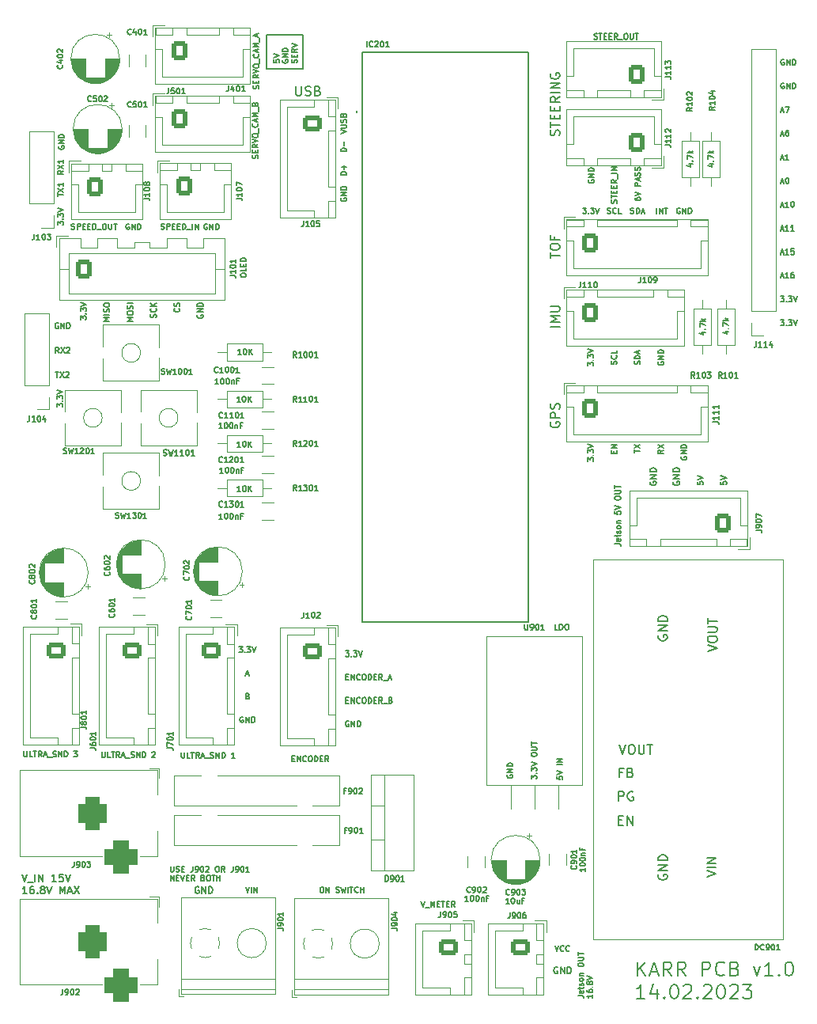
<source format=gto>
%TF.GenerationSoftware,KiCad,Pcbnew,7.0.1*%
%TF.CreationDate,2023-04-14T16:30:49+02:00*%
%TF.ProjectId,AutkoPcb,4175746b-6f50-4636-922e-6b696361645f,rev?*%
%TF.SameCoordinates,Original*%
%TF.FileFunction,Legend,Top*%
%TF.FilePolarity,Positive*%
%FSLAX46Y46*%
G04 Gerber Fmt 4.6, Leading zero omitted, Abs format (unit mm)*
G04 Created by KiCad (PCBNEW 7.0.1) date 2023-04-14 16:30:49*
%MOMM*%
%LPD*%
G01*
G04 APERTURE LIST*
G04 Aperture macros list*
%AMRoundRect*
0 Rectangle with rounded corners*
0 $1 Rounding radius*
0 $2 $3 $4 $5 $6 $7 $8 $9 X,Y pos of 4 corners*
0 Add a 4 corners polygon primitive as box body*
4,1,4,$2,$3,$4,$5,$6,$7,$8,$9,$2,$3,0*
0 Add four circle primitives for the rounded corners*
1,1,$1+$1,$2,$3*
1,1,$1+$1,$4,$5*
1,1,$1+$1,$6,$7*
1,1,$1+$1,$8,$9*
0 Add four rect primitives between the rounded corners*
20,1,$1+$1,$2,$3,$4,$5,0*
20,1,$1+$1,$4,$5,$6,$7,0*
20,1,$1+$1,$6,$7,$8,$9,0*
20,1,$1+$1,$8,$9,$2,$3,0*%
G04 Aperture macros list end*
%ADD10C,0.200000*%
%ADD11C,0.150000*%
%ADD12C,0.120000*%
%ADD13R,2.400000X2.400000*%
%ADD14C,2.400000*%
%ADD15RoundRect,0.250000X-0.600000X-0.725000X0.600000X-0.725000X0.600000X0.725000X-0.600000X0.725000X0*%
%ADD16O,1.700000X1.950000*%
%ADD17O,3.500000X3.500000*%
%ADD18R,1.905000X2.000000*%
%ADD19O,1.905000X2.000000*%
%ADD20C,1.600000*%
%ADD21C,2.010000*%
%ADD22RoundRect,0.250000X-0.725000X0.600000X-0.725000X-0.600000X0.725000X-0.600000X0.725000X0.600000X0*%
%ADD23O,1.950000X1.700000*%
%ADD24C,1.524000*%
%ADD25RoundRect,0.250000X-0.750000X0.600000X-0.750000X-0.600000X0.750000X-0.600000X0.750000X0.600000X0*%
%ADD26O,2.000000X1.700000*%
%ADD27C,1.400000*%
%ADD28O,1.400000X1.400000*%
%ADD29R,1.700000X1.700000*%
%ADD30O,1.700000X1.700000*%
%ADD31R,2.000000X1.905000*%
%ADD32O,2.000000X1.905000*%
%ADD33RoundRect,0.250000X0.600000X0.725000X-0.600000X0.725000X-0.600000X-0.725000X0.600000X-0.725000X0*%
%ADD34R,1.600000X1.600000*%
%ADD35C,1.665000*%
%ADD36RoundRect,0.250000X-0.600000X-0.750000X0.600000X-0.750000X0.600000X0.750000X-0.600000X0.750000X0*%
%ADD37O,1.700000X2.000000*%
%ADD38R,3.500000X3.500000*%
%ADD39RoundRect,0.750000X-0.750000X-1.000000X0.750000X-1.000000X0.750000X1.000000X-0.750000X1.000000X0*%
%ADD40RoundRect,0.875000X-0.875000X-0.875000X0.875000X-0.875000X0.875000X0.875000X-0.875000X0.875000X0*%
G04 APERTURE END LIST*
D10*
X170805056Y-126466212D02*
X170805056Y-124966212D01*
X171662199Y-126466212D02*
X171019342Y-125609069D01*
X171662199Y-124966212D02*
X170805056Y-125823355D01*
X172233628Y-126037641D02*
X172947914Y-126037641D01*
X172090771Y-126466212D02*
X172590771Y-124966212D01*
X172590771Y-124966212D02*
X173090771Y-126466212D01*
X174447913Y-126466212D02*
X173947913Y-125751926D01*
X173590770Y-126466212D02*
X173590770Y-124966212D01*
X173590770Y-124966212D02*
X174162199Y-124966212D01*
X174162199Y-124966212D02*
X174305056Y-125037641D01*
X174305056Y-125037641D02*
X174376485Y-125109069D01*
X174376485Y-125109069D02*
X174447913Y-125251926D01*
X174447913Y-125251926D02*
X174447913Y-125466212D01*
X174447913Y-125466212D02*
X174376485Y-125609069D01*
X174376485Y-125609069D02*
X174305056Y-125680498D01*
X174305056Y-125680498D02*
X174162199Y-125751926D01*
X174162199Y-125751926D02*
X173590770Y-125751926D01*
X175947913Y-126466212D02*
X175447913Y-125751926D01*
X175090770Y-126466212D02*
X175090770Y-124966212D01*
X175090770Y-124966212D02*
X175662199Y-124966212D01*
X175662199Y-124966212D02*
X175805056Y-125037641D01*
X175805056Y-125037641D02*
X175876485Y-125109069D01*
X175876485Y-125109069D02*
X175947913Y-125251926D01*
X175947913Y-125251926D02*
X175947913Y-125466212D01*
X175947913Y-125466212D02*
X175876485Y-125609069D01*
X175876485Y-125609069D02*
X175805056Y-125680498D01*
X175805056Y-125680498D02*
X175662199Y-125751926D01*
X175662199Y-125751926D02*
X175090770Y-125751926D01*
X177733627Y-126466212D02*
X177733627Y-124966212D01*
X177733627Y-124966212D02*
X178305056Y-124966212D01*
X178305056Y-124966212D02*
X178447913Y-125037641D01*
X178447913Y-125037641D02*
X178519342Y-125109069D01*
X178519342Y-125109069D02*
X178590770Y-125251926D01*
X178590770Y-125251926D02*
X178590770Y-125466212D01*
X178590770Y-125466212D02*
X178519342Y-125609069D01*
X178519342Y-125609069D02*
X178447913Y-125680498D01*
X178447913Y-125680498D02*
X178305056Y-125751926D01*
X178305056Y-125751926D02*
X177733627Y-125751926D01*
X180090770Y-126323355D02*
X180019342Y-126394784D01*
X180019342Y-126394784D02*
X179805056Y-126466212D01*
X179805056Y-126466212D02*
X179662199Y-126466212D01*
X179662199Y-126466212D02*
X179447913Y-126394784D01*
X179447913Y-126394784D02*
X179305056Y-126251926D01*
X179305056Y-126251926D02*
X179233627Y-126109069D01*
X179233627Y-126109069D02*
X179162199Y-125823355D01*
X179162199Y-125823355D02*
X179162199Y-125609069D01*
X179162199Y-125609069D02*
X179233627Y-125323355D01*
X179233627Y-125323355D02*
X179305056Y-125180498D01*
X179305056Y-125180498D02*
X179447913Y-125037641D01*
X179447913Y-125037641D02*
X179662199Y-124966212D01*
X179662199Y-124966212D02*
X179805056Y-124966212D01*
X179805056Y-124966212D02*
X180019342Y-125037641D01*
X180019342Y-125037641D02*
X180090770Y-125109069D01*
X181233627Y-125680498D02*
X181447913Y-125751926D01*
X181447913Y-125751926D02*
X181519342Y-125823355D01*
X181519342Y-125823355D02*
X181590770Y-125966212D01*
X181590770Y-125966212D02*
X181590770Y-126180498D01*
X181590770Y-126180498D02*
X181519342Y-126323355D01*
X181519342Y-126323355D02*
X181447913Y-126394784D01*
X181447913Y-126394784D02*
X181305056Y-126466212D01*
X181305056Y-126466212D02*
X180733627Y-126466212D01*
X180733627Y-126466212D02*
X180733627Y-124966212D01*
X180733627Y-124966212D02*
X181233627Y-124966212D01*
X181233627Y-124966212D02*
X181376485Y-125037641D01*
X181376485Y-125037641D02*
X181447913Y-125109069D01*
X181447913Y-125109069D02*
X181519342Y-125251926D01*
X181519342Y-125251926D02*
X181519342Y-125394784D01*
X181519342Y-125394784D02*
X181447913Y-125537641D01*
X181447913Y-125537641D02*
X181376485Y-125609069D01*
X181376485Y-125609069D02*
X181233627Y-125680498D01*
X181233627Y-125680498D02*
X180733627Y-125680498D01*
X183233627Y-125466212D02*
X183590770Y-126466212D01*
X183590770Y-126466212D02*
X183947913Y-125466212D01*
X185305056Y-126466212D02*
X184447913Y-126466212D01*
X184876484Y-126466212D02*
X184876484Y-124966212D01*
X184876484Y-124966212D02*
X184733627Y-125180498D01*
X184733627Y-125180498D02*
X184590770Y-125323355D01*
X184590770Y-125323355D02*
X184447913Y-125394784D01*
X185947912Y-126323355D02*
X186019341Y-126394784D01*
X186019341Y-126394784D02*
X185947912Y-126466212D01*
X185947912Y-126466212D02*
X185876484Y-126394784D01*
X185876484Y-126394784D02*
X185947912Y-126323355D01*
X185947912Y-126323355D02*
X185947912Y-126466212D01*
X186947913Y-124966212D02*
X187090770Y-124966212D01*
X187090770Y-124966212D02*
X187233627Y-125037641D01*
X187233627Y-125037641D02*
X187305056Y-125109069D01*
X187305056Y-125109069D02*
X187376484Y-125251926D01*
X187376484Y-125251926D02*
X187447913Y-125537641D01*
X187447913Y-125537641D02*
X187447913Y-125894784D01*
X187447913Y-125894784D02*
X187376484Y-126180498D01*
X187376484Y-126180498D02*
X187305056Y-126323355D01*
X187305056Y-126323355D02*
X187233627Y-126394784D01*
X187233627Y-126394784D02*
X187090770Y-126466212D01*
X187090770Y-126466212D02*
X186947913Y-126466212D01*
X186947913Y-126466212D02*
X186805056Y-126394784D01*
X186805056Y-126394784D02*
X186733627Y-126323355D01*
X186733627Y-126323355D02*
X186662198Y-126180498D01*
X186662198Y-126180498D02*
X186590770Y-125894784D01*
X186590770Y-125894784D02*
X186590770Y-125537641D01*
X186590770Y-125537641D02*
X186662198Y-125251926D01*
X186662198Y-125251926D02*
X186733627Y-125109069D01*
X186733627Y-125109069D02*
X186805056Y-125037641D01*
X186805056Y-125037641D02*
X186947913Y-124966212D01*
X171590771Y-128896212D02*
X170733628Y-128896212D01*
X171162199Y-128896212D02*
X171162199Y-127396212D01*
X171162199Y-127396212D02*
X171019342Y-127610498D01*
X171019342Y-127610498D02*
X170876485Y-127753355D01*
X170876485Y-127753355D02*
X170733628Y-127824784D01*
X172876485Y-127896212D02*
X172876485Y-128896212D01*
X172519342Y-127324784D02*
X172162199Y-128396212D01*
X172162199Y-128396212D02*
X173090770Y-128396212D01*
X173662198Y-128753355D02*
X173733627Y-128824784D01*
X173733627Y-128824784D02*
X173662198Y-128896212D01*
X173662198Y-128896212D02*
X173590770Y-128824784D01*
X173590770Y-128824784D02*
X173662198Y-128753355D01*
X173662198Y-128753355D02*
X173662198Y-128896212D01*
X174662199Y-127396212D02*
X174805056Y-127396212D01*
X174805056Y-127396212D02*
X174947913Y-127467641D01*
X174947913Y-127467641D02*
X175019342Y-127539069D01*
X175019342Y-127539069D02*
X175090770Y-127681926D01*
X175090770Y-127681926D02*
X175162199Y-127967641D01*
X175162199Y-127967641D02*
X175162199Y-128324784D01*
X175162199Y-128324784D02*
X175090770Y-128610498D01*
X175090770Y-128610498D02*
X175019342Y-128753355D01*
X175019342Y-128753355D02*
X174947913Y-128824784D01*
X174947913Y-128824784D02*
X174805056Y-128896212D01*
X174805056Y-128896212D02*
X174662199Y-128896212D01*
X174662199Y-128896212D02*
X174519342Y-128824784D01*
X174519342Y-128824784D02*
X174447913Y-128753355D01*
X174447913Y-128753355D02*
X174376484Y-128610498D01*
X174376484Y-128610498D02*
X174305056Y-128324784D01*
X174305056Y-128324784D02*
X174305056Y-127967641D01*
X174305056Y-127967641D02*
X174376484Y-127681926D01*
X174376484Y-127681926D02*
X174447913Y-127539069D01*
X174447913Y-127539069D02*
X174519342Y-127467641D01*
X174519342Y-127467641D02*
X174662199Y-127396212D01*
X175733627Y-127539069D02*
X175805055Y-127467641D01*
X175805055Y-127467641D02*
X175947913Y-127396212D01*
X175947913Y-127396212D02*
X176305055Y-127396212D01*
X176305055Y-127396212D02*
X176447913Y-127467641D01*
X176447913Y-127467641D02*
X176519341Y-127539069D01*
X176519341Y-127539069D02*
X176590770Y-127681926D01*
X176590770Y-127681926D02*
X176590770Y-127824784D01*
X176590770Y-127824784D02*
X176519341Y-128039069D01*
X176519341Y-128039069D02*
X175662198Y-128896212D01*
X175662198Y-128896212D02*
X176590770Y-128896212D01*
X177233626Y-128753355D02*
X177305055Y-128824784D01*
X177305055Y-128824784D02*
X177233626Y-128896212D01*
X177233626Y-128896212D02*
X177162198Y-128824784D01*
X177162198Y-128824784D02*
X177233626Y-128753355D01*
X177233626Y-128753355D02*
X177233626Y-128896212D01*
X177876484Y-127539069D02*
X177947912Y-127467641D01*
X177947912Y-127467641D02*
X178090770Y-127396212D01*
X178090770Y-127396212D02*
X178447912Y-127396212D01*
X178447912Y-127396212D02*
X178590770Y-127467641D01*
X178590770Y-127467641D02*
X178662198Y-127539069D01*
X178662198Y-127539069D02*
X178733627Y-127681926D01*
X178733627Y-127681926D02*
X178733627Y-127824784D01*
X178733627Y-127824784D02*
X178662198Y-128039069D01*
X178662198Y-128039069D02*
X177805055Y-128896212D01*
X177805055Y-128896212D02*
X178733627Y-128896212D01*
X179662198Y-127396212D02*
X179805055Y-127396212D01*
X179805055Y-127396212D02*
X179947912Y-127467641D01*
X179947912Y-127467641D02*
X180019341Y-127539069D01*
X180019341Y-127539069D02*
X180090769Y-127681926D01*
X180090769Y-127681926D02*
X180162198Y-127967641D01*
X180162198Y-127967641D02*
X180162198Y-128324784D01*
X180162198Y-128324784D02*
X180090769Y-128610498D01*
X180090769Y-128610498D02*
X180019341Y-128753355D01*
X180019341Y-128753355D02*
X179947912Y-128824784D01*
X179947912Y-128824784D02*
X179805055Y-128896212D01*
X179805055Y-128896212D02*
X179662198Y-128896212D01*
X179662198Y-128896212D02*
X179519341Y-128824784D01*
X179519341Y-128824784D02*
X179447912Y-128753355D01*
X179447912Y-128753355D02*
X179376483Y-128610498D01*
X179376483Y-128610498D02*
X179305055Y-128324784D01*
X179305055Y-128324784D02*
X179305055Y-127967641D01*
X179305055Y-127967641D02*
X179376483Y-127681926D01*
X179376483Y-127681926D02*
X179447912Y-127539069D01*
X179447912Y-127539069D02*
X179519341Y-127467641D01*
X179519341Y-127467641D02*
X179662198Y-127396212D01*
X180733626Y-127539069D02*
X180805054Y-127467641D01*
X180805054Y-127467641D02*
X180947912Y-127396212D01*
X180947912Y-127396212D02*
X181305054Y-127396212D01*
X181305054Y-127396212D02*
X181447912Y-127467641D01*
X181447912Y-127467641D02*
X181519340Y-127539069D01*
X181519340Y-127539069D02*
X181590769Y-127681926D01*
X181590769Y-127681926D02*
X181590769Y-127824784D01*
X181590769Y-127824784D02*
X181519340Y-128039069D01*
X181519340Y-128039069D02*
X180662197Y-128896212D01*
X180662197Y-128896212D02*
X181590769Y-128896212D01*
X182090768Y-127396212D02*
X183019340Y-127396212D01*
X183019340Y-127396212D02*
X182519340Y-127967641D01*
X182519340Y-127967641D02*
X182733625Y-127967641D01*
X182733625Y-127967641D02*
X182876483Y-128039069D01*
X182876483Y-128039069D02*
X182947911Y-128110498D01*
X182947911Y-128110498D02*
X183019340Y-128253355D01*
X183019340Y-128253355D02*
X183019340Y-128610498D01*
X183019340Y-128610498D02*
X182947911Y-128753355D01*
X182947911Y-128753355D02*
X182876483Y-128824784D01*
X182876483Y-128824784D02*
X182733625Y-128896212D01*
X182733625Y-128896212D02*
X182305054Y-128896212D01*
X182305054Y-128896212D02*
X182162197Y-128824784D01*
X182162197Y-128824784D02*
X182090768Y-128753355D01*
D11*
X126373505Y-77553943D02*
X126030648Y-77553943D01*
X126202077Y-77553943D02*
X126202077Y-76953943D01*
X126202077Y-76953943D02*
X126144934Y-77039657D01*
X126144934Y-77039657D02*
X126087791Y-77096800D01*
X126087791Y-77096800D02*
X126030648Y-77125372D01*
X126744934Y-76953943D02*
X126802077Y-76953943D01*
X126802077Y-76953943D02*
X126859220Y-76982514D01*
X126859220Y-76982514D02*
X126887792Y-77011086D01*
X126887792Y-77011086D02*
X126916363Y-77068229D01*
X126916363Y-77068229D02*
X126944934Y-77182514D01*
X126944934Y-77182514D02*
X126944934Y-77325372D01*
X126944934Y-77325372D02*
X126916363Y-77439657D01*
X126916363Y-77439657D02*
X126887792Y-77496800D01*
X126887792Y-77496800D02*
X126859220Y-77525372D01*
X126859220Y-77525372D02*
X126802077Y-77553943D01*
X126802077Y-77553943D02*
X126744934Y-77553943D01*
X126744934Y-77553943D02*
X126687792Y-77525372D01*
X126687792Y-77525372D02*
X126659220Y-77496800D01*
X126659220Y-77496800D02*
X126630649Y-77439657D01*
X126630649Y-77439657D02*
X126602077Y-77325372D01*
X126602077Y-77325372D02*
X126602077Y-77182514D01*
X126602077Y-77182514D02*
X126630649Y-77068229D01*
X126630649Y-77068229D02*
X126659220Y-77011086D01*
X126659220Y-77011086D02*
X126687792Y-76982514D01*
X126687792Y-76982514D02*
X126744934Y-76953943D01*
X127316363Y-76953943D02*
X127373506Y-76953943D01*
X127373506Y-76953943D02*
X127430649Y-76982514D01*
X127430649Y-76982514D02*
X127459221Y-77011086D01*
X127459221Y-77011086D02*
X127487792Y-77068229D01*
X127487792Y-77068229D02*
X127516363Y-77182514D01*
X127516363Y-77182514D02*
X127516363Y-77325372D01*
X127516363Y-77325372D02*
X127487792Y-77439657D01*
X127487792Y-77439657D02*
X127459221Y-77496800D01*
X127459221Y-77496800D02*
X127430649Y-77525372D01*
X127430649Y-77525372D02*
X127373506Y-77553943D01*
X127373506Y-77553943D02*
X127316363Y-77553943D01*
X127316363Y-77553943D02*
X127259221Y-77525372D01*
X127259221Y-77525372D02*
X127230649Y-77496800D01*
X127230649Y-77496800D02*
X127202078Y-77439657D01*
X127202078Y-77439657D02*
X127173506Y-77325372D01*
X127173506Y-77325372D02*
X127173506Y-77182514D01*
X127173506Y-77182514D02*
X127202078Y-77068229D01*
X127202078Y-77068229D02*
X127230649Y-77011086D01*
X127230649Y-77011086D02*
X127259221Y-76982514D01*
X127259221Y-76982514D02*
X127316363Y-76953943D01*
X127773507Y-77153943D02*
X127773507Y-77553943D01*
X127773507Y-77211086D02*
X127802078Y-77182514D01*
X127802078Y-77182514D02*
X127859221Y-77153943D01*
X127859221Y-77153943D02*
X127944935Y-77153943D01*
X127944935Y-77153943D02*
X128002078Y-77182514D01*
X128002078Y-77182514D02*
X128030650Y-77239657D01*
X128030650Y-77239657D02*
X128030650Y-77553943D01*
X128516364Y-77239657D02*
X128316364Y-77239657D01*
X128316364Y-77553943D02*
X128316364Y-76953943D01*
X128316364Y-76953943D02*
X128602078Y-76953943D01*
X126443413Y-72660331D02*
X126100556Y-72660331D01*
X126271985Y-72660331D02*
X126271985Y-72060331D01*
X126271985Y-72060331D02*
X126214842Y-72146045D01*
X126214842Y-72146045D02*
X126157699Y-72203188D01*
X126157699Y-72203188D02*
X126100556Y-72231760D01*
X126814842Y-72060331D02*
X126871985Y-72060331D01*
X126871985Y-72060331D02*
X126929128Y-72088902D01*
X126929128Y-72088902D02*
X126957700Y-72117474D01*
X126957700Y-72117474D02*
X126986271Y-72174617D01*
X126986271Y-72174617D02*
X127014842Y-72288902D01*
X127014842Y-72288902D02*
X127014842Y-72431760D01*
X127014842Y-72431760D02*
X126986271Y-72546045D01*
X126986271Y-72546045D02*
X126957700Y-72603188D01*
X126957700Y-72603188D02*
X126929128Y-72631760D01*
X126929128Y-72631760D02*
X126871985Y-72660331D01*
X126871985Y-72660331D02*
X126814842Y-72660331D01*
X126814842Y-72660331D02*
X126757700Y-72631760D01*
X126757700Y-72631760D02*
X126729128Y-72603188D01*
X126729128Y-72603188D02*
X126700557Y-72546045D01*
X126700557Y-72546045D02*
X126671985Y-72431760D01*
X126671985Y-72431760D02*
X126671985Y-72288902D01*
X126671985Y-72288902D02*
X126700557Y-72174617D01*
X126700557Y-72174617D02*
X126729128Y-72117474D01*
X126729128Y-72117474D02*
X126757700Y-72088902D01*
X126757700Y-72088902D02*
X126814842Y-72060331D01*
X127386271Y-72060331D02*
X127443414Y-72060331D01*
X127443414Y-72060331D02*
X127500557Y-72088902D01*
X127500557Y-72088902D02*
X127529129Y-72117474D01*
X127529129Y-72117474D02*
X127557700Y-72174617D01*
X127557700Y-72174617D02*
X127586271Y-72288902D01*
X127586271Y-72288902D02*
X127586271Y-72431760D01*
X127586271Y-72431760D02*
X127557700Y-72546045D01*
X127557700Y-72546045D02*
X127529129Y-72603188D01*
X127529129Y-72603188D02*
X127500557Y-72631760D01*
X127500557Y-72631760D02*
X127443414Y-72660331D01*
X127443414Y-72660331D02*
X127386271Y-72660331D01*
X127386271Y-72660331D02*
X127329129Y-72631760D01*
X127329129Y-72631760D02*
X127300557Y-72603188D01*
X127300557Y-72603188D02*
X127271986Y-72546045D01*
X127271986Y-72546045D02*
X127243414Y-72431760D01*
X127243414Y-72431760D02*
X127243414Y-72288902D01*
X127243414Y-72288902D02*
X127271986Y-72174617D01*
X127271986Y-72174617D02*
X127300557Y-72117474D01*
X127300557Y-72117474D02*
X127329129Y-72088902D01*
X127329129Y-72088902D02*
X127386271Y-72060331D01*
X127843415Y-72260331D02*
X127843415Y-72660331D01*
X127843415Y-72317474D02*
X127871986Y-72288902D01*
X127871986Y-72288902D02*
X127929129Y-72260331D01*
X127929129Y-72260331D02*
X128014843Y-72260331D01*
X128014843Y-72260331D02*
X128071986Y-72288902D01*
X128071986Y-72288902D02*
X128100558Y-72346045D01*
X128100558Y-72346045D02*
X128100558Y-72660331D01*
X128586272Y-72346045D02*
X128386272Y-72346045D01*
X128386272Y-72660331D02*
X128386272Y-72060331D01*
X128386272Y-72060331D02*
X128671986Y-72060331D01*
X126338550Y-67871583D02*
X125995693Y-67871583D01*
X126167122Y-67871583D02*
X126167122Y-67271583D01*
X126167122Y-67271583D02*
X126109979Y-67357297D01*
X126109979Y-67357297D02*
X126052836Y-67414440D01*
X126052836Y-67414440D02*
X125995693Y-67443012D01*
X126709979Y-67271583D02*
X126767122Y-67271583D01*
X126767122Y-67271583D02*
X126824265Y-67300154D01*
X126824265Y-67300154D02*
X126852837Y-67328726D01*
X126852837Y-67328726D02*
X126881408Y-67385869D01*
X126881408Y-67385869D02*
X126909979Y-67500154D01*
X126909979Y-67500154D02*
X126909979Y-67643012D01*
X126909979Y-67643012D02*
X126881408Y-67757297D01*
X126881408Y-67757297D02*
X126852837Y-67814440D01*
X126852837Y-67814440D02*
X126824265Y-67843012D01*
X126824265Y-67843012D02*
X126767122Y-67871583D01*
X126767122Y-67871583D02*
X126709979Y-67871583D01*
X126709979Y-67871583D02*
X126652837Y-67843012D01*
X126652837Y-67843012D02*
X126624265Y-67814440D01*
X126624265Y-67814440D02*
X126595694Y-67757297D01*
X126595694Y-67757297D02*
X126567122Y-67643012D01*
X126567122Y-67643012D02*
X126567122Y-67500154D01*
X126567122Y-67500154D02*
X126595694Y-67385869D01*
X126595694Y-67385869D02*
X126624265Y-67328726D01*
X126624265Y-67328726D02*
X126652837Y-67300154D01*
X126652837Y-67300154D02*
X126709979Y-67271583D01*
X127281408Y-67271583D02*
X127338551Y-67271583D01*
X127338551Y-67271583D02*
X127395694Y-67300154D01*
X127395694Y-67300154D02*
X127424266Y-67328726D01*
X127424266Y-67328726D02*
X127452837Y-67385869D01*
X127452837Y-67385869D02*
X127481408Y-67500154D01*
X127481408Y-67500154D02*
X127481408Y-67643012D01*
X127481408Y-67643012D02*
X127452837Y-67757297D01*
X127452837Y-67757297D02*
X127424266Y-67814440D01*
X127424266Y-67814440D02*
X127395694Y-67843012D01*
X127395694Y-67843012D02*
X127338551Y-67871583D01*
X127338551Y-67871583D02*
X127281408Y-67871583D01*
X127281408Y-67871583D02*
X127224266Y-67843012D01*
X127224266Y-67843012D02*
X127195694Y-67814440D01*
X127195694Y-67814440D02*
X127167123Y-67757297D01*
X127167123Y-67757297D02*
X127138551Y-67643012D01*
X127138551Y-67643012D02*
X127138551Y-67500154D01*
X127138551Y-67500154D02*
X127167123Y-67385869D01*
X127167123Y-67385869D02*
X127195694Y-67328726D01*
X127195694Y-67328726D02*
X127224266Y-67300154D01*
X127224266Y-67300154D02*
X127281408Y-67271583D01*
X127738552Y-67471583D02*
X127738552Y-67871583D01*
X127738552Y-67528726D02*
X127767123Y-67500154D01*
X127767123Y-67500154D02*
X127824266Y-67471583D01*
X127824266Y-67471583D02*
X127909980Y-67471583D01*
X127909980Y-67471583D02*
X127967123Y-67500154D01*
X127967123Y-67500154D02*
X127995695Y-67557297D01*
X127995695Y-67557297D02*
X127995695Y-67871583D01*
X128481409Y-67557297D02*
X128281409Y-67557297D01*
X128281409Y-67871583D02*
X128281409Y-67271583D01*
X128281409Y-67271583D02*
X128567123Y-67271583D01*
X125954052Y-63117790D02*
X125611195Y-63117790D01*
X125782624Y-63117790D02*
X125782624Y-62517790D01*
X125782624Y-62517790D02*
X125725481Y-62603504D01*
X125725481Y-62603504D02*
X125668338Y-62660647D01*
X125668338Y-62660647D02*
X125611195Y-62689219D01*
X126325481Y-62517790D02*
X126382624Y-62517790D01*
X126382624Y-62517790D02*
X126439767Y-62546361D01*
X126439767Y-62546361D02*
X126468339Y-62574933D01*
X126468339Y-62574933D02*
X126496910Y-62632076D01*
X126496910Y-62632076D02*
X126525481Y-62746361D01*
X126525481Y-62746361D02*
X126525481Y-62889219D01*
X126525481Y-62889219D02*
X126496910Y-63003504D01*
X126496910Y-63003504D02*
X126468339Y-63060647D01*
X126468339Y-63060647D02*
X126439767Y-63089219D01*
X126439767Y-63089219D02*
X126382624Y-63117790D01*
X126382624Y-63117790D02*
X126325481Y-63117790D01*
X126325481Y-63117790D02*
X126268339Y-63089219D01*
X126268339Y-63089219D02*
X126239767Y-63060647D01*
X126239767Y-63060647D02*
X126211196Y-63003504D01*
X126211196Y-63003504D02*
X126182624Y-62889219D01*
X126182624Y-62889219D02*
X126182624Y-62746361D01*
X126182624Y-62746361D02*
X126211196Y-62632076D01*
X126211196Y-62632076D02*
X126239767Y-62574933D01*
X126239767Y-62574933D02*
X126268339Y-62546361D01*
X126268339Y-62546361D02*
X126325481Y-62517790D01*
X126896910Y-62517790D02*
X126954053Y-62517790D01*
X126954053Y-62517790D02*
X127011196Y-62546361D01*
X127011196Y-62546361D02*
X127039768Y-62574933D01*
X127039768Y-62574933D02*
X127068339Y-62632076D01*
X127068339Y-62632076D02*
X127096910Y-62746361D01*
X127096910Y-62746361D02*
X127096910Y-62889219D01*
X127096910Y-62889219D02*
X127068339Y-63003504D01*
X127068339Y-63003504D02*
X127039768Y-63060647D01*
X127039768Y-63060647D02*
X127011196Y-63089219D01*
X127011196Y-63089219D02*
X126954053Y-63117790D01*
X126954053Y-63117790D02*
X126896910Y-63117790D01*
X126896910Y-63117790D02*
X126839768Y-63089219D01*
X126839768Y-63089219D02*
X126811196Y-63060647D01*
X126811196Y-63060647D02*
X126782625Y-63003504D01*
X126782625Y-63003504D02*
X126754053Y-62889219D01*
X126754053Y-62889219D02*
X126754053Y-62746361D01*
X126754053Y-62746361D02*
X126782625Y-62632076D01*
X126782625Y-62632076D02*
X126811196Y-62574933D01*
X126811196Y-62574933D02*
X126839768Y-62546361D01*
X126839768Y-62546361D02*
X126896910Y-62517790D01*
X127354054Y-62717790D02*
X127354054Y-63117790D01*
X127354054Y-62774933D02*
X127382625Y-62746361D01*
X127382625Y-62746361D02*
X127439768Y-62717790D01*
X127439768Y-62717790D02*
X127525482Y-62717790D01*
X127525482Y-62717790D02*
X127582625Y-62746361D01*
X127582625Y-62746361D02*
X127611197Y-62803504D01*
X127611197Y-62803504D02*
X127611197Y-63117790D01*
X128096911Y-62803504D02*
X127896911Y-62803504D01*
X127896911Y-63117790D02*
X127896911Y-62517790D01*
X127896911Y-62517790D02*
X128182625Y-62517790D01*
X128319349Y-74612002D02*
X127976492Y-74612002D01*
X128147921Y-74612002D02*
X128147921Y-74012002D01*
X128147921Y-74012002D02*
X128090778Y-74097716D01*
X128090778Y-74097716D02*
X128033635Y-74154859D01*
X128033635Y-74154859D02*
X127976492Y-74183431D01*
X128690778Y-74012002D02*
X128747921Y-74012002D01*
X128747921Y-74012002D02*
X128805064Y-74040573D01*
X128805064Y-74040573D02*
X128833636Y-74069145D01*
X128833636Y-74069145D02*
X128862207Y-74126288D01*
X128862207Y-74126288D02*
X128890778Y-74240573D01*
X128890778Y-74240573D02*
X128890778Y-74383431D01*
X128890778Y-74383431D02*
X128862207Y-74497716D01*
X128862207Y-74497716D02*
X128833636Y-74554859D01*
X128833636Y-74554859D02*
X128805064Y-74583431D01*
X128805064Y-74583431D02*
X128747921Y-74612002D01*
X128747921Y-74612002D02*
X128690778Y-74612002D01*
X128690778Y-74612002D02*
X128633636Y-74583431D01*
X128633636Y-74583431D02*
X128605064Y-74554859D01*
X128605064Y-74554859D02*
X128576493Y-74497716D01*
X128576493Y-74497716D02*
X128547921Y-74383431D01*
X128547921Y-74383431D02*
X128547921Y-74240573D01*
X128547921Y-74240573D02*
X128576493Y-74126288D01*
X128576493Y-74126288D02*
X128605064Y-74069145D01*
X128605064Y-74069145D02*
X128633636Y-74040573D01*
X128633636Y-74040573D02*
X128690778Y-74012002D01*
X129147922Y-74612002D02*
X129147922Y-74012002D01*
X129490779Y-74612002D02*
X129233636Y-74269145D01*
X129490779Y-74012002D02*
X129147922Y-74354859D01*
X128307698Y-69858208D02*
X127964841Y-69858208D01*
X128136270Y-69858208D02*
X128136270Y-69258208D01*
X128136270Y-69258208D02*
X128079127Y-69343922D01*
X128079127Y-69343922D02*
X128021984Y-69401065D01*
X128021984Y-69401065D02*
X127964841Y-69429637D01*
X128679127Y-69258208D02*
X128736270Y-69258208D01*
X128736270Y-69258208D02*
X128793413Y-69286779D01*
X128793413Y-69286779D02*
X128821985Y-69315351D01*
X128821985Y-69315351D02*
X128850556Y-69372494D01*
X128850556Y-69372494D02*
X128879127Y-69486779D01*
X128879127Y-69486779D02*
X128879127Y-69629637D01*
X128879127Y-69629637D02*
X128850556Y-69743922D01*
X128850556Y-69743922D02*
X128821985Y-69801065D01*
X128821985Y-69801065D02*
X128793413Y-69829637D01*
X128793413Y-69829637D02*
X128736270Y-69858208D01*
X128736270Y-69858208D02*
X128679127Y-69858208D01*
X128679127Y-69858208D02*
X128621985Y-69829637D01*
X128621985Y-69829637D02*
X128593413Y-69801065D01*
X128593413Y-69801065D02*
X128564842Y-69743922D01*
X128564842Y-69743922D02*
X128536270Y-69629637D01*
X128536270Y-69629637D02*
X128536270Y-69486779D01*
X128536270Y-69486779D02*
X128564842Y-69372494D01*
X128564842Y-69372494D02*
X128593413Y-69315351D01*
X128593413Y-69315351D02*
X128621985Y-69286779D01*
X128621985Y-69286779D02*
X128679127Y-69258208D01*
X129136271Y-69858208D02*
X129136271Y-69258208D01*
X129479128Y-69858208D02*
X129221985Y-69515351D01*
X129479128Y-69258208D02*
X129136271Y-69601065D01*
X128365955Y-59966123D02*
X128023098Y-59966123D01*
X128194527Y-59966123D02*
X128194527Y-59366123D01*
X128194527Y-59366123D02*
X128137384Y-59451837D01*
X128137384Y-59451837D02*
X128080241Y-59508980D01*
X128080241Y-59508980D02*
X128023098Y-59537552D01*
X128737384Y-59366123D02*
X128794527Y-59366123D01*
X128794527Y-59366123D02*
X128851670Y-59394694D01*
X128851670Y-59394694D02*
X128880242Y-59423266D01*
X128880242Y-59423266D02*
X128908813Y-59480409D01*
X128908813Y-59480409D02*
X128937384Y-59594694D01*
X128937384Y-59594694D02*
X128937384Y-59737552D01*
X128937384Y-59737552D02*
X128908813Y-59851837D01*
X128908813Y-59851837D02*
X128880242Y-59908980D01*
X128880242Y-59908980D02*
X128851670Y-59937552D01*
X128851670Y-59937552D02*
X128794527Y-59966123D01*
X128794527Y-59966123D02*
X128737384Y-59966123D01*
X128737384Y-59966123D02*
X128680242Y-59937552D01*
X128680242Y-59937552D02*
X128651670Y-59908980D01*
X128651670Y-59908980D02*
X128623099Y-59851837D01*
X128623099Y-59851837D02*
X128594527Y-59737552D01*
X128594527Y-59737552D02*
X128594527Y-59594694D01*
X128594527Y-59594694D02*
X128623099Y-59480409D01*
X128623099Y-59480409D02*
X128651670Y-59423266D01*
X128651670Y-59423266D02*
X128680242Y-59394694D01*
X128680242Y-59394694D02*
X128737384Y-59366123D01*
X129194528Y-59966123D02*
X129194528Y-59366123D01*
X129537385Y-59966123D02*
X129280242Y-59623266D01*
X129537385Y-59366123D02*
X129194528Y-59708980D01*
X128273683Y-65041461D02*
X127930826Y-65041461D01*
X128102255Y-65041461D02*
X128102255Y-64441461D01*
X128102255Y-64441461D02*
X128045112Y-64527175D01*
X128045112Y-64527175D02*
X127987969Y-64584318D01*
X127987969Y-64584318D02*
X127930826Y-64612890D01*
X128645112Y-64441461D02*
X128702255Y-64441461D01*
X128702255Y-64441461D02*
X128759398Y-64470032D01*
X128759398Y-64470032D02*
X128787970Y-64498604D01*
X128787970Y-64498604D02*
X128816541Y-64555747D01*
X128816541Y-64555747D02*
X128845112Y-64670032D01*
X128845112Y-64670032D02*
X128845112Y-64812890D01*
X128845112Y-64812890D02*
X128816541Y-64927175D01*
X128816541Y-64927175D02*
X128787970Y-64984318D01*
X128787970Y-64984318D02*
X128759398Y-65012890D01*
X128759398Y-65012890D02*
X128702255Y-65041461D01*
X128702255Y-65041461D02*
X128645112Y-65041461D01*
X128645112Y-65041461D02*
X128587970Y-65012890D01*
X128587970Y-65012890D02*
X128559398Y-64984318D01*
X128559398Y-64984318D02*
X128530827Y-64927175D01*
X128530827Y-64927175D02*
X128502255Y-64812890D01*
X128502255Y-64812890D02*
X128502255Y-64670032D01*
X128502255Y-64670032D02*
X128530827Y-64555747D01*
X128530827Y-64555747D02*
X128559398Y-64498604D01*
X128559398Y-64498604D02*
X128587970Y-64470032D01*
X128587970Y-64470032D02*
X128645112Y-64441461D01*
X129102256Y-65041461D02*
X129102256Y-64441461D01*
X129445113Y-65041461D02*
X129187970Y-64698604D01*
X129445113Y-64441461D02*
X129102256Y-64784318D01*
X131100000Y-25800000D02*
X135000000Y-25800000D01*
X135000000Y-29400000D01*
X131100000Y-29400000D01*
X131100000Y-25800000D01*
X157060355Y-118700866D02*
X156717498Y-118700866D01*
X156888927Y-118700866D02*
X156888927Y-118100866D01*
X156888927Y-118100866D02*
X156831784Y-118186580D01*
X156831784Y-118186580D02*
X156774641Y-118243723D01*
X156774641Y-118243723D02*
X156717498Y-118272295D01*
X157431784Y-118100866D02*
X157488927Y-118100866D01*
X157488927Y-118100866D02*
X157546070Y-118129437D01*
X157546070Y-118129437D02*
X157574642Y-118158009D01*
X157574642Y-118158009D02*
X157603213Y-118215152D01*
X157603213Y-118215152D02*
X157631784Y-118329437D01*
X157631784Y-118329437D02*
X157631784Y-118472295D01*
X157631784Y-118472295D02*
X157603213Y-118586580D01*
X157603213Y-118586580D02*
X157574642Y-118643723D01*
X157574642Y-118643723D02*
X157546070Y-118672295D01*
X157546070Y-118672295D02*
X157488927Y-118700866D01*
X157488927Y-118700866D02*
X157431784Y-118700866D01*
X157431784Y-118700866D02*
X157374642Y-118672295D01*
X157374642Y-118672295D02*
X157346070Y-118643723D01*
X157346070Y-118643723D02*
X157317499Y-118586580D01*
X157317499Y-118586580D02*
X157288927Y-118472295D01*
X157288927Y-118472295D02*
X157288927Y-118329437D01*
X157288927Y-118329437D02*
X157317499Y-118215152D01*
X157317499Y-118215152D02*
X157346070Y-118158009D01*
X157346070Y-118158009D02*
X157374642Y-118129437D01*
X157374642Y-118129437D02*
X157431784Y-118100866D01*
X158146071Y-118300866D02*
X158146071Y-118700866D01*
X157888928Y-118300866D02*
X157888928Y-118615152D01*
X157888928Y-118615152D02*
X157917499Y-118672295D01*
X157917499Y-118672295D02*
X157974642Y-118700866D01*
X157974642Y-118700866D02*
X158060356Y-118700866D01*
X158060356Y-118700866D02*
X158117499Y-118672295D01*
X158117499Y-118672295D02*
X158146071Y-118643723D01*
X158631785Y-118386580D02*
X158431785Y-118386580D01*
X158431785Y-118700866D02*
X158431785Y-118100866D01*
X158431785Y-118100866D02*
X158717499Y-118100866D01*
X161462619Y-49638094D02*
X161462619Y-49066666D01*
X162462619Y-49352380D02*
X161462619Y-49352380D01*
X161462619Y-48542856D02*
X161462619Y-48352380D01*
X161462619Y-48352380D02*
X161510238Y-48257142D01*
X161510238Y-48257142D02*
X161605476Y-48161904D01*
X161605476Y-48161904D02*
X161795952Y-48114285D01*
X161795952Y-48114285D02*
X162129285Y-48114285D01*
X162129285Y-48114285D02*
X162319761Y-48161904D01*
X162319761Y-48161904D02*
X162415000Y-48257142D01*
X162415000Y-48257142D02*
X162462619Y-48352380D01*
X162462619Y-48352380D02*
X162462619Y-48542856D01*
X162462619Y-48542856D02*
X162415000Y-48638094D01*
X162415000Y-48638094D02*
X162319761Y-48733332D01*
X162319761Y-48733332D02*
X162129285Y-48780951D01*
X162129285Y-48780951D02*
X161795952Y-48780951D01*
X161795952Y-48780951D02*
X161605476Y-48733332D01*
X161605476Y-48733332D02*
X161510238Y-48638094D01*
X161510238Y-48638094D02*
X161462619Y-48542856D01*
X161938809Y-47352380D02*
X161938809Y-47685713D01*
X162462619Y-47685713D02*
X161462619Y-47685713D01*
X161462619Y-47685713D02*
X161462619Y-47209523D01*
X108864285Y-59802571D02*
X108664285Y-59516857D01*
X108521428Y-59802571D02*
X108521428Y-59202571D01*
X108521428Y-59202571D02*
X108749999Y-59202571D01*
X108749999Y-59202571D02*
X108807142Y-59231142D01*
X108807142Y-59231142D02*
X108835713Y-59259714D01*
X108835713Y-59259714D02*
X108864285Y-59316857D01*
X108864285Y-59316857D02*
X108864285Y-59402571D01*
X108864285Y-59402571D02*
X108835713Y-59459714D01*
X108835713Y-59459714D02*
X108807142Y-59488285D01*
X108807142Y-59488285D02*
X108749999Y-59516857D01*
X108749999Y-59516857D02*
X108521428Y-59516857D01*
X109064285Y-59202571D02*
X109464285Y-59802571D01*
X109464285Y-59202571D02*
X109064285Y-59802571D01*
X109664285Y-59259714D02*
X109692857Y-59231142D01*
X109692857Y-59231142D02*
X109750000Y-59202571D01*
X109750000Y-59202571D02*
X109892857Y-59202571D01*
X109892857Y-59202571D02*
X109950000Y-59231142D01*
X109950000Y-59231142D02*
X109978571Y-59259714D01*
X109978571Y-59259714D02*
X110007142Y-59316857D01*
X110007142Y-59316857D02*
X110007142Y-59374000D01*
X110007142Y-59374000D02*
X109978571Y-59459714D01*
X109978571Y-59459714D02*
X109635714Y-59802571D01*
X109635714Y-59802571D02*
X110007142Y-59802571D01*
X186142856Y-44024320D02*
X186428571Y-44024320D01*
X186085713Y-44195749D02*
X186285713Y-43595749D01*
X186285713Y-43595749D02*
X186485713Y-44195749D01*
X186999999Y-44195749D02*
X186657142Y-44195749D01*
X186828571Y-44195749D02*
X186828571Y-43595749D01*
X186828571Y-43595749D02*
X186771428Y-43681463D01*
X186771428Y-43681463D02*
X186714285Y-43738606D01*
X186714285Y-43738606D02*
X186657142Y-43767178D01*
X187371428Y-43595749D02*
X187428571Y-43595749D01*
X187428571Y-43595749D02*
X187485714Y-43624320D01*
X187485714Y-43624320D02*
X187514286Y-43652892D01*
X187514286Y-43652892D02*
X187542857Y-43710035D01*
X187542857Y-43710035D02*
X187571428Y-43824320D01*
X187571428Y-43824320D02*
X187571428Y-43967178D01*
X187571428Y-43967178D02*
X187542857Y-44081463D01*
X187542857Y-44081463D02*
X187514286Y-44138606D01*
X187514286Y-44138606D02*
X187485714Y-44167178D01*
X187485714Y-44167178D02*
X187428571Y-44195749D01*
X187428571Y-44195749D02*
X187371428Y-44195749D01*
X187371428Y-44195749D02*
X187314286Y-44167178D01*
X187314286Y-44167178D02*
X187285714Y-44138606D01*
X187285714Y-44138606D02*
X187257143Y-44081463D01*
X187257143Y-44081463D02*
X187228571Y-43967178D01*
X187228571Y-43967178D02*
X187228571Y-43824320D01*
X187228571Y-43824320D02*
X187257143Y-43710035D01*
X187257143Y-43710035D02*
X187285714Y-43652892D01*
X187285714Y-43652892D02*
X187314286Y-43624320D01*
X187314286Y-43624320D02*
X187371428Y-43595749D01*
X166171046Y-26211582D02*
X166256761Y-26240153D01*
X166256761Y-26240153D02*
X166399618Y-26240153D01*
X166399618Y-26240153D02*
X166456761Y-26211582D01*
X166456761Y-26211582D02*
X166485332Y-26183010D01*
X166485332Y-26183010D02*
X166513903Y-26125867D01*
X166513903Y-26125867D02*
X166513903Y-26068724D01*
X166513903Y-26068724D02*
X166485332Y-26011582D01*
X166485332Y-26011582D02*
X166456761Y-25983010D01*
X166456761Y-25983010D02*
X166399618Y-25954439D01*
X166399618Y-25954439D02*
X166285332Y-25925867D01*
X166285332Y-25925867D02*
X166228189Y-25897296D01*
X166228189Y-25897296D02*
X166199618Y-25868724D01*
X166199618Y-25868724D02*
X166171046Y-25811582D01*
X166171046Y-25811582D02*
X166171046Y-25754439D01*
X166171046Y-25754439D02*
X166199618Y-25697296D01*
X166199618Y-25697296D02*
X166228189Y-25668724D01*
X166228189Y-25668724D02*
X166285332Y-25640153D01*
X166285332Y-25640153D02*
X166428189Y-25640153D01*
X166428189Y-25640153D02*
X166513903Y-25668724D01*
X166685332Y-25640153D02*
X167028190Y-25640153D01*
X166856761Y-26240153D02*
X166856761Y-25640153D01*
X167228190Y-25925867D02*
X167428190Y-25925867D01*
X167513904Y-26240153D02*
X167228190Y-26240153D01*
X167228190Y-26240153D02*
X167228190Y-25640153D01*
X167228190Y-25640153D02*
X167513904Y-25640153D01*
X167771047Y-25925867D02*
X167971047Y-25925867D01*
X168056761Y-26240153D02*
X167771047Y-26240153D01*
X167771047Y-26240153D02*
X167771047Y-25640153D01*
X167771047Y-25640153D02*
X168056761Y-25640153D01*
X168656761Y-26240153D02*
X168456761Y-25954439D01*
X168313904Y-26240153D02*
X168313904Y-25640153D01*
X168313904Y-25640153D02*
X168542475Y-25640153D01*
X168542475Y-25640153D02*
X168599618Y-25668724D01*
X168599618Y-25668724D02*
X168628189Y-25697296D01*
X168628189Y-25697296D02*
X168656761Y-25754439D01*
X168656761Y-25754439D02*
X168656761Y-25840153D01*
X168656761Y-25840153D02*
X168628189Y-25897296D01*
X168628189Y-25897296D02*
X168599618Y-25925867D01*
X168599618Y-25925867D02*
X168542475Y-25954439D01*
X168542475Y-25954439D02*
X168313904Y-25954439D01*
X168771047Y-26297296D02*
X169228189Y-26297296D01*
X169485332Y-25640153D02*
X169599618Y-25640153D01*
X169599618Y-25640153D02*
X169656761Y-25668724D01*
X169656761Y-25668724D02*
X169713904Y-25725867D01*
X169713904Y-25725867D02*
X169742475Y-25840153D01*
X169742475Y-25840153D02*
X169742475Y-26040153D01*
X169742475Y-26040153D02*
X169713904Y-26154439D01*
X169713904Y-26154439D02*
X169656761Y-26211582D01*
X169656761Y-26211582D02*
X169599618Y-26240153D01*
X169599618Y-26240153D02*
X169485332Y-26240153D01*
X169485332Y-26240153D02*
X169428190Y-26211582D01*
X169428190Y-26211582D02*
X169371047Y-26154439D01*
X169371047Y-26154439D02*
X169342475Y-26040153D01*
X169342475Y-26040153D02*
X169342475Y-25840153D01*
X169342475Y-25840153D02*
X169371047Y-25725867D01*
X169371047Y-25725867D02*
X169428190Y-25668724D01*
X169428190Y-25668724D02*
X169485332Y-25640153D01*
X169999618Y-25640153D02*
X169999618Y-26125867D01*
X169999618Y-26125867D02*
X170028189Y-26183010D01*
X170028189Y-26183010D02*
X170056761Y-26211582D01*
X170056761Y-26211582D02*
X170113903Y-26240153D01*
X170113903Y-26240153D02*
X170228189Y-26240153D01*
X170228189Y-26240153D02*
X170285332Y-26211582D01*
X170285332Y-26211582D02*
X170313903Y-26183010D01*
X170313903Y-26183010D02*
X170342475Y-26125867D01*
X170342475Y-26125867D02*
X170342475Y-25640153D01*
X170542474Y-25640153D02*
X170885332Y-25640153D01*
X170713903Y-26240153D02*
X170713903Y-25640153D01*
X120811106Y-114725924D02*
X120811106Y-115211638D01*
X120811106Y-115211638D02*
X120839677Y-115268781D01*
X120839677Y-115268781D02*
X120868249Y-115297353D01*
X120868249Y-115297353D02*
X120925391Y-115325924D01*
X120925391Y-115325924D02*
X121039677Y-115325924D01*
X121039677Y-115325924D02*
X121096820Y-115297353D01*
X121096820Y-115297353D02*
X121125391Y-115268781D01*
X121125391Y-115268781D02*
X121153963Y-115211638D01*
X121153963Y-115211638D02*
X121153963Y-114725924D01*
X121411105Y-115297353D02*
X121496820Y-115325924D01*
X121496820Y-115325924D02*
X121639677Y-115325924D01*
X121639677Y-115325924D02*
X121696820Y-115297353D01*
X121696820Y-115297353D02*
X121725391Y-115268781D01*
X121725391Y-115268781D02*
X121753962Y-115211638D01*
X121753962Y-115211638D02*
X121753962Y-115154495D01*
X121753962Y-115154495D02*
X121725391Y-115097353D01*
X121725391Y-115097353D02*
X121696820Y-115068781D01*
X121696820Y-115068781D02*
X121639677Y-115040210D01*
X121639677Y-115040210D02*
X121525391Y-115011638D01*
X121525391Y-115011638D02*
X121468248Y-114983067D01*
X121468248Y-114983067D02*
X121439677Y-114954495D01*
X121439677Y-114954495D02*
X121411105Y-114897353D01*
X121411105Y-114897353D02*
X121411105Y-114840210D01*
X121411105Y-114840210D02*
X121439677Y-114783067D01*
X121439677Y-114783067D02*
X121468248Y-114754495D01*
X121468248Y-114754495D02*
X121525391Y-114725924D01*
X121525391Y-114725924D02*
X121668248Y-114725924D01*
X121668248Y-114725924D02*
X121753962Y-114754495D01*
X122011106Y-115011638D02*
X122211106Y-115011638D01*
X122296820Y-115325924D02*
X122011106Y-115325924D01*
X122011106Y-115325924D02*
X122011106Y-114725924D01*
X122011106Y-114725924D02*
X122296820Y-114725924D01*
X123182534Y-114725924D02*
X123182534Y-115154495D01*
X123182534Y-115154495D02*
X123153963Y-115240210D01*
X123153963Y-115240210D02*
X123096820Y-115297353D01*
X123096820Y-115297353D02*
X123011106Y-115325924D01*
X123011106Y-115325924D02*
X122953963Y-115325924D01*
X123496820Y-115325924D02*
X123611106Y-115325924D01*
X123611106Y-115325924D02*
X123668249Y-115297353D01*
X123668249Y-115297353D02*
X123696820Y-115268781D01*
X123696820Y-115268781D02*
X123753963Y-115183067D01*
X123753963Y-115183067D02*
X123782534Y-115068781D01*
X123782534Y-115068781D02*
X123782534Y-114840210D01*
X123782534Y-114840210D02*
X123753963Y-114783067D01*
X123753963Y-114783067D02*
X123725392Y-114754495D01*
X123725392Y-114754495D02*
X123668249Y-114725924D01*
X123668249Y-114725924D02*
X123553963Y-114725924D01*
X123553963Y-114725924D02*
X123496820Y-114754495D01*
X123496820Y-114754495D02*
X123468249Y-114783067D01*
X123468249Y-114783067D02*
X123439677Y-114840210D01*
X123439677Y-114840210D02*
X123439677Y-114983067D01*
X123439677Y-114983067D02*
X123468249Y-115040210D01*
X123468249Y-115040210D02*
X123496820Y-115068781D01*
X123496820Y-115068781D02*
X123553963Y-115097353D01*
X123553963Y-115097353D02*
X123668249Y-115097353D01*
X123668249Y-115097353D02*
X123725392Y-115068781D01*
X123725392Y-115068781D02*
X123753963Y-115040210D01*
X123753963Y-115040210D02*
X123782534Y-114983067D01*
X124153963Y-114725924D02*
X124211106Y-114725924D01*
X124211106Y-114725924D02*
X124268249Y-114754495D01*
X124268249Y-114754495D02*
X124296821Y-114783067D01*
X124296821Y-114783067D02*
X124325392Y-114840210D01*
X124325392Y-114840210D02*
X124353963Y-114954495D01*
X124353963Y-114954495D02*
X124353963Y-115097353D01*
X124353963Y-115097353D02*
X124325392Y-115211638D01*
X124325392Y-115211638D02*
X124296821Y-115268781D01*
X124296821Y-115268781D02*
X124268249Y-115297353D01*
X124268249Y-115297353D02*
X124211106Y-115325924D01*
X124211106Y-115325924D02*
X124153963Y-115325924D01*
X124153963Y-115325924D02*
X124096821Y-115297353D01*
X124096821Y-115297353D02*
X124068249Y-115268781D01*
X124068249Y-115268781D02*
X124039678Y-115211638D01*
X124039678Y-115211638D02*
X124011106Y-115097353D01*
X124011106Y-115097353D02*
X124011106Y-114954495D01*
X124011106Y-114954495D02*
X124039678Y-114840210D01*
X124039678Y-114840210D02*
X124068249Y-114783067D01*
X124068249Y-114783067D02*
X124096821Y-114754495D01*
X124096821Y-114754495D02*
X124153963Y-114725924D01*
X124582535Y-114783067D02*
X124611107Y-114754495D01*
X124611107Y-114754495D02*
X124668250Y-114725924D01*
X124668250Y-114725924D02*
X124811107Y-114725924D01*
X124811107Y-114725924D02*
X124868250Y-114754495D01*
X124868250Y-114754495D02*
X124896821Y-114783067D01*
X124896821Y-114783067D02*
X124925392Y-114840210D01*
X124925392Y-114840210D02*
X124925392Y-114897353D01*
X124925392Y-114897353D02*
X124896821Y-114983067D01*
X124896821Y-114983067D02*
X124553964Y-115325924D01*
X124553964Y-115325924D02*
X124925392Y-115325924D01*
X125753964Y-114725924D02*
X125868250Y-114725924D01*
X125868250Y-114725924D02*
X125925393Y-114754495D01*
X125925393Y-114754495D02*
X125982536Y-114811638D01*
X125982536Y-114811638D02*
X126011107Y-114925924D01*
X126011107Y-114925924D02*
X126011107Y-115125924D01*
X126011107Y-115125924D02*
X125982536Y-115240210D01*
X125982536Y-115240210D02*
X125925393Y-115297353D01*
X125925393Y-115297353D02*
X125868250Y-115325924D01*
X125868250Y-115325924D02*
X125753964Y-115325924D01*
X125753964Y-115325924D02*
X125696822Y-115297353D01*
X125696822Y-115297353D02*
X125639679Y-115240210D01*
X125639679Y-115240210D02*
X125611107Y-115125924D01*
X125611107Y-115125924D02*
X125611107Y-114925924D01*
X125611107Y-114925924D02*
X125639679Y-114811638D01*
X125639679Y-114811638D02*
X125696822Y-114754495D01*
X125696822Y-114754495D02*
X125753964Y-114725924D01*
X126611107Y-115325924D02*
X126411107Y-115040210D01*
X126268250Y-115325924D02*
X126268250Y-114725924D01*
X126268250Y-114725924D02*
X126496821Y-114725924D01*
X126496821Y-114725924D02*
X126553964Y-114754495D01*
X126553964Y-114754495D02*
X126582535Y-114783067D01*
X126582535Y-114783067D02*
X126611107Y-114840210D01*
X126611107Y-114840210D02*
X126611107Y-114925924D01*
X126611107Y-114925924D02*
X126582535Y-114983067D01*
X126582535Y-114983067D02*
X126553964Y-115011638D01*
X126553964Y-115011638D02*
X126496821Y-115040210D01*
X126496821Y-115040210D02*
X126268250Y-115040210D01*
X127496821Y-114725924D02*
X127496821Y-115154495D01*
X127496821Y-115154495D02*
X127468250Y-115240210D01*
X127468250Y-115240210D02*
X127411107Y-115297353D01*
X127411107Y-115297353D02*
X127325393Y-115325924D01*
X127325393Y-115325924D02*
X127268250Y-115325924D01*
X127811107Y-115325924D02*
X127925393Y-115325924D01*
X127925393Y-115325924D02*
X127982536Y-115297353D01*
X127982536Y-115297353D02*
X128011107Y-115268781D01*
X128011107Y-115268781D02*
X128068250Y-115183067D01*
X128068250Y-115183067D02*
X128096821Y-115068781D01*
X128096821Y-115068781D02*
X128096821Y-114840210D01*
X128096821Y-114840210D02*
X128068250Y-114783067D01*
X128068250Y-114783067D02*
X128039679Y-114754495D01*
X128039679Y-114754495D02*
X127982536Y-114725924D01*
X127982536Y-114725924D02*
X127868250Y-114725924D01*
X127868250Y-114725924D02*
X127811107Y-114754495D01*
X127811107Y-114754495D02*
X127782536Y-114783067D01*
X127782536Y-114783067D02*
X127753964Y-114840210D01*
X127753964Y-114840210D02*
X127753964Y-114983067D01*
X127753964Y-114983067D02*
X127782536Y-115040210D01*
X127782536Y-115040210D02*
X127811107Y-115068781D01*
X127811107Y-115068781D02*
X127868250Y-115097353D01*
X127868250Y-115097353D02*
X127982536Y-115097353D01*
X127982536Y-115097353D02*
X128039679Y-115068781D01*
X128039679Y-115068781D02*
X128068250Y-115040210D01*
X128068250Y-115040210D02*
X128096821Y-114983067D01*
X128468250Y-114725924D02*
X128525393Y-114725924D01*
X128525393Y-114725924D02*
X128582536Y-114754495D01*
X128582536Y-114754495D02*
X128611108Y-114783067D01*
X128611108Y-114783067D02*
X128639679Y-114840210D01*
X128639679Y-114840210D02*
X128668250Y-114954495D01*
X128668250Y-114954495D02*
X128668250Y-115097353D01*
X128668250Y-115097353D02*
X128639679Y-115211638D01*
X128639679Y-115211638D02*
X128611108Y-115268781D01*
X128611108Y-115268781D02*
X128582536Y-115297353D01*
X128582536Y-115297353D02*
X128525393Y-115325924D01*
X128525393Y-115325924D02*
X128468250Y-115325924D01*
X128468250Y-115325924D02*
X128411108Y-115297353D01*
X128411108Y-115297353D02*
X128382536Y-115268781D01*
X128382536Y-115268781D02*
X128353965Y-115211638D01*
X128353965Y-115211638D02*
X128325393Y-115097353D01*
X128325393Y-115097353D02*
X128325393Y-114954495D01*
X128325393Y-114954495D02*
X128353965Y-114840210D01*
X128353965Y-114840210D02*
X128382536Y-114783067D01*
X128382536Y-114783067D02*
X128411108Y-114754495D01*
X128411108Y-114754495D02*
X128468250Y-114725924D01*
X129239679Y-115325924D02*
X128896822Y-115325924D01*
X129068251Y-115325924D02*
X129068251Y-114725924D01*
X129068251Y-114725924D02*
X129011108Y-114811638D01*
X129011108Y-114811638D02*
X128953965Y-114868781D01*
X128953965Y-114868781D02*
X128896822Y-114897353D01*
X120811106Y-116297924D02*
X120811106Y-115697924D01*
X120811106Y-115697924D02*
X121153963Y-116297924D01*
X121153963Y-116297924D02*
X121153963Y-115697924D01*
X121439677Y-115983638D02*
X121639677Y-115983638D01*
X121725391Y-116297924D02*
X121439677Y-116297924D01*
X121439677Y-116297924D02*
X121439677Y-115697924D01*
X121439677Y-115697924D02*
X121725391Y-115697924D01*
X121896819Y-115697924D02*
X122096819Y-116297924D01*
X122096819Y-116297924D02*
X122296819Y-115697924D01*
X122496820Y-115983638D02*
X122696820Y-115983638D01*
X122782534Y-116297924D02*
X122496820Y-116297924D01*
X122496820Y-116297924D02*
X122496820Y-115697924D01*
X122496820Y-115697924D02*
X122782534Y-115697924D01*
X123382534Y-116297924D02*
X123182534Y-116012210D01*
X123039677Y-116297924D02*
X123039677Y-115697924D01*
X123039677Y-115697924D02*
X123268248Y-115697924D01*
X123268248Y-115697924D02*
X123325391Y-115726495D01*
X123325391Y-115726495D02*
X123353962Y-115755067D01*
X123353962Y-115755067D02*
X123382534Y-115812210D01*
X123382534Y-115812210D02*
X123382534Y-115897924D01*
X123382534Y-115897924D02*
X123353962Y-115955067D01*
X123353962Y-115955067D02*
X123325391Y-115983638D01*
X123325391Y-115983638D02*
X123268248Y-116012210D01*
X123268248Y-116012210D02*
X123039677Y-116012210D01*
X124296820Y-115983638D02*
X124382534Y-116012210D01*
X124382534Y-116012210D02*
X124411105Y-116040781D01*
X124411105Y-116040781D02*
X124439677Y-116097924D01*
X124439677Y-116097924D02*
X124439677Y-116183638D01*
X124439677Y-116183638D02*
X124411105Y-116240781D01*
X124411105Y-116240781D02*
X124382534Y-116269353D01*
X124382534Y-116269353D02*
X124325391Y-116297924D01*
X124325391Y-116297924D02*
X124096820Y-116297924D01*
X124096820Y-116297924D02*
X124096820Y-115697924D01*
X124096820Y-115697924D02*
X124296820Y-115697924D01*
X124296820Y-115697924D02*
X124353963Y-115726495D01*
X124353963Y-115726495D02*
X124382534Y-115755067D01*
X124382534Y-115755067D02*
X124411105Y-115812210D01*
X124411105Y-115812210D02*
X124411105Y-115869353D01*
X124411105Y-115869353D02*
X124382534Y-115926495D01*
X124382534Y-115926495D02*
X124353963Y-115955067D01*
X124353963Y-115955067D02*
X124296820Y-115983638D01*
X124296820Y-115983638D02*
X124096820Y-115983638D01*
X124811105Y-115697924D02*
X124925391Y-115697924D01*
X124925391Y-115697924D02*
X124982534Y-115726495D01*
X124982534Y-115726495D02*
X125039677Y-115783638D01*
X125039677Y-115783638D02*
X125068248Y-115897924D01*
X125068248Y-115897924D02*
X125068248Y-116097924D01*
X125068248Y-116097924D02*
X125039677Y-116212210D01*
X125039677Y-116212210D02*
X124982534Y-116269353D01*
X124982534Y-116269353D02*
X124925391Y-116297924D01*
X124925391Y-116297924D02*
X124811105Y-116297924D01*
X124811105Y-116297924D02*
X124753963Y-116269353D01*
X124753963Y-116269353D02*
X124696820Y-116212210D01*
X124696820Y-116212210D02*
X124668248Y-116097924D01*
X124668248Y-116097924D02*
X124668248Y-115897924D01*
X124668248Y-115897924D02*
X124696820Y-115783638D01*
X124696820Y-115783638D02*
X124753963Y-115726495D01*
X124753963Y-115726495D02*
X124811105Y-115697924D01*
X125239676Y-115697924D02*
X125582534Y-115697924D01*
X125411105Y-116297924D02*
X125411105Y-115697924D01*
X125782534Y-116297924D02*
X125782534Y-115697924D01*
X125782534Y-115983638D02*
X126125391Y-115983638D01*
X126125391Y-116297924D02*
X126125391Y-115697924D01*
X128328474Y-51542734D02*
X128328474Y-51428448D01*
X128328474Y-51428448D02*
X128357045Y-51371305D01*
X128357045Y-51371305D02*
X128414188Y-51314162D01*
X128414188Y-51314162D02*
X128528474Y-51285591D01*
X128528474Y-51285591D02*
X128728474Y-51285591D01*
X128728474Y-51285591D02*
X128842760Y-51314162D01*
X128842760Y-51314162D02*
X128899903Y-51371305D01*
X128899903Y-51371305D02*
X128928474Y-51428448D01*
X128928474Y-51428448D02*
X128928474Y-51542734D01*
X128928474Y-51542734D02*
X128899903Y-51599877D01*
X128899903Y-51599877D02*
X128842760Y-51657019D01*
X128842760Y-51657019D02*
X128728474Y-51685591D01*
X128728474Y-51685591D02*
X128528474Y-51685591D01*
X128528474Y-51685591D02*
X128414188Y-51657019D01*
X128414188Y-51657019D02*
X128357045Y-51599877D01*
X128357045Y-51599877D02*
X128328474Y-51542734D01*
X128928474Y-50742734D02*
X128928474Y-51028448D01*
X128928474Y-51028448D02*
X128328474Y-51028448D01*
X128614188Y-50542734D02*
X128614188Y-50342734D01*
X128928474Y-50257020D02*
X128928474Y-50542734D01*
X128928474Y-50542734D02*
X128328474Y-50542734D01*
X128328474Y-50542734D02*
X128328474Y-50257020D01*
X128928474Y-49999877D02*
X128328474Y-49999877D01*
X128328474Y-49999877D02*
X128328474Y-49857020D01*
X128328474Y-49857020D02*
X128357045Y-49771306D01*
X128357045Y-49771306D02*
X128414188Y-49714163D01*
X128414188Y-49714163D02*
X128471331Y-49685592D01*
X128471331Y-49685592D02*
X128585617Y-49657020D01*
X128585617Y-49657020D02*
X128671331Y-49657020D01*
X128671331Y-49657020D02*
X128785617Y-49685592D01*
X128785617Y-49685592D02*
X128842760Y-49714163D01*
X128842760Y-49714163D02*
X128899903Y-49771306D01*
X128899903Y-49771306D02*
X128928474Y-49857020D01*
X128928474Y-49857020D02*
X128928474Y-49999877D01*
X124742857Y-46006142D02*
X124685715Y-45977571D01*
X124685715Y-45977571D02*
X124600000Y-45977571D01*
X124600000Y-45977571D02*
X124514286Y-46006142D01*
X124514286Y-46006142D02*
X124457143Y-46063285D01*
X124457143Y-46063285D02*
X124428572Y-46120428D01*
X124428572Y-46120428D02*
X124400000Y-46234714D01*
X124400000Y-46234714D02*
X124400000Y-46320428D01*
X124400000Y-46320428D02*
X124428572Y-46434714D01*
X124428572Y-46434714D02*
X124457143Y-46491857D01*
X124457143Y-46491857D02*
X124514286Y-46549000D01*
X124514286Y-46549000D02*
X124600000Y-46577571D01*
X124600000Y-46577571D02*
X124657143Y-46577571D01*
X124657143Y-46577571D02*
X124742857Y-46549000D01*
X124742857Y-46549000D02*
X124771429Y-46520428D01*
X124771429Y-46520428D02*
X124771429Y-46320428D01*
X124771429Y-46320428D02*
X124657143Y-46320428D01*
X125028572Y-46577571D02*
X125028572Y-45977571D01*
X125028572Y-45977571D02*
X125371429Y-46577571D01*
X125371429Y-46577571D02*
X125371429Y-45977571D01*
X125657143Y-46577571D02*
X125657143Y-45977571D01*
X125657143Y-45977571D02*
X125800000Y-45977571D01*
X125800000Y-45977571D02*
X125885714Y-46006142D01*
X125885714Y-46006142D02*
X125942857Y-46063285D01*
X125942857Y-46063285D02*
X125971428Y-46120428D01*
X125971428Y-46120428D02*
X126000000Y-46234714D01*
X126000000Y-46234714D02*
X126000000Y-46320428D01*
X126000000Y-46320428D02*
X125971428Y-46434714D01*
X125971428Y-46434714D02*
X125942857Y-46491857D01*
X125942857Y-46491857D02*
X125885714Y-46549000D01*
X125885714Y-46549000D02*
X125800000Y-46577571D01*
X125800000Y-46577571D02*
X125657143Y-46577571D01*
X129077857Y-96518285D02*
X129163571Y-96546857D01*
X129163571Y-96546857D02*
X129192142Y-96575428D01*
X129192142Y-96575428D02*
X129220714Y-96632571D01*
X129220714Y-96632571D02*
X129220714Y-96718285D01*
X129220714Y-96718285D02*
X129192142Y-96775428D01*
X129192142Y-96775428D02*
X129163571Y-96804000D01*
X129163571Y-96804000D02*
X129106428Y-96832571D01*
X129106428Y-96832571D02*
X128877857Y-96832571D01*
X128877857Y-96832571D02*
X128877857Y-96232571D01*
X128877857Y-96232571D02*
X129077857Y-96232571D01*
X129077857Y-96232571D02*
X129135000Y-96261142D01*
X129135000Y-96261142D02*
X129163571Y-96289714D01*
X129163571Y-96289714D02*
X129192142Y-96346857D01*
X129192142Y-96346857D02*
X129192142Y-96404000D01*
X129192142Y-96404000D02*
X129163571Y-96461142D01*
X129163571Y-96461142D02*
X129135000Y-96489714D01*
X129135000Y-96489714D02*
X129077857Y-96518285D01*
X129077857Y-96518285D02*
X128877857Y-96518285D01*
X167585714Y-44849000D02*
X167671429Y-44877571D01*
X167671429Y-44877571D02*
X167814286Y-44877571D01*
X167814286Y-44877571D02*
X167871429Y-44849000D01*
X167871429Y-44849000D02*
X167900000Y-44820428D01*
X167900000Y-44820428D02*
X167928571Y-44763285D01*
X167928571Y-44763285D02*
X167928571Y-44706142D01*
X167928571Y-44706142D02*
X167900000Y-44649000D01*
X167900000Y-44649000D02*
X167871429Y-44620428D01*
X167871429Y-44620428D02*
X167814286Y-44591857D01*
X167814286Y-44591857D02*
X167700000Y-44563285D01*
X167700000Y-44563285D02*
X167642857Y-44534714D01*
X167642857Y-44534714D02*
X167614286Y-44506142D01*
X167614286Y-44506142D02*
X167585714Y-44449000D01*
X167585714Y-44449000D02*
X167585714Y-44391857D01*
X167585714Y-44391857D02*
X167614286Y-44334714D01*
X167614286Y-44334714D02*
X167642857Y-44306142D01*
X167642857Y-44306142D02*
X167700000Y-44277571D01*
X167700000Y-44277571D02*
X167842857Y-44277571D01*
X167842857Y-44277571D02*
X167928571Y-44306142D01*
X168528572Y-44820428D02*
X168500000Y-44849000D01*
X168500000Y-44849000D02*
X168414286Y-44877571D01*
X168414286Y-44877571D02*
X168357143Y-44877571D01*
X168357143Y-44877571D02*
X168271429Y-44849000D01*
X168271429Y-44849000D02*
X168214286Y-44791857D01*
X168214286Y-44791857D02*
X168185715Y-44734714D01*
X168185715Y-44734714D02*
X168157143Y-44620428D01*
X168157143Y-44620428D02*
X168157143Y-44534714D01*
X168157143Y-44534714D02*
X168185715Y-44420428D01*
X168185715Y-44420428D02*
X168214286Y-44363285D01*
X168214286Y-44363285D02*
X168271429Y-44306142D01*
X168271429Y-44306142D02*
X168357143Y-44277571D01*
X168357143Y-44277571D02*
X168414286Y-44277571D01*
X168414286Y-44277571D02*
X168500000Y-44306142D01*
X168500000Y-44306142D02*
X168528572Y-44334714D01*
X169071429Y-44877571D02*
X168785715Y-44877571D01*
X168785715Y-44877571D02*
X168785715Y-44277571D01*
X156881398Y-104957289D02*
X156852827Y-105014432D01*
X156852827Y-105014432D02*
X156852827Y-105100146D01*
X156852827Y-105100146D02*
X156881398Y-105185860D01*
X156881398Y-105185860D02*
X156938541Y-105243003D01*
X156938541Y-105243003D02*
X156995684Y-105271574D01*
X156995684Y-105271574D02*
X157109970Y-105300146D01*
X157109970Y-105300146D02*
X157195684Y-105300146D01*
X157195684Y-105300146D02*
X157309970Y-105271574D01*
X157309970Y-105271574D02*
X157367113Y-105243003D01*
X157367113Y-105243003D02*
X157424256Y-105185860D01*
X157424256Y-105185860D02*
X157452827Y-105100146D01*
X157452827Y-105100146D02*
X157452827Y-105043003D01*
X157452827Y-105043003D02*
X157424256Y-104957289D01*
X157424256Y-104957289D02*
X157395684Y-104928717D01*
X157395684Y-104928717D02*
X157195684Y-104928717D01*
X157195684Y-104928717D02*
X157195684Y-105043003D01*
X157452827Y-104671574D02*
X156852827Y-104671574D01*
X156852827Y-104671574D02*
X157452827Y-104328717D01*
X157452827Y-104328717D02*
X156852827Y-104328717D01*
X157452827Y-104043003D02*
X156852827Y-104043003D01*
X156852827Y-104043003D02*
X156852827Y-103900146D01*
X156852827Y-103900146D02*
X156881398Y-103814432D01*
X156881398Y-103814432D02*
X156938541Y-103757289D01*
X156938541Y-103757289D02*
X156995684Y-103728718D01*
X156995684Y-103728718D02*
X157109970Y-103700146D01*
X157109970Y-103700146D02*
X157195684Y-103700146D01*
X157195684Y-103700146D02*
X157309970Y-103728718D01*
X157309970Y-103728718D02*
X157367113Y-103757289D01*
X157367113Y-103757289D02*
X157424256Y-103814432D01*
X157424256Y-103814432D02*
X157452827Y-103900146D01*
X157452827Y-103900146D02*
X157452827Y-104043003D01*
X186485713Y-28406142D02*
X186428571Y-28377571D01*
X186428571Y-28377571D02*
X186342856Y-28377571D01*
X186342856Y-28377571D02*
X186257142Y-28406142D01*
X186257142Y-28406142D02*
X186199999Y-28463285D01*
X186199999Y-28463285D02*
X186171428Y-28520428D01*
X186171428Y-28520428D02*
X186142856Y-28634714D01*
X186142856Y-28634714D02*
X186142856Y-28720428D01*
X186142856Y-28720428D02*
X186171428Y-28834714D01*
X186171428Y-28834714D02*
X186199999Y-28891857D01*
X186199999Y-28891857D02*
X186257142Y-28949000D01*
X186257142Y-28949000D02*
X186342856Y-28977571D01*
X186342856Y-28977571D02*
X186399999Y-28977571D01*
X186399999Y-28977571D02*
X186485713Y-28949000D01*
X186485713Y-28949000D02*
X186514285Y-28920428D01*
X186514285Y-28920428D02*
X186514285Y-28720428D01*
X186514285Y-28720428D02*
X186399999Y-28720428D01*
X186771428Y-28977571D02*
X186771428Y-28377571D01*
X186771428Y-28377571D02*
X187114285Y-28977571D01*
X187114285Y-28977571D02*
X187114285Y-28377571D01*
X187399999Y-28977571D02*
X187399999Y-28377571D01*
X187399999Y-28377571D02*
X187542856Y-28377571D01*
X187542856Y-28377571D02*
X187628570Y-28406142D01*
X187628570Y-28406142D02*
X187685713Y-28463285D01*
X187685713Y-28463285D02*
X187714284Y-28520428D01*
X187714284Y-28520428D02*
X187742856Y-28634714D01*
X187742856Y-28634714D02*
X187742856Y-28720428D01*
X187742856Y-28720428D02*
X187714284Y-28834714D01*
X187714284Y-28834714D02*
X187685713Y-28891857D01*
X187685713Y-28891857D02*
X187628570Y-28949000D01*
X187628570Y-28949000D02*
X187542856Y-28977571D01*
X187542856Y-28977571D02*
X187399999Y-28977571D01*
X139900000Y-99206142D02*
X139842858Y-99177571D01*
X139842858Y-99177571D02*
X139757143Y-99177571D01*
X139757143Y-99177571D02*
X139671429Y-99206142D01*
X139671429Y-99206142D02*
X139614286Y-99263285D01*
X139614286Y-99263285D02*
X139585715Y-99320428D01*
X139585715Y-99320428D02*
X139557143Y-99434714D01*
X139557143Y-99434714D02*
X139557143Y-99520428D01*
X139557143Y-99520428D02*
X139585715Y-99634714D01*
X139585715Y-99634714D02*
X139614286Y-99691857D01*
X139614286Y-99691857D02*
X139671429Y-99749000D01*
X139671429Y-99749000D02*
X139757143Y-99777571D01*
X139757143Y-99777571D02*
X139814286Y-99777571D01*
X139814286Y-99777571D02*
X139900000Y-99749000D01*
X139900000Y-99749000D02*
X139928572Y-99720428D01*
X139928572Y-99720428D02*
X139928572Y-99520428D01*
X139928572Y-99520428D02*
X139814286Y-99520428D01*
X140185715Y-99777571D02*
X140185715Y-99177571D01*
X140185715Y-99177571D02*
X140528572Y-99777571D01*
X140528572Y-99777571D02*
X140528572Y-99177571D01*
X140814286Y-99777571D02*
X140814286Y-99177571D01*
X140814286Y-99177571D02*
X140957143Y-99177571D01*
X140957143Y-99177571D02*
X141042857Y-99206142D01*
X141042857Y-99206142D02*
X141100000Y-99263285D01*
X141100000Y-99263285D02*
X141128571Y-99320428D01*
X141128571Y-99320428D02*
X141157143Y-99434714D01*
X141157143Y-99434714D02*
X141157143Y-99520428D01*
X141157143Y-99520428D02*
X141128571Y-99634714D01*
X141128571Y-99634714D02*
X141100000Y-99691857D01*
X141100000Y-99691857D02*
X141042857Y-99749000D01*
X141042857Y-99749000D02*
X140957143Y-99777571D01*
X140957143Y-99777571D02*
X140814286Y-99777571D01*
X139626571Y-40757142D02*
X139026571Y-40757142D01*
X139026571Y-40757142D02*
X139026571Y-40614285D01*
X139026571Y-40614285D02*
X139055142Y-40528571D01*
X139055142Y-40528571D02*
X139112285Y-40471428D01*
X139112285Y-40471428D02*
X139169428Y-40442857D01*
X139169428Y-40442857D02*
X139283714Y-40414285D01*
X139283714Y-40414285D02*
X139369428Y-40414285D01*
X139369428Y-40414285D02*
X139483714Y-40442857D01*
X139483714Y-40442857D02*
X139540857Y-40471428D01*
X139540857Y-40471428D02*
X139598000Y-40528571D01*
X139598000Y-40528571D02*
X139626571Y-40614285D01*
X139626571Y-40614285D02*
X139626571Y-40757142D01*
X139398000Y-40157142D02*
X139398000Y-39700000D01*
X139626571Y-39928571D02*
X139169428Y-39928571D01*
X173006142Y-60757142D02*
X172977571Y-60814285D01*
X172977571Y-60814285D02*
X172977571Y-60899999D01*
X172977571Y-60899999D02*
X173006142Y-60985713D01*
X173006142Y-60985713D02*
X173063285Y-61042856D01*
X173063285Y-61042856D02*
X173120428Y-61071427D01*
X173120428Y-61071427D02*
X173234714Y-61099999D01*
X173234714Y-61099999D02*
X173320428Y-61099999D01*
X173320428Y-61099999D02*
X173434714Y-61071427D01*
X173434714Y-61071427D02*
X173491857Y-61042856D01*
X173491857Y-61042856D02*
X173549000Y-60985713D01*
X173549000Y-60985713D02*
X173577571Y-60899999D01*
X173577571Y-60899999D02*
X173577571Y-60842856D01*
X173577571Y-60842856D02*
X173549000Y-60757142D01*
X173549000Y-60757142D02*
X173520428Y-60728570D01*
X173520428Y-60728570D02*
X173320428Y-60728570D01*
X173320428Y-60728570D02*
X173320428Y-60842856D01*
X173577571Y-60471427D02*
X172977571Y-60471427D01*
X172977571Y-60471427D02*
X173577571Y-60128570D01*
X173577571Y-60128570D02*
X172977571Y-60128570D01*
X173577571Y-59842856D02*
X172977571Y-59842856D01*
X172977571Y-59842856D02*
X172977571Y-59699999D01*
X172977571Y-59699999D02*
X173006142Y-59614285D01*
X173006142Y-59614285D02*
X173063285Y-59557142D01*
X173063285Y-59557142D02*
X173120428Y-59528571D01*
X173120428Y-59528571D02*
X173234714Y-59499999D01*
X173234714Y-59499999D02*
X173320428Y-59499999D01*
X173320428Y-59499999D02*
X173434714Y-59528571D01*
X173434714Y-59528571D02*
X173491857Y-59557142D01*
X173491857Y-59557142D02*
X173549000Y-59614285D01*
X173549000Y-59614285D02*
X173577571Y-59699999D01*
X173577571Y-59699999D02*
X173577571Y-59842856D01*
X139026571Y-36342857D02*
X139626571Y-36142857D01*
X139626571Y-36142857D02*
X139026571Y-35942857D01*
X139026571Y-35742856D02*
X139512285Y-35742856D01*
X139512285Y-35742856D02*
X139569428Y-35714285D01*
X139569428Y-35714285D02*
X139598000Y-35685714D01*
X139598000Y-35685714D02*
X139626571Y-35628571D01*
X139626571Y-35628571D02*
X139626571Y-35514285D01*
X139626571Y-35514285D02*
X139598000Y-35457142D01*
X139598000Y-35457142D02*
X139569428Y-35428571D01*
X139569428Y-35428571D02*
X139512285Y-35399999D01*
X139512285Y-35399999D02*
X139026571Y-35399999D01*
X139598000Y-35142857D02*
X139626571Y-35057143D01*
X139626571Y-35057143D02*
X139626571Y-34914285D01*
X139626571Y-34914285D02*
X139598000Y-34857143D01*
X139598000Y-34857143D02*
X139569428Y-34828571D01*
X139569428Y-34828571D02*
X139512285Y-34800000D01*
X139512285Y-34800000D02*
X139455142Y-34800000D01*
X139455142Y-34800000D02*
X139398000Y-34828571D01*
X139398000Y-34828571D02*
X139369428Y-34857143D01*
X139369428Y-34857143D02*
X139340857Y-34914285D01*
X139340857Y-34914285D02*
X139312285Y-35028571D01*
X139312285Y-35028571D02*
X139283714Y-35085714D01*
X139283714Y-35085714D02*
X139255142Y-35114285D01*
X139255142Y-35114285D02*
X139198000Y-35142857D01*
X139198000Y-35142857D02*
X139140857Y-35142857D01*
X139140857Y-35142857D02*
X139083714Y-35114285D01*
X139083714Y-35114285D02*
X139055142Y-35085714D01*
X139055142Y-35085714D02*
X139026571Y-35028571D01*
X139026571Y-35028571D02*
X139026571Y-34885714D01*
X139026571Y-34885714D02*
X139055142Y-34800000D01*
X139312285Y-34342856D02*
X139340857Y-34257142D01*
X139340857Y-34257142D02*
X139369428Y-34228571D01*
X139369428Y-34228571D02*
X139426571Y-34199999D01*
X139426571Y-34199999D02*
X139512285Y-34199999D01*
X139512285Y-34199999D02*
X139569428Y-34228571D01*
X139569428Y-34228571D02*
X139598000Y-34257142D01*
X139598000Y-34257142D02*
X139626571Y-34314285D01*
X139626571Y-34314285D02*
X139626571Y-34542856D01*
X139626571Y-34542856D02*
X139026571Y-34542856D01*
X139026571Y-34542856D02*
X139026571Y-34342856D01*
X139026571Y-34342856D02*
X139055142Y-34285714D01*
X139055142Y-34285714D02*
X139083714Y-34257142D01*
X139083714Y-34257142D02*
X139140857Y-34228571D01*
X139140857Y-34228571D02*
X139198000Y-34228571D01*
X139198000Y-34228571D02*
X139255142Y-34257142D01*
X139255142Y-34257142D02*
X139283714Y-34285714D01*
X139283714Y-34285714D02*
X139312285Y-34342856D01*
X139312285Y-34342856D02*
X139312285Y-34542856D01*
X128857142Y-116926571D02*
X129057142Y-117526571D01*
X129057142Y-117526571D02*
X129257142Y-116926571D01*
X129457143Y-117526571D02*
X129457143Y-116926571D01*
X129742857Y-117526571D02*
X129742857Y-116926571D01*
X129742857Y-116926571D02*
X130085714Y-117526571D01*
X130085714Y-117526571D02*
X130085714Y-116926571D01*
X104905696Y-115571341D02*
X105172363Y-116371341D01*
X105172363Y-116371341D02*
X105439029Y-115571341D01*
X105515220Y-116447531D02*
X106124743Y-116447531D01*
X106315220Y-116371341D02*
X106315220Y-115571341D01*
X106696172Y-116371341D02*
X106696172Y-115571341D01*
X106696172Y-115571341D02*
X107153315Y-116371341D01*
X107153315Y-116371341D02*
X107153315Y-115571341D01*
X108562838Y-116371341D02*
X108105695Y-116371341D01*
X108334267Y-116371341D02*
X108334267Y-115571341D01*
X108334267Y-115571341D02*
X108258076Y-115685626D01*
X108258076Y-115685626D02*
X108181886Y-115761817D01*
X108181886Y-115761817D02*
X108105695Y-115799912D01*
X109286648Y-115571341D02*
X108905696Y-115571341D01*
X108905696Y-115571341D02*
X108867600Y-115952293D01*
X108867600Y-115952293D02*
X108905696Y-115914198D01*
X108905696Y-115914198D02*
X108981886Y-115876103D01*
X108981886Y-115876103D02*
X109172362Y-115876103D01*
X109172362Y-115876103D02*
X109248553Y-115914198D01*
X109248553Y-115914198D02*
X109286648Y-115952293D01*
X109286648Y-115952293D02*
X109324743Y-116028484D01*
X109324743Y-116028484D02*
X109324743Y-116218960D01*
X109324743Y-116218960D02*
X109286648Y-116295150D01*
X109286648Y-116295150D02*
X109248553Y-116333246D01*
X109248553Y-116333246D02*
X109172362Y-116371341D01*
X109172362Y-116371341D02*
X108981886Y-116371341D01*
X108981886Y-116371341D02*
X108905696Y-116333246D01*
X108905696Y-116333246D02*
X108867600Y-116295150D01*
X109553315Y-115571341D02*
X109819982Y-116371341D01*
X109819982Y-116371341D02*
X110086648Y-115571341D01*
X105439029Y-117667341D02*
X104981886Y-117667341D01*
X105210458Y-117667341D02*
X105210458Y-116867341D01*
X105210458Y-116867341D02*
X105134267Y-116981626D01*
X105134267Y-116981626D02*
X105058077Y-117057817D01*
X105058077Y-117057817D02*
X104981886Y-117095912D01*
X106124744Y-116867341D02*
X105972363Y-116867341D01*
X105972363Y-116867341D02*
X105896172Y-116905436D01*
X105896172Y-116905436D02*
X105858077Y-116943531D01*
X105858077Y-116943531D02*
X105781887Y-117057817D01*
X105781887Y-117057817D02*
X105743791Y-117210198D01*
X105743791Y-117210198D02*
X105743791Y-117514960D01*
X105743791Y-117514960D02*
X105781887Y-117591150D01*
X105781887Y-117591150D02*
X105819982Y-117629246D01*
X105819982Y-117629246D02*
X105896172Y-117667341D01*
X105896172Y-117667341D02*
X106048553Y-117667341D01*
X106048553Y-117667341D02*
X106124744Y-117629246D01*
X106124744Y-117629246D02*
X106162839Y-117591150D01*
X106162839Y-117591150D02*
X106200934Y-117514960D01*
X106200934Y-117514960D02*
X106200934Y-117324484D01*
X106200934Y-117324484D02*
X106162839Y-117248293D01*
X106162839Y-117248293D02*
X106124744Y-117210198D01*
X106124744Y-117210198D02*
X106048553Y-117172103D01*
X106048553Y-117172103D02*
X105896172Y-117172103D01*
X105896172Y-117172103D02*
X105819982Y-117210198D01*
X105819982Y-117210198D02*
X105781887Y-117248293D01*
X105781887Y-117248293D02*
X105743791Y-117324484D01*
X106543792Y-117591150D02*
X106581887Y-117629246D01*
X106581887Y-117629246D02*
X106543792Y-117667341D01*
X106543792Y-117667341D02*
X106505696Y-117629246D01*
X106505696Y-117629246D02*
X106543792Y-117591150D01*
X106543792Y-117591150D02*
X106543792Y-117667341D01*
X107039029Y-117210198D02*
X106962839Y-117172103D01*
X106962839Y-117172103D02*
X106924744Y-117134007D01*
X106924744Y-117134007D02*
X106886648Y-117057817D01*
X106886648Y-117057817D02*
X106886648Y-117019722D01*
X106886648Y-117019722D02*
X106924744Y-116943531D01*
X106924744Y-116943531D02*
X106962839Y-116905436D01*
X106962839Y-116905436D02*
X107039029Y-116867341D01*
X107039029Y-116867341D02*
X107191410Y-116867341D01*
X107191410Y-116867341D02*
X107267601Y-116905436D01*
X107267601Y-116905436D02*
X107305696Y-116943531D01*
X107305696Y-116943531D02*
X107343791Y-117019722D01*
X107343791Y-117019722D02*
X107343791Y-117057817D01*
X107343791Y-117057817D02*
X107305696Y-117134007D01*
X107305696Y-117134007D02*
X107267601Y-117172103D01*
X107267601Y-117172103D02*
X107191410Y-117210198D01*
X107191410Y-117210198D02*
X107039029Y-117210198D01*
X107039029Y-117210198D02*
X106962839Y-117248293D01*
X106962839Y-117248293D02*
X106924744Y-117286388D01*
X106924744Y-117286388D02*
X106886648Y-117362579D01*
X106886648Y-117362579D02*
X106886648Y-117514960D01*
X106886648Y-117514960D02*
X106924744Y-117591150D01*
X106924744Y-117591150D02*
X106962839Y-117629246D01*
X106962839Y-117629246D02*
X107039029Y-117667341D01*
X107039029Y-117667341D02*
X107191410Y-117667341D01*
X107191410Y-117667341D02*
X107267601Y-117629246D01*
X107267601Y-117629246D02*
X107305696Y-117591150D01*
X107305696Y-117591150D02*
X107343791Y-117514960D01*
X107343791Y-117514960D02*
X107343791Y-117362579D01*
X107343791Y-117362579D02*
X107305696Y-117286388D01*
X107305696Y-117286388D02*
X107267601Y-117248293D01*
X107267601Y-117248293D02*
X107191410Y-117210198D01*
X107572363Y-116867341D02*
X107839030Y-117667341D01*
X107839030Y-117667341D02*
X108105696Y-116867341D01*
X108981887Y-117667341D02*
X108981887Y-116867341D01*
X108981887Y-116867341D02*
X109248553Y-117438769D01*
X109248553Y-117438769D02*
X109515220Y-116867341D01*
X109515220Y-116867341D02*
X109515220Y-117667341D01*
X109858077Y-117438769D02*
X110239030Y-117438769D01*
X109781887Y-117667341D02*
X110048554Y-116867341D01*
X110048554Y-116867341D02*
X110315220Y-117667341D01*
X110505696Y-116867341D02*
X111039030Y-117667341D01*
X111039030Y-116867341D02*
X110505696Y-117667341D01*
X173577571Y-70199999D02*
X173291857Y-70399999D01*
X173577571Y-70542856D02*
X172977571Y-70542856D01*
X172977571Y-70542856D02*
X172977571Y-70314285D01*
X172977571Y-70314285D02*
X173006142Y-70257142D01*
X173006142Y-70257142D02*
X173034714Y-70228571D01*
X173034714Y-70228571D02*
X173091857Y-70199999D01*
X173091857Y-70199999D02*
X173177571Y-70199999D01*
X173177571Y-70199999D02*
X173234714Y-70228571D01*
X173234714Y-70228571D02*
X173263285Y-70257142D01*
X173263285Y-70257142D02*
X173291857Y-70314285D01*
X173291857Y-70314285D02*
X173291857Y-70542856D01*
X172977571Y-69999999D02*
X173577571Y-69599999D01*
X172977571Y-69599999D02*
X173577571Y-69999999D01*
X108856142Y-37682142D02*
X108827571Y-37739285D01*
X108827571Y-37739285D02*
X108827571Y-37824999D01*
X108827571Y-37824999D02*
X108856142Y-37910713D01*
X108856142Y-37910713D02*
X108913285Y-37967856D01*
X108913285Y-37967856D02*
X108970428Y-37996427D01*
X108970428Y-37996427D02*
X109084714Y-38024999D01*
X109084714Y-38024999D02*
X109170428Y-38024999D01*
X109170428Y-38024999D02*
X109284714Y-37996427D01*
X109284714Y-37996427D02*
X109341857Y-37967856D01*
X109341857Y-37967856D02*
X109399000Y-37910713D01*
X109399000Y-37910713D02*
X109427571Y-37824999D01*
X109427571Y-37824999D02*
X109427571Y-37767856D01*
X109427571Y-37767856D02*
X109399000Y-37682142D01*
X109399000Y-37682142D02*
X109370428Y-37653570D01*
X109370428Y-37653570D02*
X109170428Y-37653570D01*
X109170428Y-37653570D02*
X109170428Y-37767856D01*
X109427571Y-37396427D02*
X108827571Y-37396427D01*
X108827571Y-37396427D02*
X109427571Y-37053570D01*
X109427571Y-37053570D02*
X108827571Y-37053570D01*
X109427571Y-36767856D02*
X108827571Y-36767856D01*
X108827571Y-36767856D02*
X108827571Y-36624999D01*
X108827571Y-36624999D02*
X108856142Y-36539285D01*
X108856142Y-36539285D02*
X108913285Y-36482142D01*
X108913285Y-36482142D02*
X108970428Y-36453571D01*
X108970428Y-36453571D02*
X109084714Y-36424999D01*
X109084714Y-36424999D02*
X109170428Y-36424999D01*
X109170428Y-36424999D02*
X109284714Y-36453571D01*
X109284714Y-36453571D02*
X109341857Y-36482142D01*
X109341857Y-36482142D02*
X109399000Y-36539285D01*
X109399000Y-36539285D02*
X109427571Y-36624999D01*
X109427571Y-36624999D02*
X109427571Y-36767856D01*
X108677571Y-65585714D02*
X108677571Y-65214286D01*
X108677571Y-65214286D02*
X108906142Y-65414286D01*
X108906142Y-65414286D02*
X108906142Y-65328571D01*
X108906142Y-65328571D02*
X108934714Y-65271429D01*
X108934714Y-65271429D02*
X108963285Y-65242857D01*
X108963285Y-65242857D02*
X109020428Y-65214286D01*
X109020428Y-65214286D02*
X109163285Y-65214286D01*
X109163285Y-65214286D02*
X109220428Y-65242857D01*
X109220428Y-65242857D02*
X109249000Y-65271429D01*
X109249000Y-65271429D02*
X109277571Y-65328571D01*
X109277571Y-65328571D02*
X109277571Y-65500000D01*
X109277571Y-65500000D02*
X109249000Y-65557143D01*
X109249000Y-65557143D02*
X109220428Y-65585714D01*
X109220428Y-64957142D02*
X109249000Y-64928571D01*
X109249000Y-64928571D02*
X109277571Y-64957142D01*
X109277571Y-64957142D02*
X109249000Y-64985714D01*
X109249000Y-64985714D02*
X109220428Y-64957142D01*
X109220428Y-64957142D02*
X109277571Y-64957142D01*
X108677571Y-64728571D02*
X108677571Y-64357143D01*
X108677571Y-64357143D02*
X108906142Y-64557143D01*
X108906142Y-64557143D02*
X108906142Y-64471428D01*
X108906142Y-64471428D02*
X108934714Y-64414286D01*
X108934714Y-64414286D02*
X108963285Y-64385714D01*
X108963285Y-64385714D02*
X109020428Y-64357143D01*
X109020428Y-64357143D02*
X109163285Y-64357143D01*
X109163285Y-64357143D02*
X109220428Y-64385714D01*
X109220428Y-64385714D02*
X109249000Y-64414286D01*
X109249000Y-64414286D02*
X109277571Y-64471428D01*
X109277571Y-64471428D02*
X109277571Y-64642857D01*
X109277571Y-64642857D02*
X109249000Y-64700000D01*
X109249000Y-64700000D02*
X109220428Y-64728571D01*
X108677571Y-64185714D02*
X109277571Y-63985714D01*
X109277571Y-63985714D02*
X108677571Y-63785714D01*
X186142856Y-49097046D02*
X186428571Y-49097046D01*
X186085713Y-49268475D02*
X186285713Y-48668475D01*
X186285713Y-48668475D02*
X186485713Y-49268475D01*
X186999999Y-49268475D02*
X186657142Y-49268475D01*
X186828571Y-49268475D02*
X186828571Y-48668475D01*
X186828571Y-48668475D02*
X186771428Y-48754189D01*
X186771428Y-48754189D02*
X186714285Y-48811332D01*
X186714285Y-48811332D02*
X186657142Y-48839904D01*
X187542857Y-48668475D02*
X187257143Y-48668475D01*
X187257143Y-48668475D02*
X187228571Y-48954189D01*
X187228571Y-48954189D02*
X187257143Y-48925618D01*
X187257143Y-48925618D02*
X187314286Y-48897046D01*
X187314286Y-48897046D02*
X187457143Y-48897046D01*
X187457143Y-48897046D02*
X187514286Y-48925618D01*
X187514286Y-48925618D02*
X187542857Y-48954189D01*
X187542857Y-48954189D02*
X187571428Y-49011332D01*
X187571428Y-49011332D02*
X187571428Y-49154189D01*
X187571428Y-49154189D02*
X187542857Y-49211332D01*
X187542857Y-49211332D02*
X187514286Y-49239904D01*
X187514286Y-49239904D02*
X187457143Y-49268475D01*
X187457143Y-49268475D02*
X187314286Y-49268475D01*
X187314286Y-49268475D02*
X187257143Y-49239904D01*
X187257143Y-49239904D02*
X187228571Y-49211332D01*
X171049000Y-61028571D02*
X171077571Y-60942857D01*
X171077571Y-60942857D02*
X171077571Y-60799999D01*
X171077571Y-60799999D02*
X171049000Y-60742857D01*
X171049000Y-60742857D02*
X171020428Y-60714285D01*
X171020428Y-60714285D02*
X170963285Y-60685714D01*
X170963285Y-60685714D02*
X170906142Y-60685714D01*
X170906142Y-60685714D02*
X170849000Y-60714285D01*
X170849000Y-60714285D02*
X170820428Y-60742857D01*
X170820428Y-60742857D02*
X170791857Y-60799999D01*
X170791857Y-60799999D02*
X170763285Y-60914285D01*
X170763285Y-60914285D02*
X170734714Y-60971428D01*
X170734714Y-60971428D02*
X170706142Y-60999999D01*
X170706142Y-60999999D02*
X170649000Y-61028571D01*
X170649000Y-61028571D02*
X170591857Y-61028571D01*
X170591857Y-61028571D02*
X170534714Y-60999999D01*
X170534714Y-60999999D02*
X170506142Y-60971428D01*
X170506142Y-60971428D02*
X170477571Y-60914285D01*
X170477571Y-60914285D02*
X170477571Y-60771428D01*
X170477571Y-60771428D02*
X170506142Y-60685714D01*
X171077571Y-60428570D02*
X170477571Y-60428570D01*
X170477571Y-60428570D02*
X170477571Y-60285713D01*
X170477571Y-60285713D02*
X170506142Y-60199999D01*
X170506142Y-60199999D02*
X170563285Y-60142856D01*
X170563285Y-60142856D02*
X170620428Y-60114285D01*
X170620428Y-60114285D02*
X170734714Y-60085713D01*
X170734714Y-60085713D02*
X170820428Y-60085713D01*
X170820428Y-60085713D02*
X170934714Y-60114285D01*
X170934714Y-60114285D02*
X170991857Y-60142856D01*
X170991857Y-60142856D02*
X171049000Y-60199999D01*
X171049000Y-60199999D02*
X171077571Y-60285713D01*
X171077571Y-60285713D02*
X171077571Y-60428570D01*
X170906142Y-59857142D02*
X170906142Y-59571428D01*
X171077571Y-59914285D02*
X170477571Y-59714285D01*
X170477571Y-59714285D02*
X171077571Y-59514285D01*
X165555142Y-41285713D02*
X165526571Y-41342856D01*
X165526571Y-41342856D02*
X165526571Y-41428570D01*
X165526571Y-41428570D02*
X165555142Y-41514284D01*
X165555142Y-41514284D02*
X165612285Y-41571427D01*
X165612285Y-41571427D02*
X165669428Y-41599998D01*
X165669428Y-41599998D02*
X165783714Y-41628570D01*
X165783714Y-41628570D02*
X165869428Y-41628570D01*
X165869428Y-41628570D02*
X165983714Y-41599998D01*
X165983714Y-41599998D02*
X166040857Y-41571427D01*
X166040857Y-41571427D02*
X166098000Y-41514284D01*
X166098000Y-41514284D02*
X166126571Y-41428570D01*
X166126571Y-41428570D02*
X166126571Y-41371427D01*
X166126571Y-41371427D02*
X166098000Y-41285713D01*
X166098000Y-41285713D02*
X166069428Y-41257141D01*
X166069428Y-41257141D02*
X165869428Y-41257141D01*
X165869428Y-41257141D02*
X165869428Y-41371427D01*
X166126571Y-40999998D02*
X165526571Y-40999998D01*
X165526571Y-40999998D02*
X166126571Y-40657141D01*
X166126571Y-40657141D02*
X165526571Y-40657141D01*
X166126571Y-40371427D02*
X165526571Y-40371427D01*
X165526571Y-40371427D02*
X165526571Y-40228570D01*
X165526571Y-40228570D02*
X165555142Y-40142856D01*
X165555142Y-40142856D02*
X165612285Y-40085713D01*
X165612285Y-40085713D02*
X165669428Y-40057142D01*
X165669428Y-40057142D02*
X165783714Y-40028570D01*
X165783714Y-40028570D02*
X165869428Y-40028570D01*
X165869428Y-40028570D02*
X165983714Y-40057142D01*
X165983714Y-40057142D02*
X166040857Y-40085713D01*
X166040857Y-40085713D02*
X166098000Y-40142856D01*
X166098000Y-40142856D02*
X166126571Y-40228570D01*
X166126571Y-40228570D02*
X166126571Y-40371427D01*
X105111471Y-102429015D02*
X105111471Y-102914729D01*
X105111471Y-102914729D02*
X105140042Y-102971872D01*
X105140042Y-102971872D02*
X105168614Y-103000444D01*
X105168614Y-103000444D02*
X105225756Y-103029015D01*
X105225756Y-103029015D02*
X105340042Y-103029015D01*
X105340042Y-103029015D02*
X105397185Y-103000444D01*
X105397185Y-103000444D02*
X105425756Y-102971872D01*
X105425756Y-102971872D02*
X105454328Y-102914729D01*
X105454328Y-102914729D02*
X105454328Y-102429015D01*
X106025756Y-103029015D02*
X105740042Y-103029015D01*
X105740042Y-103029015D02*
X105740042Y-102429015D01*
X106140041Y-102429015D02*
X106482899Y-102429015D01*
X106311470Y-103029015D02*
X106311470Y-102429015D01*
X107025756Y-103029015D02*
X106825756Y-102743301D01*
X106682899Y-103029015D02*
X106682899Y-102429015D01*
X106682899Y-102429015D02*
X106911470Y-102429015D01*
X106911470Y-102429015D02*
X106968613Y-102457586D01*
X106968613Y-102457586D02*
X106997184Y-102486158D01*
X106997184Y-102486158D02*
X107025756Y-102543301D01*
X107025756Y-102543301D02*
X107025756Y-102629015D01*
X107025756Y-102629015D02*
X106997184Y-102686158D01*
X106997184Y-102686158D02*
X106968613Y-102714729D01*
X106968613Y-102714729D02*
X106911470Y-102743301D01*
X106911470Y-102743301D02*
X106682899Y-102743301D01*
X107254327Y-102857586D02*
X107540042Y-102857586D01*
X107197184Y-103029015D02*
X107397184Y-102429015D01*
X107397184Y-102429015D02*
X107597184Y-103029015D01*
X107654328Y-103086158D02*
X108111470Y-103086158D01*
X108225756Y-103000444D02*
X108311471Y-103029015D01*
X108311471Y-103029015D02*
X108454328Y-103029015D01*
X108454328Y-103029015D02*
X108511471Y-103000444D01*
X108511471Y-103000444D02*
X108540042Y-102971872D01*
X108540042Y-102971872D02*
X108568613Y-102914729D01*
X108568613Y-102914729D02*
X108568613Y-102857586D01*
X108568613Y-102857586D02*
X108540042Y-102800444D01*
X108540042Y-102800444D02*
X108511471Y-102771872D01*
X108511471Y-102771872D02*
X108454328Y-102743301D01*
X108454328Y-102743301D02*
X108340042Y-102714729D01*
X108340042Y-102714729D02*
X108282899Y-102686158D01*
X108282899Y-102686158D02*
X108254328Y-102657586D01*
X108254328Y-102657586D02*
X108225756Y-102600444D01*
X108225756Y-102600444D02*
X108225756Y-102543301D01*
X108225756Y-102543301D02*
X108254328Y-102486158D01*
X108254328Y-102486158D02*
X108282899Y-102457586D01*
X108282899Y-102457586D02*
X108340042Y-102429015D01*
X108340042Y-102429015D02*
X108482899Y-102429015D01*
X108482899Y-102429015D02*
X108568613Y-102457586D01*
X108825757Y-103029015D02*
X108825757Y-102429015D01*
X108825757Y-102429015D02*
X109168614Y-103029015D01*
X109168614Y-103029015D02*
X109168614Y-102429015D01*
X109454328Y-103029015D02*
X109454328Y-102429015D01*
X109454328Y-102429015D02*
X109597185Y-102429015D01*
X109597185Y-102429015D02*
X109682899Y-102457586D01*
X109682899Y-102457586D02*
X109740042Y-102514729D01*
X109740042Y-102514729D02*
X109768613Y-102571872D01*
X109768613Y-102571872D02*
X109797185Y-102686158D01*
X109797185Y-102686158D02*
X109797185Y-102771872D01*
X109797185Y-102771872D02*
X109768613Y-102886158D01*
X109768613Y-102886158D02*
X109740042Y-102943301D01*
X109740042Y-102943301D02*
X109682899Y-103000444D01*
X109682899Y-103000444D02*
X109597185Y-103029015D01*
X109597185Y-103029015D02*
X109454328Y-103029015D01*
X110454328Y-102429015D02*
X110825756Y-102429015D01*
X110825756Y-102429015D02*
X110625756Y-102657586D01*
X110625756Y-102657586D02*
X110711471Y-102657586D01*
X110711471Y-102657586D02*
X110768614Y-102686158D01*
X110768614Y-102686158D02*
X110797185Y-102714729D01*
X110797185Y-102714729D02*
X110825756Y-102771872D01*
X110825756Y-102771872D02*
X110825756Y-102914729D01*
X110825756Y-102914729D02*
X110797185Y-102971872D01*
X110797185Y-102971872D02*
X110768614Y-103000444D01*
X110768614Y-103000444D02*
X110711471Y-103029015D01*
X110711471Y-103029015D02*
X110540042Y-103029015D01*
X110540042Y-103029015D02*
X110482899Y-103000444D01*
X110482899Y-103000444D02*
X110454328Y-102971872D01*
X186142856Y-41487957D02*
X186428571Y-41487957D01*
X186085713Y-41659386D02*
X186285713Y-41059386D01*
X186285713Y-41059386D02*
X186485713Y-41659386D01*
X186799999Y-41059386D02*
X186857142Y-41059386D01*
X186857142Y-41059386D02*
X186914285Y-41087957D01*
X186914285Y-41087957D02*
X186942857Y-41116529D01*
X186942857Y-41116529D02*
X186971428Y-41173672D01*
X186971428Y-41173672D02*
X186999999Y-41287957D01*
X186999999Y-41287957D02*
X186999999Y-41430815D01*
X186999999Y-41430815D02*
X186971428Y-41545100D01*
X186971428Y-41545100D02*
X186942857Y-41602243D01*
X186942857Y-41602243D02*
X186914285Y-41630815D01*
X186914285Y-41630815D02*
X186857142Y-41659386D01*
X186857142Y-41659386D02*
X186799999Y-41659386D01*
X186799999Y-41659386D02*
X186742857Y-41630815D01*
X186742857Y-41630815D02*
X186714285Y-41602243D01*
X186714285Y-41602243D02*
X186685714Y-41545100D01*
X186685714Y-41545100D02*
X186657142Y-41430815D01*
X186657142Y-41430815D02*
X186657142Y-41287957D01*
X186657142Y-41287957D02*
X186685714Y-41173672D01*
X186685714Y-41173672D02*
X186714285Y-41116529D01*
X186714285Y-41116529D02*
X186742857Y-41087957D01*
X186742857Y-41087957D02*
X186799999Y-41059386D01*
X113454009Y-102472465D02*
X113454009Y-102958179D01*
X113454009Y-102958179D02*
X113482580Y-103015322D01*
X113482580Y-103015322D02*
X113511152Y-103043894D01*
X113511152Y-103043894D02*
X113568294Y-103072465D01*
X113568294Y-103072465D02*
X113682580Y-103072465D01*
X113682580Y-103072465D02*
X113739723Y-103043894D01*
X113739723Y-103043894D02*
X113768294Y-103015322D01*
X113768294Y-103015322D02*
X113796866Y-102958179D01*
X113796866Y-102958179D02*
X113796866Y-102472465D01*
X114368294Y-103072465D02*
X114082580Y-103072465D01*
X114082580Y-103072465D02*
X114082580Y-102472465D01*
X114482579Y-102472465D02*
X114825437Y-102472465D01*
X114654008Y-103072465D02*
X114654008Y-102472465D01*
X115368294Y-103072465D02*
X115168294Y-102786751D01*
X115025437Y-103072465D02*
X115025437Y-102472465D01*
X115025437Y-102472465D02*
X115254008Y-102472465D01*
X115254008Y-102472465D02*
X115311151Y-102501036D01*
X115311151Y-102501036D02*
X115339722Y-102529608D01*
X115339722Y-102529608D02*
X115368294Y-102586751D01*
X115368294Y-102586751D02*
X115368294Y-102672465D01*
X115368294Y-102672465D02*
X115339722Y-102729608D01*
X115339722Y-102729608D02*
X115311151Y-102758179D01*
X115311151Y-102758179D02*
X115254008Y-102786751D01*
X115254008Y-102786751D02*
X115025437Y-102786751D01*
X115596865Y-102901036D02*
X115882580Y-102901036D01*
X115539722Y-103072465D02*
X115739722Y-102472465D01*
X115739722Y-102472465D02*
X115939722Y-103072465D01*
X115996866Y-103129608D02*
X116454008Y-103129608D01*
X116568294Y-103043894D02*
X116654009Y-103072465D01*
X116654009Y-103072465D02*
X116796866Y-103072465D01*
X116796866Y-103072465D02*
X116854009Y-103043894D01*
X116854009Y-103043894D02*
X116882580Y-103015322D01*
X116882580Y-103015322D02*
X116911151Y-102958179D01*
X116911151Y-102958179D02*
X116911151Y-102901036D01*
X116911151Y-102901036D02*
X116882580Y-102843894D01*
X116882580Y-102843894D02*
X116854009Y-102815322D01*
X116854009Y-102815322D02*
X116796866Y-102786751D01*
X116796866Y-102786751D02*
X116682580Y-102758179D01*
X116682580Y-102758179D02*
X116625437Y-102729608D01*
X116625437Y-102729608D02*
X116596866Y-102701036D01*
X116596866Y-102701036D02*
X116568294Y-102643894D01*
X116568294Y-102643894D02*
X116568294Y-102586751D01*
X116568294Y-102586751D02*
X116596866Y-102529608D01*
X116596866Y-102529608D02*
X116625437Y-102501036D01*
X116625437Y-102501036D02*
X116682580Y-102472465D01*
X116682580Y-102472465D02*
X116825437Y-102472465D01*
X116825437Y-102472465D02*
X116911151Y-102501036D01*
X117168295Y-103072465D02*
X117168295Y-102472465D01*
X117168295Y-102472465D02*
X117511152Y-103072465D01*
X117511152Y-103072465D02*
X117511152Y-102472465D01*
X117796866Y-103072465D02*
X117796866Y-102472465D01*
X117796866Y-102472465D02*
X117939723Y-102472465D01*
X117939723Y-102472465D02*
X118025437Y-102501036D01*
X118025437Y-102501036D02*
X118082580Y-102558179D01*
X118082580Y-102558179D02*
X118111151Y-102615322D01*
X118111151Y-102615322D02*
X118139723Y-102729608D01*
X118139723Y-102729608D02*
X118139723Y-102815322D01*
X118139723Y-102815322D02*
X118111151Y-102929608D01*
X118111151Y-102929608D02*
X118082580Y-102986751D01*
X118082580Y-102986751D02*
X118025437Y-103043894D01*
X118025437Y-103043894D02*
X117939723Y-103072465D01*
X117939723Y-103072465D02*
X117796866Y-103072465D01*
X118825437Y-102529608D02*
X118854009Y-102501036D01*
X118854009Y-102501036D02*
X118911152Y-102472465D01*
X118911152Y-102472465D02*
X119054009Y-102472465D01*
X119054009Y-102472465D02*
X119111152Y-102501036D01*
X119111152Y-102501036D02*
X119139723Y-102529608D01*
X119139723Y-102529608D02*
X119168294Y-102586751D01*
X119168294Y-102586751D02*
X119168294Y-102643894D01*
X119168294Y-102643894D02*
X119139723Y-102729608D01*
X119139723Y-102729608D02*
X118796866Y-103072465D01*
X118796866Y-103072465D02*
X119168294Y-103072465D01*
X178540255Y-39588927D02*
X178940255Y-39588927D01*
X178311684Y-39731784D02*
X178740255Y-39874641D01*
X178740255Y-39874641D02*
X178740255Y-39503212D01*
X178883112Y-39274640D02*
X178911684Y-39246069D01*
X178911684Y-39246069D02*
X178940255Y-39274640D01*
X178940255Y-39274640D02*
X178911684Y-39303212D01*
X178911684Y-39303212D02*
X178883112Y-39274640D01*
X178883112Y-39274640D02*
X178940255Y-39274640D01*
X178340255Y-39046069D02*
X178340255Y-38646069D01*
X178340255Y-38646069D02*
X178940255Y-38903212D01*
X178940255Y-38417497D02*
X178340255Y-38417497D01*
X178711684Y-38360355D02*
X178940255Y-38188926D01*
X178540255Y-38188926D02*
X178768826Y-38417497D01*
X130149000Y-38971428D02*
X130177571Y-38885714D01*
X130177571Y-38885714D02*
X130177571Y-38742856D01*
X130177571Y-38742856D02*
X130149000Y-38685714D01*
X130149000Y-38685714D02*
X130120428Y-38657142D01*
X130120428Y-38657142D02*
X130063285Y-38628571D01*
X130063285Y-38628571D02*
X130006142Y-38628571D01*
X130006142Y-38628571D02*
X129949000Y-38657142D01*
X129949000Y-38657142D02*
X129920428Y-38685714D01*
X129920428Y-38685714D02*
X129891857Y-38742856D01*
X129891857Y-38742856D02*
X129863285Y-38857142D01*
X129863285Y-38857142D02*
X129834714Y-38914285D01*
X129834714Y-38914285D02*
X129806142Y-38942856D01*
X129806142Y-38942856D02*
X129749000Y-38971428D01*
X129749000Y-38971428D02*
X129691857Y-38971428D01*
X129691857Y-38971428D02*
X129634714Y-38942856D01*
X129634714Y-38942856D02*
X129606142Y-38914285D01*
X129606142Y-38914285D02*
X129577571Y-38857142D01*
X129577571Y-38857142D02*
X129577571Y-38714285D01*
X129577571Y-38714285D02*
X129606142Y-38628571D01*
X129863285Y-38371427D02*
X129863285Y-38171427D01*
X130177571Y-38085713D02*
X130177571Y-38371427D01*
X130177571Y-38371427D02*
X129577571Y-38371427D01*
X129577571Y-38371427D02*
X129577571Y-38085713D01*
X130177571Y-37485713D02*
X129891857Y-37685713D01*
X130177571Y-37828570D02*
X129577571Y-37828570D01*
X129577571Y-37828570D02*
X129577571Y-37599999D01*
X129577571Y-37599999D02*
X129606142Y-37542856D01*
X129606142Y-37542856D02*
X129634714Y-37514285D01*
X129634714Y-37514285D02*
X129691857Y-37485713D01*
X129691857Y-37485713D02*
X129777571Y-37485713D01*
X129777571Y-37485713D02*
X129834714Y-37514285D01*
X129834714Y-37514285D02*
X129863285Y-37542856D01*
X129863285Y-37542856D02*
X129891857Y-37599999D01*
X129891857Y-37599999D02*
X129891857Y-37828570D01*
X129577571Y-37314285D02*
X130177571Y-37114285D01*
X130177571Y-37114285D02*
X129577571Y-36914285D01*
X129577571Y-36599999D02*
X129577571Y-36485713D01*
X129577571Y-36485713D02*
X129606142Y-36428570D01*
X129606142Y-36428570D02*
X129663285Y-36371427D01*
X129663285Y-36371427D02*
X129777571Y-36342856D01*
X129777571Y-36342856D02*
X129977571Y-36342856D01*
X129977571Y-36342856D02*
X130091857Y-36371427D01*
X130091857Y-36371427D02*
X130149000Y-36428570D01*
X130149000Y-36428570D02*
X130177571Y-36485713D01*
X130177571Y-36485713D02*
X130177571Y-36599999D01*
X130177571Y-36599999D02*
X130149000Y-36657142D01*
X130149000Y-36657142D02*
X130091857Y-36714284D01*
X130091857Y-36714284D02*
X129977571Y-36742856D01*
X129977571Y-36742856D02*
X129777571Y-36742856D01*
X129777571Y-36742856D02*
X129663285Y-36714284D01*
X129663285Y-36714284D02*
X129606142Y-36657142D01*
X129606142Y-36657142D02*
X129577571Y-36599999D01*
X130234714Y-36228571D02*
X130234714Y-35771428D01*
X130120428Y-35285713D02*
X130149000Y-35314285D01*
X130149000Y-35314285D02*
X130177571Y-35399999D01*
X130177571Y-35399999D02*
X130177571Y-35457142D01*
X130177571Y-35457142D02*
X130149000Y-35542856D01*
X130149000Y-35542856D02*
X130091857Y-35599999D01*
X130091857Y-35599999D02*
X130034714Y-35628570D01*
X130034714Y-35628570D02*
X129920428Y-35657142D01*
X129920428Y-35657142D02*
X129834714Y-35657142D01*
X129834714Y-35657142D02*
X129720428Y-35628570D01*
X129720428Y-35628570D02*
X129663285Y-35599999D01*
X129663285Y-35599999D02*
X129606142Y-35542856D01*
X129606142Y-35542856D02*
X129577571Y-35457142D01*
X129577571Y-35457142D02*
X129577571Y-35399999D01*
X129577571Y-35399999D02*
X129606142Y-35314285D01*
X129606142Y-35314285D02*
X129634714Y-35285713D01*
X130006142Y-35057142D02*
X130006142Y-34771428D01*
X130177571Y-35114285D02*
X129577571Y-34914285D01*
X129577571Y-34914285D02*
X130177571Y-34714285D01*
X130177571Y-34514284D02*
X129577571Y-34514284D01*
X129577571Y-34514284D02*
X130006142Y-34314284D01*
X130006142Y-34314284D02*
X129577571Y-34114284D01*
X129577571Y-34114284D02*
X130177571Y-34114284D01*
X130234714Y-33971428D02*
X130234714Y-33514285D01*
X129863285Y-33171427D02*
X129891857Y-33085713D01*
X129891857Y-33085713D02*
X129920428Y-33057142D01*
X129920428Y-33057142D02*
X129977571Y-33028570D01*
X129977571Y-33028570D02*
X130063285Y-33028570D01*
X130063285Y-33028570D02*
X130120428Y-33057142D01*
X130120428Y-33057142D02*
X130149000Y-33085713D01*
X130149000Y-33085713D02*
X130177571Y-33142856D01*
X130177571Y-33142856D02*
X130177571Y-33371427D01*
X130177571Y-33371427D02*
X129577571Y-33371427D01*
X129577571Y-33371427D02*
X129577571Y-33171427D01*
X129577571Y-33171427D02*
X129606142Y-33114285D01*
X129606142Y-33114285D02*
X129634714Y-33085713D01*
X129634714Y-33085713D02*
X129691857Y-33057142D01*
X129691857Y-33057142D02*
X129749000Y-33057142D01*
X129749000Y-33057142D02*
X129806142Y-33085713D01*
X129806142Y-33085713D02*
X129834714Y-33114285D01*
X129834714Y-33114285D02*
X129863285Y-33171427D01*
X129863285Y-33171427D02*
X129863285Y-33371427D01*
X108792857Y-56631142D02*
X108735715Y-56602571D01*
X108735715Y-56602571D02*
X108650000Y-56602571D01*
X108650000Y-56602571D02*
X108564286Y-56631142D01*
X108564286Y-56631142D02*
X108507143Y-56688285D01*
X108507143Y-56688285D02*
X108478572Y-56745428D01*
X108478572Y-56745428D02*
X108450000Y-56859714D01*
X108450000Y-56859714D02*
X108450000Y-56945428D01*
X108450000Y-56945428D02*
X108478572Y-57059714D01*
X108478572Y-57059714D02*
X108507143Y-57116857D01*
X108507143Y-57116857D02*
X108564286Y-57174000D01*
X108564286Y-57174000D02*
X108650000Y-57202571D01*
X108650000Y-57202571D02*
X108707143Y-57202571D01*
X108707143Y-57202571D02*
X108792857Y-57174000D01*
X108792857Y-57174000D02*
X108821429Y-57145428D01*
X108821429Y-57145428D02*
X108821429Y-56945428D01*
X108821429Y-56945428D02*
X108707143Y-56945428D01*
X109078572Y-57202571D02*
X109078572Y-56602571D01*
X109078572Y-56602571D02*
X109421429Y-57202571D01*
X109421429Y-57202571D02*
X109421429Y-56602571D01*
X109707143Y-57202571D02*
X109707143Y-56602571D01*
X109707143Y-56602571D02*
X109850000Y-56602571D01*
X109850000Y-56602571D02*
X109935714Y-56631142D01*
X109935714Y-56631142D02*
X109992857Y-56688285D01*
X109992857Y-56688285D02*
X110021428Y-56745428D01*
X110021428Y-56745428D02*
X110050000Y-56859714D01*
X110050000Y-56859714D02*
X110050000Y-56945428D01*
X110050000Y-56945428D02*
X110021428Y-57059714D01*
X110021428Y-57059714D02*
X109992857Y-57116857D01*
X109992857Y-57116857D02*
X109935714Y-57174000D01*
X109935714Y-57174000D02*
X109850000Y-57202571D01*
X109850000Y-57202571D02*
X109707143Y-57202571D01*
X110212770Y-46539289D02*
X110298485Y-46567860D01*
X110298485Y-46567860D02*
X110441342Y-46567860D01*
X110441342Y-46567860D02*
X110498485Y-46539289D01*
X110498485Y-46539289D02*
X110527056Y-46510717D01*
X110527056Y-46510717D02*
X110555627Y-46453574D01*
X110555627Y-46453574D02*
X110555627Y-46396431D01*
X110555627Y-46396431D02*
X110527056Y-46339289D01*
X110527056Y-46339289D02*
X110498485Y-46310717D01*
X110498485Y-46310717D02*
X110441342Y-46282146D01*
X110441342Y-46282146D02*
X110327056Y-46253574D01*
X110327056Y-46253574D02*
X110269913Y-46225003D01*
X110269913Y-46225003D02*
X110241342Y-46196431D01*
X110241342Y-46196431D02*
X110212770Y-46139289D01*
X110212770Y-46139289D02*
X110212770Y-46082146D01*
X110212770Y-46082146D02*
X110241342Y-46025003D01*
X110241342Y-46025003D02*
X110269913Y-45996431D01*
X110269913Y-45996431D02*
X110327056Y-45967860D01*
X110327056Y-45967860D02*
X110469913Y-45967860D01*
X110469913Y-45967860D02*
X110555627Y-45996431D01*
X110812771Y-46567860D02*
X110812771Y-45967860D01*
X110812771Y-45967860D02*
X111041342Y-45967860D01*
X111041342Y-45967860D02*
X111098485Y-45996431D01*
X111098485Y-45996431D02*
X111127056Y-46025003D01*
X111127056Y-46025003D02*
X111155628Y-46082146D01*
X111155628Y-46082146D02*
X111155628Y-46167860D01*
X111155628Y-46167860D02*
X111127056Y-46225003D01*
X111127056Y-46225003D02*
X111098485Y-46253574D01*
X111098485Y-46253574D02*
X111041342Y-46282146D01*
X111041342Y-46282146D02*
X110812771Y-46282146D01*
X111412771Y-46253574D02*
X111612771Y-46253574D01*
X111698485Y-46567860D02*
X111412771Y-46567860D01*
X111412771Y-46567860D02*
X111412771Y-45967860D01*
X111412771Y-45967860D02*
X111698485Y-45967860D01*
X111955628Y-46253574D02*
X112155628Y-46253574D01*
X112241342Y-46567860D02*
X111955628Y-46567860D01*
X111955628Y-46567860D02*
X111955628Y-45967860D01*
X111955628Y-45967860D02*
X112241342Y-45967860D01*
X112498485Y-46567860D02*
X112498485Y-45967860D01*
X112498485Y-45967860D02*
X112641342Y-45967860D01*
X112641342Y-45967860D02*
X112727056Y-45996431D01*
X112727056Y-45996431D02*
X112784199Y-46053574D01*
X112784199Y-46053574D02*
X112812770Y-46110717D01*
X112812770Y-46110717D02*
X112841342Y-46225003D01*
X112841342Y-46225003D02*
X112841342Y-46310717D01*
X112841342Y-46310717D02*
X112812770Y-46425003D01*
X112812770Y-46425003D02*
X112784199Y-46482146D01*
X112784199Y-46482146D02*
X112727056Y-46539289D01*
X112727056Y-46539289D02*
X112641342Y-46567860D01*
X112641342Y-46567860D02*
X112498485Y-46567860D01*
X112955628Y-46625003D02*
X113412770Y-46625003D01*
X113669913Y-45967860D02*
X113784199Y-45967860D01*
X113784199Y-45967860D02*
X113841342Y-45996431D01*
X113841342Y-45996431D02*
X113898485Y-46053574D01*
X113898485Y-46053574D02*
X113927056Y-46167860D01*
X113927056Y-46167860D02*
X113927056Y-46367860D01*
X113927056Y-46367860D02*
X113898485Y-46482146D01*
X113898485Y-46482146D02*
X113841342Y-46539289D01*
X113841342Y-46539289D02*
X113784199Y-46567860D01*
X113784199Y-46567860D02*
X113669913Y-46567860D01*
X113669913Y-46567860D02*
X113612771Y-46539289D01*
X113612771Y-46539289D02*
X113555628Y-46482146D01*
X113555628Y-46482146D02*
X113527056Y-46367860D01*
X113527056Y-46367860D02*
X113527056Y-46167860D01*
X113527056Y-46167860D02*
X113555628Y-46053574D01*
X113555628Y-46053574D02*
X113612771Y-45996431D01*
X113612771Y-45996431D02*
X113669913Y-45967860D01*
X114184199Y-45967860D02*
X114184199Y-46453574D01*
X114184199Y-46453574D02*
X114212770Y-46510717D01*
X114212770Y-46510717D02*
X114241342Y-46539289D01*
X114241342Y-46539289D02*
X114298484Y-46567860D01*
X114298484Y-46567860D02*
X114412770Y-46567860D01*
X114412770Y-46567860D02*
X114469913Y-46539289D01*
X114469913Y-46539289D02*
X114498484Y-46510717D01*
X114498484Y-46510717D02*
X114527056Y-46453574D01*
X114527056Y-46453574D02*
X114527056Y-45967860D01*
X114727055Y-45967860D02*
X115069913Y-45967860D01*
X114898484Y-46567860D02*
X114898484Y-45967860D01*
X108507142Y-61802571D02*
X108850000Y-61802571D01*
X108678571Y-62402571D02*
X108678571Y-61802571D01*
X108992857Y-61802571D02*
X109392857Y-62402571D01*
X109392857Y-61802571D02*
X108992857Y-62402571D01*
X109592857Y-61859714D02*
X109621429Y-61831142D01*
X109621429Y-61831142D02*
X109678572Y-61802571D01*
X109678572Y-61802571D02*
X109821429Y-61802571D01*
X109821429Y-61802571D02*
X109878572Y-61831142D01*
X109878572Y-61831142D02*
X109907143Y-61859714D01*
X109907143Y-61859714D02*
X109935714Y-61916857D01*
X109935714Y-61916857D02*
X109935714Y-61974000D01*
X109935714Y-61974000D02*
X109907143Y-62059714D01*
X109907143Y-62059714D02*
X109564286Y-62402571D01*
X109564286Y-62402571D02*
X109935714Y-62402571D01*
X162462619Y-56995237D02*
X161462619Y-56995237D01*
X162462619Y-56519047D02*
X161462619Y-56519047D01*
X161462619Y-56519047D02*
X162176904Y-56185714D01*
X162176904Y-56185714D02*
X161462619Y-55852381D01*
X161462619Y-55852381D02*
X162462619Y-55852381D01*
X161462619Y-55376190D02*
X162272142Y-55376190D01*
X162272142Y-55376190D02*
X162367380Y-55328571D01*
X162367380Y-55328571D02*
X162415000Y-55280952D01*
X162415000Y-55280952D02*
X162462619Y-55185714D01*
X162462619Y-55185714D02*
X162462619Y-54995238D01*
X162462619Y-54995238D02*
X162415000Y-54900000D01*
X162415000Y-54900000D02*
X162367380Y-54852381D01*
X162367380Y-54852381D02*
X162272142Y-54804762D01*
X162272142Y-54804762D02*
X161462619Y-54804762D01*
X168560426Y-43765192D02*
X168588997Y-43679478D01*
X168588997Y-43679478D02*
X168588997Y-43536620D01*
X168588997Y-43536620D02*
X168560426Y-43479478D01*
X168560426Y-43479478D02*
X168531854Y-43450906D01*
X168531854Y-43450906D02*
X168474711Y-43422335D01*
X168474711Y-43422335D02*
X168417568Y-43422335D01*
X168417568Y-43422335D02*
X168360426Y-43450906D01*
X168360426Y-43450906D02*
X168331854Y-43479478D01*
X168331854Y-43479478D02*
X168303283Y-43536620D01*
X168303283Y-43536620D02*
X168274711Y-43650906D01*
X168274711Y-43650906D02*
X168246140Y-43708049D01*
X168246140Y-43708049D02*
X168217568Y-43736620D01*
X168217568Y-43736620D02*
X168160426Y-43765192D01*
X168160426Y-43765192D02*
X168103283Y-43765192D01*
X168103283Y-43765192D02*
X168046140Y-43736620D01*
X168046140Y-43736620D02*
X168017568Y-43708049D01*
X168017568Y-43708049D02*
X167988997Y-43650906D01*
X167988997Y-43650906D02*
X167988997Y-43508049D01*
X167988997Y-43508049D02*
X168017568Y-43422335D01*
X167988997Y-43250906D02*
X167988997Y-42908049D01*
X168588997Y-43079477D02*
X167988997Y-43079477D01*
X168274711Y-42708048D02*
X168274711Y-42508048D01*
X168588997Y-42422334D02*
X168588997Y-42708048D01*
X168588997Y-42708048D02*
X167988997Y-42708048D01*
X167988997Y-42708048D02*
X167988997Y-42422334D01*
X168274711Y-42165191D02*
X168274711Y-41965191D01*
X168588997Y-41879477D02*
X168588997Y-42165191D01*
X168588997Y-42165191D02*
X167988997Y-42165191D01*
X167988997Y-42165191D02*
X167988997Y-41879477D01*
X168588997Y-41279477D02*
X168303283Y-41479477D01*
X168588997Y-41622334D02*
X167988997Y-41622334D01*
X167988997Y-41622334D02*
X167988997Y-41393763D01*
X167988997Y-41393763D02*
X168017568Y-41336620D01*
X168017568Y-41336620D02*
X168046140Y-41308049D01*
X168046140Y-41308049D02*
X168103283Y-41279477D01*
X168103283Y-41279477D02*
X168188997Y-41279477D01*
X168188997Y-41279477D02*
X168246140Y-41308049D01*
X168246140Y-41308049D02*
X168274711Y-41336620D01*
X168274711Y-41336620D02*
X168303283Y-41393763D01*
X168303283Y-41393763D02*
X168303283Y-41622334D01*
X168646140Y-41165192D02*
X168646140Y-40708049D01*
X168588997Y-40565191D02*
X167988997Y-40565191D01*
X168588997Y-40279477D02*
X167988997Y-40279477D01*
X167988997Y-40279477D02*
X168588997Y-39936620D01*
X168588997Y-39936620D02*
X167988997Y-39936620D01*
X121970349Y-102537641D02*
X121970349Y-103023355D01*
X121970349Y-103023355D02*
X121998920Y-103080498D01*
X121998920Y-103080498D02*
X122027492Y-103109070D01*
X122027492Y-103109070D02*
X122084634Y-103137641D01*
X122084634Y-103137641D02*
X122198920Y-103137641D01*
X122198920Y-103137641D02*
X122256063Y-103109070D01*
X122256063Y-103109070D02*
X122284634Y-103080498D01*
X122284634Y-103080498D02*
X122313206Y-103023355D01*
X122313206Y-103023355D02*
X122313206Y-102537641D01*
X122884634Y-103137641D02*
X122598920Y-103137641D01*
X122598920Y-103137641D02*
X122598920Y-102537641D01*
X122998919Y-102537641D02*
X123341777Y-102537641D01*
X123170348Y-103137641D02*
X123170348Y-102537641D01*
X123884634Y-103137641D02*
X123684634Y-102851927D01*
X123541777Y-103137641D02*
X123541777Y-102537641D01*
X123541777Y-102537641D02*
X123770348Y-102537641D01*
X123770348Y-102537641D02*
X123827491Y-102566212D01*
X123827491Y-102566212D02*
X123856062Y-102594784D01*
X123856062Y-102594784D02*
X123884634Y-102651927D01*
X123884634Y-102651927D02*
X123884634Y-102737641D01*
X123884634Y-102737641D02*
X123856062Y-102794784D01*
X123856062Y-102794784D02*
X123827491Y-102823355D01*
X123827491Y-102823355D02*
X123770348Y-102851927D01*
X123770348Y-102851927D02*
X123541777Y-102851927D01*
X124113205Y-102966212D02*
X124398920Y-102966212D01*
X124056062Y-103137641D02*
X124256062Y-102537641D01*
X124256062Y-102537641D02*
X124456062Y-103137641D01*
X124513206Y-103194784D02*
X124970348Y-103194784D01*
X125084634Y-103109070D02*
X125170349Y-103137641D01*
X125170349Y-103137641D02*
X125313206Y-103137641D01*
X125313206Y-103137641D02*
X125370349Y-103109070D01*
X125370349Y-103109070D02*
X125398920Y-103080498D01*
X125398920Y-103080498D02*
X125427491Y-103023355D01*
X125427491Y-103023355D02*
X125427491Y-102966212D01*
X125427491Y-102966212D02*
X125398920Y-102909070D01*
X125398920Y-102909070D02*
X125370349Y-102880498D01*
X125370349Y-102880498D02*
X125313206Y-102851927D01*
X125313206Y-102851927D02*
X125198920Y-102823355D01*
X125198920Y-102823355D02*
X125141777Y-102794784D01*
X125141777Y-102794784D02*
X125113206Y-102766212D01*
X125113206Y-102766212D02*
X125084634Y-102709070D01*
X125084634Y-102709070D02*
X125084634Y-102651927D01*
X125084634Y-102651927D02*
X125113206Y-102594784D01*
X125113206Y-102594784D02*
X125141777Y-102566212D01*
X125141777Y-102566212D02*
X125198920Y-102537641D01*
X125198920Y-102537641D02*
X125341777Y-102537641D01*
X125341777Y-102537641D02*
X125427491Y-102566212D01*
X125684635Y-103137641D02*
X125684635Y-102537641D01*
X125684635Y-102537641D02*
X126027492Y-103137641D01*
X126027492Y-103137641D02*
X126027492Y-102537641D01*
X126313206Y-103137641D02*
X126313206Y-102537641D01*
X126313206Y-102537641D02*
X126456063Y-102537641D01*
X126456063Y-102537641D02*
X126541777Y-102566212D01*
X126541777Y-102566212D02*
X126598920Y-102623355D01*
X126598920Y-102623355D02*
X126627491Y-102680498D01*
X126627491Y-102680498D02*
X126656063Y-102794784D01*
X126656063Y-102794784D02*
X126656063Y-102880498D01*
X126656063Y-102880498D02*
X126627491Y-102994784D01*
X126627491Y-102994784D02*
X126598920Y-103051927D01*
X126598920Y-103051927D02*
X126541777Y-103109070D01*
X126541777Y-103109070D02*
X126456063Y-103137641D01*
X126456063Y-103137641D02*
X126313206Y-103137641D01*
X127684634Y-103137641D02*
X127341777Y-103137641D01*
X127513206Y-103137641D02*
X127513206Y-102537641D01*
X127513206Y-102537641D02*
X127456063Y-102623355D01*
X127456063Y-102623355D02*
X127398920Y-102680498D01*
X127398920Y-102680498D02*
X127341777Y-102709070D01*
X179726571Y-73571428D02*
X179726571Y-73857142D01*
X179726571Y-73857142D02*
X180012285Y-73885714D01*
X180012285Y-73885714D02*
X179983714Y-73857142D01*
X179983714Y-73857142D02*
X179955142Y-73800000D01*
X179955142Y-73800000D02*
X179955142Y-73657142D01*
X179955142Y-73657142D02*
X179983714Y-73600000D01*
X179983714Y-73600000D02*
X180012285Y-73571428D01*
X180012285Y-73571428D02*
X180069428Y-73542857D01*
X180069428Y-73542857D02*
X180212285Y-73542857D01*
X180212285Y-73542857D02*
X180269428Y-73571428D01*
X180269428Y-73571428D02*
X180298000Y-73600000D01*
X180298000Y-73600000D02*
X180326571Y-73657142D01*
X180326571Y-73657142D02*
X180326571Y-73800000D01*
X180326571Y-73800000D02*
X180298000Y-73857142D01*
X180298000Y-73857142D02*
X180269428Y-73885714D01*
X179726571Y-73371428D02*
X180326571Y-73171428D01*
X180326571Y-73171428D02*
X179726571Y-72971428D01*
X162233333Y-125547666D02*
X162166666Y-125514333D01*
X162166666Y-125514333D02*
X162066666Y-125514333D01*
X162066666Y-125514333D02*
X161966666Y-125547666D01*
X161966666Y-125547666D02*
X161900000Y-125614333D01*
X161900000Y-125614333D02*
X161866666Y-125681000D01*
X161866666Y-125681000D02*
X161833333Y-125814333D01*
X161833333Y-125814333D02*
X161833333Y-125914333D01*
X161833333Y-125914333D02*
X161866666Y-126047666D01*
X161866666Y-126047666D02*
X161900000Y-126114333D01*
X161900000Y-126114333D02*
X161966666Y-126181000D01*
X161966666Y-126181000D02*
X162066666Y-126214333D01*
X162066666Y-126214333D02*
X162133333Y-126214333D01*
X162133333Y-126214333D02*
X162233333Y-126181000D01*
X162233333Y-126181000D02*
X162266666Y-126147666D01*
X162266666Y-126147666D02*
X162266666Y-125914333D01*
X162266666Y-125914333D02*
X162133333Y-125914333D01*
X162566666Y-126214333D02*
X162566666Y-125514333D01*
X162566666Y-125514333D02*
X162966666Y-126214333D01*
X162966666Y-126214333D02*
X162966666Y-125514333D01*
X163299999Y-126214333D02*
X163299999Y-125514333D01*
X163299999Y-125514333D02*
X163466666Y-125514333D01*
X163466666Y-125514333D02*
X163566666Y-125547666D01*
X163566666Y-125547666D02*
X163633333Y-125614333D01*
X163633333Y-125614333D02*
X163666666Y-125681000D01*
X163666666Y-125681000D02*
X163699999Y-125814333D01*
X163699999Y-125814333D02*
X163699999Y-125914333D01*
X163699999Y-125914333D02*
X163666666Y-126047666D01*
X163666666Y-126047666D02*
X163633333Y-126114333D01*
X163633333Y-126114333D02*
X163566666Y-126181000D01*
X163566666Y-126181000D02*
X163466666Y-126214333D01*
X163466666Y-126214333D02*
X163299999Y-126214333D01*
X186142856Y-33878868D02*
X186428571Y-33878868D01*
X186085713Y-34050297D02*
X186285713Y-33450297D01*
X186285713Y-33450297D02*
X186485713Y-34050297D01*
X186628571Y-33450297D02*
X187028571Y-33450297D01*
X187028571Y-33450297D02*
X186771428Y-34050297D01*
X119800000Y-46549000D02*
X119885715Y-46577571D01*
X119885715Y-46577571D02*
X120028572Y-46577571D01*
X120028572Y-46577571D02*
X120085715Y-46549000D01*
X120085715Y-46549000D02*
X120114286Y-46520428D01*
X120114286Y-46520428D02*
X120142857Y-46463285D01*
X120142857Y-46463285D02*
X120142857Y-46406142D01*
X120142857Y-46406142D02*
X120114286Y-46349000D01*
X120114286Y-46349000D02*
X120085715Y-46320428D01*
X120085715Y-46320428D02*
X120028572Y-46291857D01*
X120028572Y-46291857D02*
X119914286Y-46263285D01*
X119914286Y-46263285D02*
X119857143Y-46234714D01*
X119857143Y-46234714D02*
X119828572Y-46206142D01*
X119828572Y-46206142D02*
X119800000Y-46149000D01*
X119800000Y-46149000D02*
X119800000Y-46091857D01*
X119800000Y-46091857D02*
X119828572Y-46034714D01*
X119828572Y-46034714D02*
X119857143Y-46006142D01*
X119857143Y-46006142D02*
X119914286Y-45977571D01*
X119914286Y-45977571D02*
X120057143Y-45977571D01*
X120057143Y-45977571D02*
X120142857Y-46006142D01*
X120400001Y-46577571D02*
X120400001Y-45977571D01*
X120400001Y-45977571D02*
X120628572Y-45977571D01*
X120628572Y-45977571D02*
X120685715Y-46006142D01*
X120685715Y-46006142D02*
X120714286Y-46034714D01*
X120714286Y-46034714D02*
X120742858Y-46091857D01*
X120742858Y-46091857D02*
X120742858Y-46177571D01*
X120742858Y-46177571D02*
X120714286Y-46234714D01*
X120714286Y-46234714D02*
X120685715Y-46263285D01*
X120685715Y-46263285D02*
X120628572Y-46291857D01*
X120628572Y-46291857D02*
X120400001Y-46291857D01*
X121000001Y-46263285D02*
X121200001Y-46263285D01*
X121285715Y-46577571D02*
X121000001Y-46577571D01*
X121000001Y-46577571D02*
X121000001Y-45977571D01*
X121000001Y-45977571D02*
X121285715Y-45977571D01*
X121542858Y-46263285D02*
X121742858Y-46263285D01*
X121828572Y-46577571D02*
X121542858Y-46577571D01*
X121542858Y-46577571D02*
X121542858Y-45977571D01*
X121542858Y-45977571D02*
X121828572Y-45977571D01*
X122085715Y-46577571D02*
X122085715Y-45977571D01*
X122085715Y-45977571D02*
X122228572Y-45977571D01*
X122228572Y-45977571D02*
X122314286Y-46006142D01*
X122314286Y-46006142D02*
X122371429Y-46063285D01*
X122371429Y-46063285D02*
X122400000Y-46120428D01*
X122400000Y-46120428D02*
X122428572Y-46234714D01*
X122428572Y-46234714D02*
X122428572Y-46320428D01*
X122428572Y-46320428D02*
X122400000Y-46434714D01*
X122400000Y-46434714D02*
X122371429Y-46491857D01*
X122371429Y-46491857D02*
X122314286Y-46549000D01*
X122314286Y-46549000D02*
X122228572Y-46577571D01*
X122228572Y-46577571D02*
X122085715Y-46577571D01*
X122542858Y-46634714D02*
X123000000Y-46634714D01*
X123142858Y-46577571D02*
X123142858Y-45977571D01*
X123428572Y-46577571D02*
X123428572Y-45977571D01*
X123428572Y-45977571D02*
X123771429Y-46577571D01*
X123771429Y-46577571D02*
X123771429Y-45977571D01*
X165477571Y-71371428D02*
X165477571Y-71000000D01*
X165477571Y-71000000D02*
X165706142Y-71200000D01*
X165706142Y-71200000D02*
X165706142Y-71114285D01*
X165706142Y-71114285D02*
X165734714Y-71057143D01*
X165734714Y-71057143D02*
X165763285Y-71028571D01*
X165763285Y-71028571D02*
X165820428Y-71000000D01*
X165820428Y-71000000D02*
X165963285Y-71000000D01*
X165963285Y-71000000D02*
X166020428Y-71028571D01*
X166020428Y-71028571D02*
X166049000Y-71057143D01*
X166049000Y-71057143D02*
X166077571Y-71114285D01*
X166077571Y-71114285D02*
X166077571Y-71285714D01*
X166077571Y-71285714D02*
X166049000Y-71342857D01*
X166049000Y-71342857D02*
X166020428Y-71371428D01*
X166020428Y-70742856D02*
X166049000Y-70714285D01*
X166049000Y-70714285D02*
X166077571Y-70742856D01*
X166077571Y-70742856D02*
X166049000Y-70771428D01*
X166049000Y-70771428D02*
X166020428Y-70742856D01*
X166020428Y-70742856D02*
X166077571Y-70742856D01*
X165477571Y-70514285D02*
X165477571Y-70142857D01*
X165477571Y-70142857D02*
X165706142Y-70342857D01*
X165706142Y-70342857D02*
X165706142Y-70257142D01*
X165706142Y-70257142D02*
X165734714Y-70200000D01*
X165734714Y-70200000D02*
X165763285Y-70171428D01*
X165763285Y-70171428D02*
X165820428Y-70142857D01*
X165820428Y-70142857D02*
X165963285Y-70142857D01*
X165963285Y-70142857D02*
X166020428Y-70171428D01*
X166020428Y-70171428D02*
X166049000Y-70200000D01*
X166049000Y-70200000D02*
X166077571Y-70257142D01*
X166077571Y-70257142D02*
X166077571Y-70428571D01*
X166077571Y-70428571D02*
X166049000Y-70485714D01*
X166049000Y-70485714D02*
X166020428Y-70514285D01*
X165477571Y-69971428D02*
X166077571Y-69771428D01*
X166077571Y-69771428D02*
X165477571Y-69571428D01*
X139585715Y-96963285D02*
X139785715Y-96963285D01*
X139871429Y-97277571D02*
X139585715Y-97277571D01*
X139585715Y-97277571D02*
X139585715Y-96677571D01*
X139585715Y-96677571D02*
X139871429Y-96677571D01*
X140128572Y-97277571D02*
X140128572Y-96677571D01*
X140128572Y-96677571D02*
X140471429Y-97277571D01*
X140471429Y-97277571D02*
X140471429Y-96677571D01*
X141100000Y-97220428D02*
X141071428Y-97249000D01*
X141071428Y-97249000D02*
X140985714Y-97277571D01*
X140985714Y-97277571D02*
X140928571Y-97277571D01*
X140928571Y-97277571D02*
X140842857Y-97249000D01*
X140842857Y-97249000D02*
X140785714Y-97191857D01*
X140785714Y-97191857D02*
X140757143Y-97134714D01*
X140757143Y-97134714D02*
X140728571Y-97020428D01*
X140728571Y-97020428D02*
X140728571Y-96934714D01*
X140728571Y-96934714D02*
X140757143Y-96820428D01*
X140757143Y-96820428D02*
X140785714Y-96763285D01*
X140785714Y-96763285D02*
X140842857Y-96706142D01*
X140842857Y-96706142D02*
X140928571Y-96677571D01*
X140928571Y-96677571D02*
X140985714Y-96677571D01*
X140985714Y-96677571D02*
X141071428Y-96706142D01*
X141071428Y-96706142D02*
X141100000Y-96734714D01*
X141471428Y-96677571D02*
X141585714Y-96677571D01*
X141585714Y-96677571D02*
X141642857Y-96706142D01*
X141642857Y-96706142D02*
X141700000Y-96763285D01*
X141700000Y-96763285D02*
X141728571Y-96877571D01*
X141728571Y-96877571D02*
X141728571Y-97077571D01*
X141728571Y-97077571D02*
X141700000Y-97191857D01*
X141700000Y-97191857D02*
X141642857Y-97249000D01*
X141642857Y-97249000D02*
X141585714Y-97277571D01*
X141585714Y-97277571D02*
X141471428Y-97277571D01*
X141471428Y-97277571D02*
X141414286Y-97249000D01*
X141414286Y-97249000D02*
X141357143Y-97191857D01*
X141357143Y-97191857D02*
X141328571Y-97077571D01*
X141328571Y-97077571D02*
X141328571Y-96877571D01*
X141328571Y-96877571D02*
X141357143Y-96763285D01*
X141357143Y-96763285D02*
X141414286Y-96706142D01*
X141414286Y-96706142D02*
X141471428Y-96677571D01*
X141985714Y-97277571D02*
X141985714Y-96677571D01*
X141985714Y-96677571D02*
X142128571Y-96677571D01*
X142128571Y-96677571D02*
X142214285Y-96706142D01*
X142214285Y-96706142D02*
X142271428Y-96763285D01*
X142271428Y-96763285D02*
X142299999Y-96820428D01*
X142299999Y-96820428D02*
X142328571Y-96934714D01*
X142328571Y-96934714D02*
X142328571Y-97020428D01*
X142328571Y-97020428D02*
X142299999Y-97134714D01*
X142299999Y-97134714D02*
X142271428Y-97191857D01*
X142271428Y-97191857D02*
X142214285Y-97249000D01*
X142214285Y-97249000D02*
X142128571Y-97277571D01*
X142128571Y-97277571D02*
X141985714Y-97277571D01*
X142585714Y-96963285D02*
X142785714Y-96963285D01*
X142871428Y-97277571D02*
X142585714Y-97277571D01*
X142585714Y-97277571D02*
X142585714Y-96677571D01*
X142585714Y-96677571D02*
X142871428Y-96677571D01*
X143471428Y-97277571D02*
X143271428Y-96991857D01*
X143128571Y-97277571D02*
X143128571Y-96677571D01*
X143128571Y-96677571D02*
X143357142Y-96677571D01*
X143357142Y-96677571D02*
X143414285Y-96706142D01*
X143414285Y-96706142D02*
X143442856Y-96734714D01*
X143442856Y-96734714D02*
X143471428Y-96791857D01*
X143471428Y-96791857D02*
X143471428Y-96877571D01*
X143471428Y-96877571D02*
X143442856Y-96934714D01*
X143442856Y-96934714D02*
X143414285Y-96963285D01*
X143414285Y-96963285D02*
X143357142Y-96991857D01*
X143357142Y-96991857D02*
X143128571Y-96991857D01*
X143585714Y-97334714D02*
X144042856Y-97334714D01*
X144385714Y-96963285D02*
X144471428Y-96991857D01*
X144471428Y-96991857D02*
X144499999Y-97020428D01*
X144499999Y-97020428D02*
X144528571Y-97077571D01*
X144528571Y-97077571D02*
X144528571Y-97163285D01*
X144528571Y-97163285D02*
X144499999Y-97220428D01*
X144499999Y-97220428D02*
X144471428Y-97249000D01*
X144471428Y-97249000D02*
X144414285Y-97277571D01*
X144414285Y-97277571D02*
X144185714Y-97277571D01*
X144185714Y-97277571D02*
X144185714Y-96677571D01*
X144185714Y-96677571D02*
X144385714Y-96677571D01*
X144385714Y-96677571D02*
X144442857Y-96706142D01*
X144442857Y-96706142D02*
X144471428Y-96734714D01*
X144471428Y-96734714D02*
X144499999Y-96791857D01*
X144499999Y-96791857D02*
X144499999Y-96849000D01*
X144499999Y-96849000D02*
X144471428Y-96906142D01*
X144471428Y-96906142D02*
X144442857Y-96934714D01*
X144442857Y-96934714D02*
X144385714Y-96963285D01*
X144385714Y-96963285D02*
X144185714Y-96963285D01*
X161510238Y-67214285D02*
X161462619Y-67309523D01*
X161462619Y-67309523D02*
X161462619Y-67452380D01*
X161462619Y-67452380D02*
X161510238Y-67595237D01*
X161510238Y-67595237D02*
X161605476Y-67690475D01*
X161605476Y-67690475D02*
X161700714Y-67738094D01*
X161700714Y-67738094D02*
X161891190Y-67785713D01*
X161891190Y-67785713D02*
X162034047Y-67785713D01*
X162034047Y-67785713D02*
X162224523Y-67738094D01*
X162224523Y-67738094D02*
X162319761Y-67690475D01*
X162319761Y-67690475D02*
X162415000Y-67595237D01*
X162415000Y-67595237D02*
X162462619Y-67452380D01*
X162462619Y-67452380D02*
X162462619Y-67357142D01*
X162462619Y-67357142D02*
X162415000Y-67214285D01*
X162415000Y-67214285D02*
X162367380Y-67166666D01*
X162367380Y-67166666D02*
X162034047Y-67166666D01*
X162034047Y-67166666D02*
X162034047Y-67357142D01*
X162462619Y-66738094D02*
X161462619Y-66738094D01*
X161462619Y-66738094D02*
X161462619Y-66357142D01*
X161462619Y-66357142D02*
X161510238Y-66261904D01*
X161510238Y-66261904D02*
X161557857Y-66214285D01*
X161557857Y-66214285D02*
X161653095Y-66166666D01*
X161653095Y-66166666D02*
X161795952Y-66166666D01*
X161795952Y-66166666D02*
X161891190Y-66214285D01*
X161891190Y-66214285D02*
X161938809Y-66261904D01*
X161938809Y-66261904D02*
X161986428Y-66357142D01*
X161986428Y-66357142D02*
X161986428Y-66738094D01*
X162415000Y-65785713D02*
X162462619Y-65642856D01*
X162462619Y-65642856D02*
X162462619Y-65404761D01*
X162462619Y-65404761D02*
X162415000Y-65309523D01*
X162415000Y-65309523D02*
X162367380Y-65261904D01*
X162367380Y-65261904D02*
X162272142Y-65214285D01*
X162272142Y-65214285D02*
X162176904Y-65214285D01*
X162176904Y-65214285D02*
X162081666Y-65261904D01*
X162081666Y-65261904D02*
X162034047Y-65309523D01*
X162034047Y-65309523D02*
X161986428Y-65404761D01*
X161986428Y-65404761D02*
X161938809Y-65595237D01*
X161938809Y-65595237D02*
X161891190Y-65690475D01*
X161891190Y-65690475D02*
X161843571Y-65738094D01*
X161843571Y-65738094D02*
X161748333Y-65785713D01*
X161748333Y-65785713D02*
X161653095Y-65785713D01*
X161653095Y-65785713D02*
X161557857Y-65738094D01*
X161557857Y-65738094D02*
X161510238Y-65690475D01*
X161510238Y-65690475D02*
X161462619Y-65595237D01*
X161462619Y-65595237D02*
X161462619Y-65357142D01*
X161462619Y-65357142D02*
X161510238Y-65214285D01*
X119249000Y-56017857D02*
X119277571Y-55932143D01*
X119277571Y-55932143D02*
X119277571Y-55789285D01*
X119277571Y-55789285D02*
X119249000Y-55732143D01*
X119249000Y-55732143D02*
X119220428Y-55703571D01*
X119220428Y-55703571D02*
X119163285Y-55675000D01*
X119163285Y-55675000D02*
X119106142Y-55675000D01*
X119106142Y-55675000D02*
X119049000Y-55703571D01*
X119049000Y-55703571D02*
X119020428Y-55732143D01*
X119020428Y-55732143D02*
X118991857Y-55789285D01*
X118991857Y-55789285D02*
X118963285Y-55903571D01*
X118963285Y-55903571D02*
X118934714Y-55960714D01*
X118934714Y-55960714D02*
X118906142Y-55989285D01*
X118906142Y-55989285D02*
X118849000Y-56017857D01*
X118849000Y-56017857D02*
X118791857Y-56017857D01*
X118791857Y-56017857D02*
X118734714Y-55989285D01*
X118734714Y-55989285D02*
X118706142Y-55960714D01*
X118706142Y-55960714D02*
X118677571Y-55903571D01*
X118677571Y-55903571D02*
X118677571Y-55760714D01*
X118677571Y-55760714D02*
X118706142Y-55675000D01*
X119220428Y-55074999D02*
X119249000Y-55103571D01*
X119249000Y-55103571D02*
X119277571Y-55189285D01*
X119277571Y-55189285D02*
X119277571Y-55246428D01*
X119277571Y-55246428D02*
X119249000Y-55332142D01*
X119249000Y-55332142D02*
X119191857Y-55389285D01*
X119191857Y-55389285D02*
X119134714Y-55417856D01*
X119134714Y-55417856D02*
X119020428Y-55446428D01*
X119020428Y-55446428D02*
X118934714Y-55446428D01*
X118934714Y-55446428D02*
X118820428Y-55417856D01*
X118820428Y-55417856D02*
X118763285Y-55389285D01*
X118763285Y-55389285D02*
X118706142Y-55332142D01*
X118706142Y-55332142D02*
X118677571Y-55246428D01*
X118677571Y-55246428D02*
X118677571Y-55189285D01*
X118677571Y-55189285D02*
X118706142Y-55103571D01*
X118706142Y-55103571D02*
X118734714Y-55074999D01*
X119277571Y-54817856D02*
X118677571Y-54817856D01*
X119277571Y-54474999D02*
X118934714Y-54732142D01*
X118677571Y-54474999D02*
X119020428Y-54817856D01*
X170071428Y-44849000D02*
X170157143Y-44877571D01*
X170157143Y-44877571D02*
X170300000Y-44877571D01*
X170300000Y-44877571D02*
X170357143Y-44849000D01*
X170357143Y-44849000D02*
X170385714Y-44820428D01*
X170385714Y-44820428D02*
X170414285Y-44763285D01*
X170414285Y-44763285D02*
X170414285Y-44706142D01*
X170414285Y-44706142D02*
X170385714Y-44649000D01*
X170385714Y-44649000D02*
X170357143Y-44620428D01*
X170357143Y-44620428D02*
X170300000Y-44591857D01*
X170300000Y-44591857D02*
X170185714Y-44563285D01*
X170185714Y-44563285D02*
X170128571Y-44534714D01*
X170128571Y-44534714D02*
X170100000Y-44506142D01*
X170100000Y-44506142D02*
X170071428Y-44449000D01*
X170071428Y-44449000D02*
X170071428Y-44391857D01*
X170071428Y-44391857D02*
X170100000Y-44334714D01*
X170100000Y-44334714D02*
X170128571Y-44306142D01*
X170128571Y-44306142D02*
X170185714Y-44277571D01*
X170185714Y-44277571D02*
X170328571Y-44277571D01*
X170328571Y-44277571D02*
X170414285Y-44306142D01*
X170671429Y-44877571D02*
X170671429Y-44277571D01*
X170671429Y-44277571D02*
X170814286Y-44277571D01*
X170814286Y-44277571D02*
X170900000Y-44306142D01*
X170900000Y-44306142D02*
X170957143Y-44363285D01*
X170957143Y-44363285D02*
X170985714Y-44420428D01*
X170985714Y-44420428D02*
X171014286Y-44534714D01*
X171014286Y-44534714D02*
X171014286Y-44620428D01*
X171014286Y-44620428D02*
X170985714Y-44734714D01*
X170985714Y-44734714D02*
X170957143Y-44791857D01*
X170957143Y-44791857D02*
X170900000Y-44849000D01*
X170900000Y-44849000D02*
X170814286Y-44877571D01*
X170814286Y-44877571D02*
X170671429Y-44877571D01*
X171242857Y-44706142D02*
X171528572Y-44706142D01*
X171185714Y-44877571D02*
X171385714Y-44277571D01*
X171385714Y-44277571D02*
X171585714Y-44877571D01*
X186142856Y-36415231D02*
X186428571Y-36415231D01*
X186085713Y-36586660D02*
X186285713Y-35986660D01*
X186285713Y-35986660D02*
X186485713Y-36586660D01*
X186942857Y-35986660D02*
X186828571Y-35986660D01*
X186828571Y-35986660D02*
X186771428Y-36015231D01*
X186771428Y-36015231D02*
X186742857Y-36043803D01*
X186742857Y-36043803D02*
X186685714Y-36129517D01*
X186685714Y-36129517D02*
X186657142Y-36243803D01*
X186657142Y-36243803D02*
X186657142Y-36472374D01*
X186657142Y-36472374D02*
X186685714Y-36529517D01*
X186685714Y-36529517D02*
X186714285Y-36558089D01*
X186714285Y-36558089D02*
X186771428Y-36586660D01*
X186771428Y-36586660D02*
X186885714Y-36586660D01*
X186885714Y-36586660D02*
X186942857Y-36558089D01*
X186942857Y-36558089D02*
X186971428Y-36529517D01*
X186971428Y-36529517D02*
X186999999Y-36472374D01*
X186999999Y-36472374D02*
X186999999Y-36329517D01*
X186999999Y-36329517D02*
X186971428Y-36272374D01*
X186971428Y-36272374D02*
X186942857Y-36243803D01*
X186942857Y-36243803D02*
X186885714Y-36215231D01*
X186885714Y-36215231D02*
X186771428Y-36215231D01*
X186771428Y-36215231D02*
X186714285Y-36243803D01*
X186714285Y-36243803D02*
X186685714Y-36272374D01*
X186685714Y-36272374D02*
X186657142Y-36329517D01*
X121720428Y-55046428D02*
X121749000Y-55075000D01*
X121749000Y-55075000D02*
X121777571Y-55160714D01*
X121777571Y-55160714D02*
X121777571Y-55217857D01*
X121777571Y-55217857D02*
X121749000Y-55303571D01*
X121749000Y-55303571D02*
X121691857Y-55360714D01*
X121691857Y-55360714D02*
X121634714Y-55389285D01*
X121634714Y-55389285D02*
X121520428Y-55417857D01*
X121520428Y-55417857D02*
X121434714Y-55417857D01*
X121434714Y-55417857D02*
X121320428Y-55389285D01*
X121320428Y-55389285D02*
X121263285Y-55360714D01*
X121263285Y-55360714D02*
X121206142Y-55303571D01*
X121206142Y-55303571D02*
X121177571Y-55217857D01*
X121177571Y-55217857D02*
X121177571Y-55160714D01*
X121177571Y-55160714D02*
X121206142Y-55075000D01*
X121206142Y-55075000D02*
X121234714Y-55046428D01*
X121749000Y-54817857D02*
X121777571Y-54732143D01*
X121777571Y-54732143D02*
X121777571Y-54589285D01*
X121777571Y-54589285D02*
X121749000Y-54532143D01*
X121749000Y-54532143D02*
X121720428Y-54503571D01*
X121720428Y-54503571D02*
X121663285Y-54475000D01*
X121663285Y-54475000D02*
X121606142Y-54475000D01*
X121606142Y-54475000D02*
X121549000Y-54503571D01*
X121549000Y-54503571D02*
X121520428Y-54532143D01*
X121520428Y-54532143D02*
X121491857Y-54589285D01*
X121491857Y-54589285D02*
X121463285Y-54703571D01*
X121463285Y-54703571D02*
X121434714Y-54760714D01*
X121434714Y-54760714D02*
X121406142Y-54789285D01*
X121406142Y-54789285D02*
X121349000Y-54817857D01*
X121349000Y-54817857D02*
X121291857Y-54817857D01*
X121291857Y-54817857D02*
X121234714Y-54789285D01*
X121234714Y-54789285D02*
X121206142Y-54760714D01*
X121206142Y-54760714D02*
X121177571Y-54703571D01*
X121177571Y-54703571D02*
X121177571Y-54560714D01*
X121177571Y-54560714D02*
X121206142Y-54475000D01*
X114277571Y-56389285D02*
X113677571Y-56389285D01*
X113677571Y-56389285D02*
X114106142Y-56189285D01*
X114106142Y-56189285D02*
X113677571Y-55989285D01*
X113677571Y-55989285D02*
X114277571Y-55989285D01*
X114277571Y-55703571D02*
X113677571Y-55703571D01*
X114249000Y-55446429D02*
X114277571Y-55360715D01*
X114277571Y-55360715D02*
X114277571Y-55217857D01*
X114277571Y-55217857D02*
X114249000Y-55160715D01*
X114249000Y-55160715D02*
X114220428Y-55132143D01*
X114220428Y-55132143D02*
X114163285Y-55103572D01*
X114163285Y-55103572D02*
X114106142Y-55103572D01*
X114106142Y-55103572D02*
X114049000Y-55132143D01*
X114049000Y-55132143D02*
X114020428Y-55160715D01*
X114020428Y-55160715D02*
X113991857Y-55217857D01*
X113991857Y-55217857D02*
X113963285Y-55332143D01*
X113963285Y-55332143D02*
X113934714Y-55389286D01*
X113934714Y-55389286D02*
X113906142Y-55417857D01*
X113906142Y-55417857D02*
X113849000Y-55446429D01*
X113849000Y-55446429D02*
X113791857Y-55446429D01*
X113791857Y-55446429D02*
X113734714Y-55417857D01*
X113734714Y-55417857D02*
X113706142Y-55389286D01*
X113706142Y-55389286D02*
X113677571Y-55332143D01*
X113677571Y-55332143D02*
X113677571Y-55189286D01*
X113677571Y-55189286D02*
X113706142Y-55103572D01*
X113677571Y-54732143D02*
X113677571Y-54617857D01*
X113677571Y-54617857D02*
X113706142Y-54560714D01*
X113706142Y-54560714D02*
X113763285Y-54503571D01*
X113763285Y-54503571D02*
X113877571Y-54475000D01*
X113877571Y-54475000D02*
X114077571Y-54475000D01*
X114077571Y-54475000D02*
X114191857Y-54503571D01*
X114191857Y-54503571D02*
X114249000Y-54560714D01*
X114249000Y-54560714D02*
X114277571Y-54617857D01*
X114277571Y-54617857D02*
X114277571Y-54732143D01*
X114277571Y-54732143D02*
X114249000Y-54789286D01*
X114249000Y-54789286D02*
X114191857Y-54846428D01*
X114191857Y-54846428D02*
X114077571Y-54875000D01*
X114077571Y-54875000D02*
X113877571Y-54875000D01*
X113877571Y-54875000D02*
X113763285Y-54846428D01*
X113763285Y-54846428D02*
X113706142Y-54789286D01*
X113706142Y-54789286D02*
X113677571Y-54732143D01*
X175506142Y-70885713D02*
X175477571Y-70942856D01*
X175477571Y-70942856D02*
X175477571Y-71028570D01*
X175477571Y-71028570D02*
X175506142Y-71114284D01*
X175506142Y-71114284D02*
X175563285Y-71171427D01*
X175563285Y-71171427D02*
X175620428Y-71199998D01*
X175620428Y-71199998D02*
X175734714Y-71228570D01*
X175734714Y-71228570D02*
X175820428Y-71228570D01*
X175820428Y-71228570D02*
X175934714Y-71199998D01*
X175934714Y-71199998D02*
X175991857Y-71171427D01*
X175991857Y-71171427D02*
X176049000Y-71114284D01*
X176049000Y-71114284D02*
X176077571Y-71028570D01*
X176077571Y-71028570D02*
X176077571Y-70971427D01*
X176077571Y-70971427D02*
X176049000Y-70885713D01*
X176049000Y-70885713D02*
X176020428Y-70857141D01*
X176020428Y-70857141D02*
X175820428Y-70857141D01*
X175820428Y-70857141D02*
X175820428Y-70971427D01*
X176077571Y-70599998D02*
X175477571Y-70599998D01*
X175477571Y-70599998D02*
X176077571Y-70257141D01*
X176077571Y-70257141D02*
X175477571Y-70257141D01*
X176077571Y-69971427D02*
X175477571Y-69971427D01*
X175477571Y-69971427D02*
X175477571Y-69828570D01*
X175477571Y-69828570D02*
X175506142Y-69742856D01*
X175506142Y-69742856D02*
X175563285Y-69685713D01*
X175563285Y-69685713D02*
X175620428Y-69657142D01*
X175620428Y-69657142D02*
X175734714Y-69628570D01*
X175734714Y-69628570D02*
X175820428Y-69628570D01*
X175820428Y-69628570D02*
X175934714Y-69657142D01*
X175934714Y-69657142D02*
X175991857Y-69685713D01*
X175991857Y-69685713D02*
X176049000Y-69742856D01*
X176049000Y-69742856D02*
X176077571Y-69828570D01*
X176077571Y-69828570D02*
X176077571Y-69971427D01*
X130249000Y-31528571D02*
X130277571Y-31442857D01*
X130277571Y-31442857D02*
X130277571Y-31299999D01*
X130277571Y-31299999D02*
X130249000Y-31242857D01*
X130249000Y-31242857D02*
X130220428Y-31214285D01*
X130220428Y-31214285D02*
X130163285Y-31185714D01*
X130163285Y-31185714D02*
X130106142Y-31185714D01*
X130106142Y-31185714D02*
X130049000Y-31214285D01*
X130049000Y-31214285D02*
X130020428Y-31242857D01*
X130020428Y-31242857D02*
X129991857Y-31299999D01*
X129991857Y-31299999D02*
X129963285Y-31414285D01*
X129963285Y-31414285D02*
X129934714Y-31471428D01*
X129934714Y-31471428D02*
X129906142Y-31499999D01*
X129906142Y-31499999D02*
X129849000Y-31528571D01*
X129849000Y-31528571D02*
X129791857Y-31528571D01*
X129791857Y-31528571D02*
X129734714Y-31499999D01*
X129734714Y-31499999D02*
X129706142Y-31471428D01*
X129706142Y-31471428D02*
X129677571Y-31414285D01*
X129677571Y-31414285D02*
X129677571Y-31271428D01*
X129677571Y-31271428D02*
X129706142Y-31185714D01*
X129963285Y-30928570D02*
X129963285Y-30728570D01*
X130277571Y-30642856D02*
X130277571Y-30928570D01*
X130277571Y-30928570D02*
X129677571Y-30928570D01*
X129677571Y-30928570D02*
X129677571Y-30642856D01*
X130277571Y-30042856D02*
X129991857Y-30242856D01*
X130277571Y-30385713D02*
X129677571Y-30385713D01*
X129677571Y-30385713D02*
X129677571Y-30157142D01*
X129677571Y-30157142D02*
X129706142Y-30099999D01*
X129706142Y-30099999D02*
X129734714Y-30071428D01*
X129734714Y-30071428D02*
X129791857Y-30042856D01*
X129791857Y-30042856D02*
X129877571Y-30042856D01*
X129877571Y-30042856D02*
X129934714Y-30071428D01*
X129934714Y-30071428D02*
X129963285Y-30099999D01*
X129963285Y-30099999D02*
X129991857Y-30157142D01*
X129991857Y-30157142D02*
X129991857Y-30385713D01*
X129677571Y-29871428D02*
X130277571Y-29671428D01*
X130277571Y-29671428D02*
X129677571Y-29471428D01*
X129677571Y-29157142D02*
X129677571Y-29042856D01*
X129677571Y-29042856D02*
X129706142Y-28985713D01*
X129706142Y-28985713D02*
X129763285Y-28928570D01*
X129763285Y-28928570D02*
X129877571Y-28899999D01*
X129877571Y-28899999D02*
X130077571Y-28899999D01*
X130077571Y-28899999D02*
X130191857Y-28928570D01*
X130191857Y-28928570D02*
X130249000Y-28985713D01*
X130249000Y-28985713D02*
X130277571Y-29042856D01*
X130277571Y-29042856D02*
X130277571Y-29157142D01*
X130277571Y-29157142D02*
X130249000Y-29214285D01*
X130249000Y-29214285D02*
X130191857Y-29271427D01*
X130191857Y-29271427D02*
X130077571Y-29299999D01*
X130077571Y-29299999D02*
X129877571Y-29299999D01*
X129877571Y-29299999D02*
X129763285Y-29271427D01*
X129763285Y-29271427D02*
X129706142Y-29214285D01*
X129706142Y-29214285D02*
X129677571Y-29157142D01*
X130334714Y-28785714D02*
X130334714Y-28328571D01*
X130220428Y-27842856D02*
X130249000Y-27871428D01*
X130249000Y-27871428D02*
X130277571Y-27957142D01*
X130277571Y-27957142D02*
X130277571Y-28014285D01*
X130277571Y-28014285D02*
X130249000Y-28099999D01*
X130249000Y-28099999D02*
X130191857Y-28157142D01*
X130191857Y-28157142D02*
X130134714Y-28185713D01*
X130134714Y-28185713D02*
X130020428Y-28214285D01*
X130020428Y-28214285D02*
X129934714Y-28214285D01*
X129934714Y-28214285D02*
X129820428Y-28185713D01*
X129820428Y-28185713D02*
X129763285Y-28157142D01*
X129763285Y-28157142D02*
X129706142Y-28099999D01*
X129706142Y-28099999D02*
X129677571Y-28014285D01*
X129677571Y-28014285D02*
X129677571Y-27957142D01*
X129677571Y-27957142D02*
X129706142Y-27871428D01*
X129706142Y-27871428D02*
X129734714Y-27842856D01*
X130106142Y-27614285D02*
X130106142Y-27328571D01*
X130277571Y-27671428D02*
X129677571Y-27471428D01*
X129677571Y-27471428D02*
X130277571Y-27271428D01*
X130277571Y-27071427D02*
X129677571Y-27071427D01*
X129677571Y-27071427D02*
X130106142Y-26871427D01*
X130106142Y-26871427D02*
X129677571Y-26671427D01*
X129677571Y-26671427D02*
X130277571Y-26671427D01*
X130334714Y-26528571D02*
X130334714Y-26071428D01*
X130106142Y-25957142D02*
X130106142Y-25671428D01*
X130277571Y-26014285D02*
X129677571Y-25814285D01*
X129677571Y-25814285D02*
X130277571Y-25614285D01*
X134345979Y-28763933D02*
X134374550Y-28678219D01*
X134374550Y-28678219D02*
X134374550Y-28535361D01*
X134374550Y-28535361D02*
X134345979Y-28478219D01*
X134345979Y-28478219D02*
X134317407Y-28449647D01*
X134317407Y-28449647D02*
X134260264Y-28421076D01*
X134260264Y-28421076D02*
X134203121Y-28421076D01*
X134203121Y-28421076D02*
X134145979Y-28449647D01*
X134145979Y-28449647D02*
X134117407Y-28478219D01*
X134117407Y-28478219D02*
X134088836Y-28535361D01*
X134088836Y-28535361D02*
X134060264Y-28649647D01*
X134060264Y-28649647D02*
X134031693Y-28706790D01*
X134031693Y-28706790D02*
X134003121Y-28735361D01*
X134003121Y-28735361D02*
X133945979Y-28763933D01*
X133945979Y-28763933D02*
X133888836Y-28763933D01*
X133888836Y-28763933D02*
X133831693Y-28735361D01*
X133831693Y-28735361D02*
X133803121Y-28706790D01*
X133803121Y-28706790D02*
X133774550Y-28649647D01*
X133774550Y-28649647D02*
X133774550Y-28506790D01*
X133774550Y-28506790D02*
X133803121Y-28421076D01*
X134060264Y-28163932D02*
X134060264Y-27963932D01*
X134374550Y-27878218D02*
X134374550Y-28163932D01*
X134374550Y-28163932D02*
X133774550Y-28163932D01*
X133774550Y-28163932D02*
X133774550Y-27878218D01*
X134374550Y-27278218D02*
X134088836Y-27478218D01*
X134374550Y-27621075D02*
X133774550Y-27621075D01*
X133774550Y-27621075D02*
X133774550Y-27392504D01*
X133774550Y-27392504D02*
X133803121Y-27335361D01*
X133803121Y-27335361D02*
X133831693Y-27306790D01*
X133831693Y-27306790D02*
X133888836Y-27278218D01*
X133888836Y-27278218D02*
X133974550Y-27278218D01*
X133974550Y-27278218D02*
X134031693Y-27306790D01*
X134031693Y-27306790D02*
X134060264Y-27335361D01*
X134060264Y-27335361D02*
X134088836Y-27392504D01*
X134088836Y-27392504D02*
X134088836Y-27621075D01*
X133774550Y-27106790D02*
X134374550Y-26906790D01*
X134374550Y-26906790D02*
X133774550Y-26706790D01*
X136957142Y-116926571D02*
X137071428Y-116926571D01*
X137071428Y-116926571D02*
X137128571Y-116955142D01*
X137128571Y-116955142D02*
X137185714Y-117012285D01*
X137185714Y-117012285D02*
X137214285Y-117126571D01*
X137214285Y-117126571D02*
X137214285Y-117326571D01*
X137214285Y-117326571D02*
X137185714Y-117440857D01*
X137185714Y-117440857D02*
X137128571Y-117498000D01*
X137128571Y-117498000D02*
X137071428Y-117526571D01*
X137071428Y-117526571D02*
X136957142Y-117526571D01*
X136957142Y-117526571D02*
X136900000Y-117498000D01*
X136900000Y-117498000D02*
X136842857Y-117440857D01*
X136842857Y-117440857D02*
X136814285Y-117326571D01*
X136814285Y-117326571D02*
X136814285Y-117126571D01*
X136814285Y-117126571D02*
X136842857Y-117012285D01*
X136842857Y-117012285D02*
X136900000Y-116955142D01*
X136900000Y-116955142D02*
X136957142Y-116926571D01*
X137471428Y-117526571D02*
X137471428Y-116926571D01*
X137471428Y-116926571D02*
X137814285Y-117526571D01*
X137814285Y-117526571D02*
X137814285Y-116926571D01*
X138528570Y-117498000D02*
X138614285Y-117526571D01*
X138614285Y-117526571D02*
X138757142Y-117526571D01*
X138757142Y-117526571D02*
X138814285Y-117498000D01*
X138814285Y-117498000D02*
X138842856Y-117469428D01*
X138842856Y-117469428D02*
X138871427Y-117412285D01*
X138871427Y-117412285D02*
X138871427Y-117355142D01*
X138871427Y-117355142D02*
X138842856Y-117298000D01*
X138842856Y-117298000D02*
X138814285Y-117269428D01*
X138814285Y-117269428D02*
X138757142Y-117240857D01*
X138757142Y-117240857D02*
X138642856Y-117212285D01*
X138642856Y-117212285D02*
X138585713Y-117183714D01*
X138585713Y-117183714D02*
X138557142Y-117155142D01*
X138557142Y-117155142D02*
X138528570Y-117098000D01*
X138528570Y-117098000D02*
X138528570Y-117040857D01*
X138528570Y-117040857D02*
X138557142Y-116983714D01*
X138557142Y-116983714D02*
X138585713Y-116955142D01*
X138585713Y-116955142D02*
X138642856Y-116926571D01*
X138642856Y-116926571D02*
X138785713Y-116926571D01*
X138785713Y-116926571D02*
X138871427Y-116955142D01*
X139071428Y-116926571D02*
X139214285Y-117526571D01*
X139214285Y-117526571D02*
X139328571Y-117098000D01*
X139328571Y-117098000D02*
X139442856Y-117526571D01*
X139442856Y-117526571D02*
X139585714Y-116926571D01*
X139814285Y-117526571D02*
X139814285Y-116926571D01*
X140014284Y-116926571D02*
X140357142Y-116926571D01*
X140185713Y-117526571D02*
X140185713Y-116926571D01*
X140899999Y-117469428D02*
X140871427Y-117498000D01*
X140871427Y-117498000D02*
X140785713Y-117526571D01*
X140785713Y-117526571D02*
X140728570Y-117526571D01*
X140728570Y-117526571D02*
X140642856Y-117498000D01*
X140642856Y-117498000D02*
X140585713Y-117440857D01*
X140585713Y-117440857D02*
X140557142Y-117383714D01*
X140557142Y-117383714D02*
X140528570Y-117269428D01*
X140528570Y-117269428D02*
X140528570Y-117183714D01*
X140528570Y-117183714D02*
X140557142Y-117069428D01*
X140557142Y-117069428D02*
X140585713Y-117012285D01*
X140585713Y-117012285D02*
X140642856Y-116955142D01*
X140642856Y-116955142D02*
X140728570Y-116926571D01*
X140728570Y-116926571D02*
X140785713Y-116926571D01*
X140785713Y-116926571D02*
X140871427Y-116955142D01*
X140871427Y-116955142D02*
X140899999Y-116983714D01*
X141157142Y-117526571D02*
X141157142Y-116926571D01*
X141157142Y-117212285D02*
X141499999Y-117212285D01*
X141499999Y-117526571D02*
X141499999Y-116926571D01*
X111177571Y-56217857D02*
X111177571Y-55846429D01*
X111177571Y-55846429D02*
X111406142Y-56046429D01*
X111406142Y-56046429D02*
X111406142Y-55960714D01*
X111406142Y-55960714D02*
X111434714Y-55903572D01*
X111434714Y-55903572D02*
X111463285Y-55875000D01*
X111463285Y-55875000D02*
X111520428Y-55846429D01*
X111520428Y-55846429D02*
X111663285Y-55846429D01*
X111663285Y-55846429D02*
X111720428Y-55875000D01*
X111720428Y-55875000D02*
X111749000Y-55903572D01*
X111749000Y-55903572D02*
X111777571Y-55960714D01*
X111777571Y-55960714D02*
X111777571Y-56132143D01*
X111777571Y-56132143D02*
X111749000Y-56189286D01*
X111749000Y-56189286D02*
X111720428Y-56217857D01*
X111720428Y-55589285D02*
X111749000Y-55560714D01*
X111749000Y-55560714D02*
X111777571Y-55589285D01*
X111777571Y-55589285D02*
X111749000Y-55617857D01*
X111749000Y-55617857D02*
X111720428Y-55589285D01*
X111720428Y-55589285D02*
X111777571Y-55589285D01*
X111177571Y-55360714D02*
X111177571Y-54989286D01*
X111177571Y-54989286D02*
X111406142Y-55189286D01*
X111406142Y-55189286D02*
X111406142Y-55103571D01*
X111406142Y-55103571D02*
X111434714Y-55046429D01*
X111434714Y-55046429D02*
X111463285Y-55017857D01*
X111463285Y-55017857D02*
X111520428Y-54989286D01*
X111520428Y-54989286D02*
X111663285Y-54989286D01*
X111663285Y-54989286D02*
X111720428Y-55017857D01*
X111720428Y-55017857D02*
X111749000Y-55046429D01*
X111749000Y-55046429D02*
X111777571Y-55103571D01*
X111777571Y-55103571D02*
X111777571Y-55275000D01*
X111777571Y-55275000D02*
X111749000Y-55332143D01*
X111749000Y-55332143D02*
X111720428Y-55360714D01*
X111177571Y-54817857D02*
X111777571Y-54617857D01*
X111777571Y-54617857D02*
X111177571Y-54417857D01*
X109327571Y-40310714D02*
X109041857Y-40510714D01*
X109327571Y-40653571D02*
X108727571Y-40653571D01*
X108727571Y-40653571D02*
X108727571Y-40425000D01*
X108727571Y-40425000D02*
X108756142Y-40367857D01*
X108756142Y-40367857D02*
X108784714Y-40339286D01*
X108784714Y-40339286D02*
X108841857Y-40310714D01*
X108841857Y-40310714D02*
X108927571Y-40310714D01*
X108927571Y-40310714D02*
X108984714Y-40339286D01*
X108984714Y-40339286D02*
X109013285Y-40367857D01*
X109013285Y-40367857D02*
X109041857Y-40425000D01*
X109041857Y-40425000D02*
X109041857Y-40653571D01*
X108727571Y-40110714D02*
X109327571Y-39710714D01*
X108727571Y-39710714D02*
X109327571Y-40110714D01*
X109327571Y-39167857D02*
X109327571Y-39510714D01*
X109327571Y-39339285D02*
X108727571Y-39339285D01*
X108727571Y-39339285D02*
X108813285Y-39396428D01*
X108813285Y-39396428D02*
X108870428Y-39453571D01*
X108870428Y-39453571D02*
X108899000Y-39510714D01*
X147616690Y-118490073D02*
X147816690Y-119090073D01*
X147816690Y-119090073D02*
X148016690Y-118490073D01*
X148073834Y-119147216D02*
X148530976Y-119147216D01*
X148673834Y-119090073D02*
X148673834Y-118490073D01*
X148673834Y-118490073D02*
X148873834Y-118918644D01*
X148873834Y-118918644D02*
X149073834Y-118490073D01*
X149073834Y-118490073D02*
X149073834Y-119090073D01*
X149359548Y-118775787D02*
X149559548Y-118775787D01*
X149645262Y-119090073D02*
X149359548Y-119090073D01*
X149359548Y-119090073D02*
X149359548Y-118490073D01*
X149359548Y-118490073D02*
X149645262Y-118490073D01*
X149816690Y-118490073D02*
X150159548Y-118490073D01*
X149988119Y-119090073D02*
X149988119Y-118490073D01*
X150359548Y-118775787D02*
X150559548Y-118775787D01*
X150645262Y-119090073D02*
X150359548Y-119090073D01*
X150359548Y-119090073D02*
X150359548Y-118490073D01*
X150359548Y-118490073D02*
X150645262Y-118490073D01*
X151245262Y-119090073D02*
X151045262Y-118804359D01*
X150902405Y-119090073D02*
X150902405Y-118490073D01*
X150902405Y-118490073D02*
X151130976Y-118490073D01*
X151130976Y-118490073D02*
X151188119Y-118518644D01*
X151188119Y-118518644D02*
X151216690Y-118547216D01*
X151216690Y-118547216D02*
X151245262Y-118604359D01*
X151245262Y-118604359D02*
X151245262Y-118690073D01*
X151245262Y-118690073D02*
X151216690Y-118747216D01*
X151216690Y-118747216D02*
X151188119Y-118775787D01*
X151188119Y-118775787D02*
X151130976Y-118804359D01*
X151130976Y-118804359D02*
X150902405Y-118804359D01*
X170510555Y-43219567D02*
X170510555Y-43333852D01*
X170510555Y-43333852D02*
X170539126Y-43390995D01*
X170539126Y-43390995D02*
X170567698Y-43419567D01*
X170567698Y-43419567D02*
X170653412Y-43476709D01*
X170653412Y-43476709D02*
X170767698Y-43505281D01*
X170767698Y-43505281D02*
X170996269Y-43505281D01*
X170996269Y-43505281D02*
X171053412Y-43476709D01*
X171053412Y-43476709D02*
X171081984Y-43448138D01*
X171081984Y-43448138D02*
X171110555Y-43390995D01*
X171110555Y-43390995D02*
X171110555Y-43276709D01*
X171110555Y-43276709D02*
X171081984Y-43219567D01*
X171081984Y-43219567D02*
X171053412Y-43190995D01*
X171053412Y-43190995D02*
X170996269Y-43162424D01*
X170996269Y-43162424D02*
X170853412Y-43162424D01*
X170853412Y-43162424D02*
X170796269Y-43190995D01*
X170796269Y-43190995D02*
X170767698Y-43219567D01*
X170767698Y-43219567D02*
X170739126Y-43276709D01*
X170739126Y-43276709D02*
X170739126Y-43390995D01*
X170739126Y-43390995D02*
X170767698Y-43448138D01*
X170767698Y-43448138D02*
X170796269Y-43476709D01*
X170796269Y-43476709D02*
X170853412Y-43505281D01*
X170510555Y-42990995D02*
X171110555Y-42790995D01*
X171110555Y-42790995D02*
X170510555Y-42590995D01*
X171110555Y-41933851D02*
X170510555Y-41933851D01*
X170510555Y-41933851D02*
X170510555Y-41705280D01*
X170510555Y-41705280D02*
X170539126Y-41648137D01*
X170539126Y-41648137D02*
X170567698Y-41619566D01*
X170567698Y-41619566D02*
X170624841Y-41590994D01*
X170624841Y-41590994D02*
X170710555Y-41590994D01*
X170710555Y-41590994D02*
X170767698Y-41619566D01*
X170767698Y-41619566D02*
X170796269Y-41648137D01*
X170796269Y-41648137D02*
X170824841Y-41705280D01*
X170824841Y-41705280D02*
X170824841Y-41933851D01*
X170939126Y-41362423D02*
X170939126Y-41076709D01*
X171110555Y-41419566D02*
X170510555Y-41219566D01*
X170510555Y-41219566D02*
X171110555Y-41019566D01*
X171081984Y-40848137D02*
X171110555Y-40762423D01*
X171110555Y-40762423D02*
X171110555Y-40619565D01*
X171110555Y-40619565D02*
X171081984Y-40562423D01*
X171081984Y-40562423D02*
X171053412Y-40533851D01*
X171053412Y-40533851D02*
X170996269Y-40505280D01*
X170996269Y-40505280D02*
X170939126Y-40505280D01*
X170939126Y-40505280D02*
X170881984Y-40533851D01*
X170881984Y-40533851D02*
X170853412Y-40562423D01*
X170853412Y-40562423D02*
X170824841Y-40619565D01*
X170824841Y-40619565D02*
X170796269Y-40733851D01*
X170796269Y-40733851D02*
X170767698Y-40790994D01*
X170767698Y-40790994D02*
X170739126Y-40819565D01*
X170739126Y-40819565D02*
X170681984Y-40848137D01*
X170681984Y-40848137D02*
X170624841Y-40848137D01*
X170624841Y-40848137D02*
X170567698Y-40819565D01*
X170567698Y-40819565D02*
X170539126Y-40790994D01*
X170539126Y-40790994D02*
X170510555Y-40733851D01*
X170510555Y-40733851D02*
X170510555Y-40590994D01*
X170510555Y-40590994D02*
X170539126Y-40505280D01*
X171081984Y-40276708D02*
X171110555Y-40190994D01*
X171110555Y-40190994D02*
X171110555Y-40048136D01*
X171110555Y-40048136D02*
X171081984Y-39990994D01*
X171081984Y-39990994D02*
X171053412Y-39962422D01*
X171053412Y-39962422D02*
X170996269Y-39933851D01*
X170996269Y-39933851D02*
X170939126Y-39933851D01*
X170939126Y-39933851D02*
X170881984Y-39962422D01*
X170881984Y-39962422D02*
X170853412Y-39990994D01*
X170853412Y-39990994D02*
X170824841Y-40048136D01*
X170824841Y-40048136D02*
X170796269Y-40162422D01*
X170796269Y-40162422D02*
X170767698Y-40219565D01*
X170767698Y-40219565D02*
X170739126Y-40248136D01*
X170739126Y-40248136D02*
X170681984Y-40276708D01*
X170681984Y-40276708D02*
X170624841Y-40276708D01*
X170624841Y-40276708D02*
X170567698Y-40248136D01*
X170567698Y-40248136D02*
X170539126Y-40219565D01*
X170539126Y-40219565D02*
X170510555Y-40162422D01*
X170510555Y-40162422D02*
X170510555Y-40019565D01*
X170510555Y-40019565D02*
X170539126Y-39933851D01*
X186142856Y-38951594D02*
X186428571Y-38951594D01*
X186085713Y-39123023D02*
X186285713Y-38523023D01*
X186285713Y-38523023D02*
X186485713Y-39123023D01*
X186999999Y-39123023D02*
X186657142Y-39123023D01*
X186828571Y-39123023D02*
X186828571Y-38523023D01*
X186828571Y-38523023D02*
X186771428Y-38608737D01*
X186771428Y-38608737D02*
X186714285Y-38665880D01*
X186714285Y-38665880D02*
X186657142Y-38694452D01*
X139626571Y-38257142D02*
X139026571Y-38257142D01*
X139026571Y-38257142D02*
X139026571Y-38114285D01*
X139026571Y-38114285D02*
X139055142Y-38028571D01*
X139055142Y-38028571D02*
X139112285Y-37971428D01*
X139112285Y-37971428D02*
X139169428Y-37942857D01*
X139169428Y-37942857D02*
X139283714Y-37914285D01*
X139283714Y-37914285D02*
X139369428Y-37914285D01*
X139369428Y-37914285D02*
X139483714Y-37942857D01*
X139483714Y-37942857D02*
X139540857Y-37971428D01*
X139540857Y-37971428D02*
X139598000Y-38028571D01*
X139598000Y-38028571D02*
X139626571Y-38114285D01*
X139626571Y-38114285D02*
X139626571Y-38257142D01*
X139398000Y-37657142D02*
X139398000Y-37200000D01*
X159415460Y-105389732D02*
X159415460Y-105018304D01*
X159415460Y-105018304D02*
X159644031Y-105218304D01*
X159644031Y-105218304D02*
X159644031Y-105132589D01*
X159644031Y-105132589D02*
X159672603Y-105075447D01*
X159672603Y-105075447D02*
X159701174Y-105046875D01*
X159701174Y-105046875D02*
X159758317Y-105018304D01*
X159758317Y-105018304D02*
X159901174Y-105018304D01*
X159901174Y-105018304D02*
X159958317Y-105046875D01*
X159958317Y-105046875D02*
X159986889Y-105075447D01*
X159986889Y-105075447D02*
X160015460Y-105132589D01*
X160015460Y-105132589D02*
X160015460Y-105304018D01*
X160015460Y-105304018D02*
X159986889Y-105361161D01*
X159986889Y-105361161D02*
X159958317Y-105389732D01*
X159958317Y-104761160D02*
X159986889Y-104732589D01*
X159986889Y-104732589D02*
X160015460Y-104761160D01*
X160015460Y-104761160D02*
X159986889Y-104789732D01*
X159986889Y-104789732D02*
X159958317Y-104761160D01*
X159958317Y-104761160D02*
X160015460Y-104761160D01*
X159415460Y-104532589D02*
X159415460Y-104161161D01*
X159415460Y-104161161D02*
X159644031Y-104361161D01*
X159644031Y-104361161D02*
X159644031Y-104275446D01*
X159644031Y-104275446D02*
X159672603Y-104218304D01*
X159672603Y-104218304D02*
X159701174Y-104189732D01*
X159701174Y-104189732D02*
X159758317Y-104161161D01*
X159758317Y-104161161D02*
X159901174Y-104161161D01*
X159901174Y-104161161D02*
X159958317Y-104189732D01*
X159958317Y-104189732D02*
X159986889Y-104218304D01*
X159986889Y-104218304D02*
X160015460Y-104275446D01*
X160015460Y-104275446D02*
X160015460Y-104446875D01*
X160015460Y-104446875D02*
X159986889Y-104504018D01*
X159986889Y-104504018D02*
X159958317Y-104532589D01*
X159415460Y-103989732D02*
X160015460Y-103789732D01*
X160015460Y-103789732D02*
X159415460Y-103589732D01*
X159415460Y-102818303D02*
X159415460Y-102704017D01*
X159415460Y-102704017D02*
X159444031Y-102646874D01*
X159444031Y-102646874D02*
X159501174Y-102589731D01*
X159501174Y-102589731D02*
X159615460Y-102561160D01*
X159615460Y-102561160D02*
X159815460Y-102561160D01*
X159815460Y-102561160D02*
X159929746Y-102589731D01*
X159929746Y-102589731D02*
X159986889Y-102646874D01*
X159986889Y-102646874D02*
X160015460Y-102704017D01*
X160015460Y-102704017D02*
X160015460Y-102818303D01*
X160015460Y-102818303D02*
X159986889Y-102875446D01*
X159986889Y-102875446D02*
X159929746Y-102932588D01*
X159929746Y-102932588D02*
X159815460Y-102961160D01*
X159815460Y-102961160D02*
X159615460Y-102961160D01*
X159615460Y-102961160D02*
X159501174Y-102932588D01*
X159501174Y-102932588D02*
X159444031Y-102875446D01*
X159444031Y-102875446D02*
X159415460Y-102818303D01*
X159415460Y-102304017D02*
X159901174Y-102304017D01*
X159901174Y-102304017D02*
X159958317Y-102275446D01*
X159958317Y-102275446D02*
X159986889Y-102246875D01*
X159986889Y-102246875D02*
X160015460Y-102189732D01*
X160015460Y-102189732D02*
X160015460Y-102075446D01*
X160015460Y-102075446D02*
X159986889Y-102018303D01*
X159986889Y-102018303D02*
X159958317Y-101989732D01*
X159958317Y-101989732D02*
X159901174Y-101961160D01*
X159901174Y-101961160D02*
X159415460Y-101961160D01*
X159415460Y-101761161D02*
X159415460Y-101418304D01*
X160015460Y-101589732D02*
X159415460Y-101589732D01*
X116382857Y-46006142D02*
X116325715Y-45977571D01*
X116325715Y-45977571D02*
X116240000Y-45977571D01*
X116240000Y-45977571D02*
X116154286Y-46006142D01*
X116154286Y-46006142D02*
X116097143Y-46063285D01*
X116097143Y-46063285D02*
X116068572Y-46120428D01*
X116068572Y-46120428D02*
X116040000Y-46234714D01*
X116040000Y-46234714D02*
X116040000Y-46320428D01*
X116040000Y-46320428D02*
X116068572Y-46434714D01*
X116068572Y-46434714D02*
X116097143Y-46491857D01*
X116097143Y-46491857D02*
X116154286Y-46549000D01*
X116154286Y-46549000D02*
X116240000Y-46577571D01*
X116240000Y-46577571D02*
X116297143Y-46577571D01*
X116297143Y-46577571D02*
X116382857Y-46549000D01*
X116382857Y-46549000D02*
X116411429Y-46520428D01*
X116411429Y-46520428D02*
X116411429Y-46320428D01*
X116411429Y-46320428D02*
X116297143Y-46320428D01*
X116668572Y-46577571D02*
X116668572Y-45977571D01*
X116668572Y-45977571D02*
X117011429Y-46577571D01*
X117011429Y-46577571D02*
X117011429Y-45977571D01*
X117297143Y-46577571D02*
X117297143Y-45977571D01*
X117297143Y-45977571D02*
X117440000Y-45977571D01*
X117440000Y-45977571D02*
X117525714Y-46006142D01*
X117525714Y-46006142D02*
X117582857Y-46063285D01*
X117582857Y-46063285D02*
X117611428Y-46120428D01*
X117611428Y-46120428D02*
X117640000Y-46234714D01*
X117640000Y-46234714D02*
X117640000Y-46320428D01*
X117640000Y-46320428D02*
X117611428Y-46434714D01*
X117611428Y-46434714D02*
X117582857Y-46491857D01*
X117582857Y-46491857D02*
X117525714Y-46549000D01*
X117525714Y-46549000D02*
X117440000Y-46577571D01*
X117440000Y-46577571D02*
X117297143Y-46577571D01*
X180171326Y-57489150D02*
X180571326Y-57489150D01*
X179942755Y-57632007D02*
X180371326Y-57774864D01*
X180371326Y-57774864D02*
X180371326Y-57403435D01*
X180514183Y-57174863D02*
X180542755Y-57146292D01*
X180542755Y-57146292D02*
X180571326Y-57174863D01*
X180571326Y-57174863D02*
X180542755Y-57203435D01*
X180542755Y-57203435D02*
X180514183Y-57174863D01*
X180514183Y-57174863D02*
X180571326Y-57174863D01*
X179971326Y-56946292D02*
X179971326Y-56546292D01*
X179971326Y-56546292D02*
X180571326Y-56803435D01*
X180571326Y-56317720D02*
X179971326Y-56317720D01*
X180342755Y-56260578D02*
X180571326Y-56089149D01*
X180171326Y-56089149D02*
X180399897Y-56317720D01*
X172147666Y-73566666D02*
X172114333Y-73633333D01*
X172114333Y-73633333D02*
X172114333Y-73733333D01*
X172114333Y-73733333D02*
X172147666Y-73833333D01*
X172147666Y-73833333D02*
X172214333Y-73900000D01*
X172214333Y-73900000D02*
X172281000Y-73933333D01*
X172281000Y-73933333D02*
X172414333Y-73966666D01*
X172414333Y-73966666D02*
X172514333Y-73966666D01*
X172514333Y-73966666D02*
X172647666Y-73933333D01*
X172647666Y-73933333D02*
X172714333Y-73900000D01*
X172714333Y-73900000D02*
X172781000Y-73833333D01*
X172781000Y-73833333D02*
X172814333Y-73733333D01*
X172814333Y-73733333D02*
X172814333Y-73666666D01*
X172814333Y-73666666D02*
X172781000Y-73566666D01*
X172781000Y-73566666D02*
X172747666Y-73533333D01*
X172747666Y-73533333D02*
X172514333Y-73533333D01*
X172514333Y-73533333D02*
X172514333Y-73666666D01*
X172814333Y-73233333D02*
X172114333Y-73233333D01*
X172114333Y-73233333D02*
X172814333Y-72833333D01*
X172814333Y-72833333D02*
X172114333Y-72833333D01*
X172814333Y-72500000D02*
X172114333Y-72500000D01*
X172114333Y-72500000D02*
X172114333Y-72333333D01*
X172114333Y-72333333D02*
X172147666Y-72233333D01*
X172147666Y-72233333D02*
X172214333Y-72166667D01*
X172214333Y-72166667D02*
X172281000Y-72133333D01*
X172281000Y-72133333D02*
X172414333Y-72100000D01*
X172414333Y-72100000D02*
X172514333Y-72100000D01*
X172514333Y-72100000D02*
X172647666Y-72133333D01*
X172647666Y-72133333D02*
X172714333Y-72166667D01*
X172714333Y-72166667D02*
X172781000Y-72233333D01*
X172781000Y-72233333D02*
X172814333Y-72333333D01*
X172814333Y-72333333D02*
X172814333Y-72500000D01*
X123833333Y-116947666D02*
X123766666Y-116914333D01*
X123766666Y-116914333D02*
X123666666Y-116914333D01*
X123666666Y-116914333D02*
X123566666Y-116947666D01*
X123566666Y-116947666D02*
X123500000Y-117014333D01*
X123500000Y-117014333D02*
X123466666Y-117081000D01*
X123466666Y-117081000D02*
X123433333Y-117214333D01*
X123433333Y-117214333D02*
X123433333Y-117314333D01*
X123433333Y-117314333D02*
X123466666Y-117447666D01*
X123466666Y-117447666D02*
X123500000Y-117514333D01*
X123500000Y-117514333D02*
X123566666Y-117581000D01*
X123566666Y-117581000D02*
X123666666Y-117614333D01*
X123666666Y-117614333D02*
X123733333Y-117614333D01*
X123733333Y-117614333D02*
X123833333Y-117581000D01*
X123833333Y-117581000D02*
X123866666Y-117547666D01*
X123866666Y-117547666D02*
X123866666Y-117314333D01*
X123866666Y-117314333D02*
X123733333Y-117314333D01*
X124166666Y-117614333D02*
X124166666Y-116914333D01*
X124166666Y-116914333D02*
X124566666Y-117614333D01*
X124566666Y-117614333D02*
X124566666Y-116914333D01*
X124899999Y-117614333D02*
X124899999Y-116914333D01*
X124899999Y-116914333D02*
X125066666Y-116914333D01*
X125066666Y-116914333D02*
X125166666Y-116947666D01*
X125166666Y-116947666D02*
X125233333Y-117014333D01*
X125233333Y-117014333D02*
X125266666Y-117081000D01*
X125266666Y-117081000D02*
X125299999Y-117214333D01*
X125299999Y-117214333D02*
X125299999Y-117314333D01*
X125299999Y-117314333D02*
X125266666Y-117447666D01*
X125266666Y-117447666D02*
X125233333Y-117514333D01*
X125233333Y-117514333D02*
X125166666Y-117581000D01*
X125166666Y-117581000D02*
X125066666Y-117614333D01*
X125066666Y-117614333D02*
X124899999Y-117614333D01*
X164417673Y-128596632D02*
X164846244Y-128596632D01*
X164846244Y-128596632D02*
X164931959Y-128625203D01*
X164931959Y-128625203D02*
X164989102Y-128682346D01*
X164989102Y-128682346D02*
X165017673Y-128768060D01*
X165017673Y-128768060D02*
X165017673Y-128825203D01*
X164989102Y-128082346D02*
X165017673Y-128139489D01*
X165017673Y-128139489D02*
X165017673Y-128253775D01*
X165017673Y-128253775D02*
X164989102Y-128310917D01*
X164989102Y-128310917D02*
X164931959Y-128339489D01*
X164931959Y-128339489D02*
X164703387Y-128339489D01*
X164703387Y-128339489D02*
X164646244Y-128310917D01*
X164646244Y-128310917D02*
X164617673Y-128253775D01*
X164617673Y-128253775D02*
X164617673Y-128139489D01*
X164617673Y-128139489D02*
X164646244Y-128082346D01*
X164646244Y-128082346D02*
X164703387Y-128053775D01*
X164703387Y-128053775D02*
X164760530Y-128053775D01*
X164760530Y-128053775D02*
X164817673Y-128339489D01*
X164617673Y-127882346D02*
X164617673Y-127653774D01*
X164417673Y-127796631D02*
X164931959Y-127796631D01*
X164931959Y-127796631D02*
X164989102Y-127768060D01*
X164989102Y-127768060D02*
X165017673Y-127710917D01*
X165017673Y-127710917D02*
X165017673Y-127653774D01*
X164989102Y-127482346D02*
X165017673Y-127425203D01*
X165017673Y-127425203D02*
X165017673Y-127310917D01*
X165017673Y-127310917D02*
X164989102Y-127253774D01*
X164989102Y-127253774D02*
X164931959Y-127225203D01*
X164931959Y-127225203D02*
X164903387Y-127225203D01*
X164903387Y-127225203D02*
X164846244Y-127253774D01*
X164846244Y-127253774D02*
X164817673Y-127310917D01*
X164817673Y-127310917D02*
X164817673Y-127396632D01*
X164817673Y-127396632D02*
X164789102Y-127453774D01*
X164789102Y-127453774D02*
X164731959Y-127482346D01*
X164731959Y-127482346D02*
X164703387Y-127482346D01*
X164703387Y-127482346D02*
X164646244Y-127453774D01*
X164646244Y-127453774D02*
X164617673Y-127396632D01*
X164617673Y-127396632D02*
X164617673Y-127310917D01*
X164617673Y-127310917D02*
X164646244Y-127253774D01*
X165017673Y-126882346D02*
X164989102Y-126939489D01*
X164989102Y-126939489D02*
X164960530Y-126968060D01*
X164960530Y-126968060D02*
X164903387Y-126996632D01*
X164903387Y-126996632D02*
X164731959Y-126996632D01*
X164731959Y-126996632D02*
X164674816Y-126968060D01*
X164674816Y-126968060D02*
X164646244Y-126939489D01*
X164646244Y-126939489D02*
X164617673Y-126882346D01*
X164617673Y-126882346D02*
X164617673Y-126796632D01*
X164617673Y-126796632D02*
X164646244Y-126739489D01*
X164646244Y-126739489D02*
X164674816Y-126710918D01*
X164674816Y-126710918D02*
X164731959Y-126682346D01*
X164731959Y-126682346D02*
X164903387Y-126682346D01*
X164903387Y-126682346D02*
X164960530Y-126710918D01*
X164960530Y-126710918D02*
X164989102Y-126739489D01*
X164989102Y-126739489D02*
X165017673Y-126796632D01*
X165017673Y-126796632D02*
X165017673Y-126882346D01*
X164617673Y-126425203D02*
X165017673Y-126425203D01*
X164674816Y-126425203D02*
X164646244Y-126396632D01*
X164646244Y-126396632D02*
X164617673Y-126339489D01*
X164617673Y-126339489D02*
X164617673Y-126253775D01*
X164617673Y-126253775D02*
X164646244Y-126196632D01*
X164646244Y-126196632D02*
X164703387Y-126168061D01*
X164703387Y-126168061D02*
X165017673Y-126168061D01*
X164417673Y-125310918D02*
X164417673Y-125196632D01*
X164417673Y-125196632D02*
X164446244Y-125139489D01*
X164446244Y-125139489D02*
X164503387Y-125082346D01*
X164503387Y-125082346D02*
X164617673Y-125053775D01*
X164617673Y-125053775D02*
X164817673Y-125053775D01*
X164817673Y-125053775D02*
X164931959Y-125082346D01*
X164931959Y-125082346D02*
X164989102Y-125139489D01*
X164989102Y-125139489D02*
X165017673Y-125196632D01*
X165017673Y-125196632D02*
X165017673Y-125310918D01*
X165017673Y-125310918D02*
X164989102Y-125368061D01*
X164989102Y-125368061D02*
X164931959Y-125425203D01*
X164931959Y-125425203D02*
X164817673Y-125453775D01*
X164817673Y-125453775D02*
X164617673Y-125453775D01*
X164617673Y-125453775D02*
X164503387Y-125425203D01*
X164503387Y-125425203D02*
X164446244Y-125368061D01*
X164446244Y-125368061D02*
X164417673Y-125310918D01*
X164417673Y-124796632D02*
X164903387Y-124796632D01*
X164903387Y-124796632D02*
X164960530Y-124768061D01*
X164960530Y-124768061D02*
X164989102Y-124739490D01*
X164989102Y-124739490D02*
X165017673Y-124682347D01*
X165017673Y-124682347D02*
X165017673Y-124568061D01*
X165017673Y-124568061D02*
X164989102Y-124510918D01*
X164989102Y-124510918D02*
X164960530Y-124482347D01*
X164960530Y-124482347D02*
X164903387Y-124453775D01*
X164903387Y-124453775D02*
X164417673Y-124453775D01*
X164417673Y-124253776D02*
X164417673Y-123910919D01*
X165017673Y-124082347D02*
X164417673Y-124082347D01*
X165989673Y-128453775D02*
X165989673Y-128796632D01*
X165989673Y-128625203D02*
X165389673Y-128625203D01*
X165389673Y-128625203D02*
X165475387Y-128682346D01*
X165475387Y-128682346D02*
X165532530Y-128739489D01*
X165532530Y-128739489D02*
X165561102Y-128796632D01*
X165389673Y-127939489D02*
X165389673Y-128053774D01*
X165389673Y-128053774D02*
X165418244Y-128110917D01*
X165418244Y-128110917D02*
X165446816Y-128139489D01*
X165446816Y-128139489D02*
X165532530Y-128196631D01*
X165532530Y-128196631D02*
X165646816Y-128225203D01*
X165646816Y-128225203D02*
X165875387Y-128225203D01*
X165875387Y-128225203D02*
X165932530Y-128196631D01*
X165932530Y-128196631D02*
X165961102Y-128168060D01*
X165961102Y-128168060D02*
X165989673Y-128110917D01*
X165989673Y-128110917D02*
X165989673Y-127996631D01*
X165989673Y-127996631D02*
X165961102Y-127939489D01*
X165961102Y-127939489D02*
X165932530Y-127910917D01*
X165932530Y-127910917D02*
X165875387Y-127882346D01*
X165875387Y-127882346D02*
X165732530Y-127882346D01*
X165732530Y-127882346D02*
X165675387Y-127910917D01*
X165675387Y-127910917D02*
X165646816Y-127939489D01*
X165646816Y-127939489D02*
X165618244Y-127996631D01*
X165618244Y-127996631D02*
X165618244Y-128110917D01*
X165618244Y-128110917D02*
X165646816Y-128168060D01*
X165646816Y-128168060D02*
X165675387Y-128196631D01*
X165675387Y-128196631D02*
X165732530Y-128225203D01*
X165932530Y-127625202D02*
X165961102Y-127596631D01*
X165961102Y-127596631D02*
X165989673Y-127625202D01*
X165989673Y-127625202D02*
X165961102Y-127653774D01*
X165961102Y-127653774D02*
X165932530Y-127625202D01*
X165932530Y-127625202D02*
X165989673Y-127625202D01*
X165646816Y-127253774D02*
X165618244Y-127310917D01*
X165618244Y-127310917D02*
X165589673Y-127339488D01*
X165589673Y-127339488D02*
X165532530Y-127368060D01*
X165532530Y-127368060D02*
X165503959Y-127368060D01*
X165503959Y-127368060D02*
X165446816Y-127339488D01*
X165446816Y-127339488D02*
X165418244Y-127310917D01*
X165418244Y-127310917D02*
X165389673Y-127253774D01*
X165389673Y-127253774D02*
X165389673Y-127139488D01*
X165389673Y-127139488D02*
X165418244Y-127082346D01*
X165418244Y-127082346D02*
X165446816Y-127053774D01*
X165446816Y-127053774D02*
X165503959Y-127025203D01*
X165503959Y-127025203D02*
X165532530Y-127025203D01*
X165532530Y-127025203D02*
X165589673Y-127053774D01*
X165589673Y-127053774D02*
X165618244Y-127082346D01*
X165618244Y-127082346D02*
X165646816Y-127139488D01*
X165646816Y-127139488D02*
X165646816Y-127253774D01*
X165646816Y-127253774D02*
X165675387Y-127310917D01*
X165675387Y-127310917D02*
X165703959Y-127339488D01*
X165703959Y-127339488D02*
X165761102Y-127368060D01*
X165761102Y-127368060D02*
X165875387Y-127368060D01*
X165875387Y-127368060D02*
X165932530Y-127339488D01*
X165932530Y-127339488D02*
X165961102Y-127310917D01*
X165961102Y-127310917D02*
X165989673Y-127253774D01*
X165989673Y-127253774D02*
X165989673Y-127139488D01*
X165989673Y-127139488D02*
X165961102Y-127082346D01*
X165961102Y-127082346D02*
X165932530Y-127053774D01*
X165932530Y-127053774D02*
X165875387Y-127025203D01*
X165875387Y-127025203D02*
X165761102Y-127025203D01*
X165761102Y-127025203D02*
X165703959Y-127053774D01*
X165703959Y-127053774D02*
X165675387Y-127082346D01*
X165675387Y-127082346D02*
X165646816Y-127139488D01*
X165389673Y-126853774D02*
X165989673Y-126653774D01*
X165989673Y-126653774D02*
X165389673Y-126453774D01*
X128892142Y-94161142D02*
X129177857Y-94161142D01*
X128834999Y-94332571D02*
X129034999Y-93732571D01*
X129034999Y-93732571D02*
X129234999Y-94332571D01*
X186142856Y-46560683D02*
X186428571Y-46560683D01*
X186085713Y-46732112D02*
X186285713Y-46132112D01*
X186285713Y-46132112D02*
X186485713Y-46732112D01*
X186999999Y-46732112D02*
X186657142Y-46732112D01*
X186828571Y-46732112D02*
X186828571Y-46132112D01*
X186828571Y-46132112D02*
X186771428Y-46217826D01*
X186771428Y-46217826D02*
X186714285Y-46274969D01*
X186714285Y-46274969D02*
X186657142Y-46303541D01*
X187571428Y-46732112D02*
X187228571Y-46732112D01*
X187400000Y-46732112D02*
X187400000Y-46132112D01*
X187400000Y-46132112D02*
X187342857Y-46217826D01*
X187342857Y-46217826D02*
X187285714Y-46274969D01*
X187285714Y-46274969D02*
X187228571Y-46303541D01*
X168549000Y-61014285D02*
X168577571Y-60928571D01*
X168577571Y-60928571D02*
X168577571Y-60785713D01*
X168577571Y-60785713D02*
X168549000Y-60728571D01*
X168549000Y-60728571D02*
X168520428Y-60699999D01*
X168520428Y-60699999D02*
X168463285Y-60671428D01*
X168463285Y-60671428D02*
X168406142Y-60671428D01*
X168406142Y-60671428D02*
X168349000Y-60699999D01*
X168349000Y-60699999D02*
X168320428Y-60728571D01*
X168320428Y-60728571D02*
X168291857Y-60785713D01*
X168291857Y-60785713D02*
X168263285Y-60899999D01*
X168263285Y-60899999D02*
X168234714Y-60957142D01*
X168234714Y-60957142D02*
X168206142Y-60985713D01*
X168206142Y-60985713D02*
X168149000Y-61014285D01*
X168149000Y-61014285D02*
X168091857Y-61014285D01*
X168091857Y-61014285D02*
X168034714Y-60985713D01*
X168034714Y-60985713D02*
X168006142Y-60957142D01*
X168006142Y-60957142D02*
X167977571Y-60899999D01*
X167977571Y-60899999D02*
X167977571Y-60757142D01*
X167977571Y-60757142D02*
X168006142Y-60671428D01*
X168520428Y-60071427D02*
X168549000Y-60099999D01*
X168549000Y-60099999D02*
X168577571Y-60185713D01*
X168577571Y-60185713D02*
X168577571Y-60242856D01*
X168577571Y-60242856D02*
X168549000Y-60328570D01*
X168549000Y-60328570D02*
X168491857Y-60385713D01*
X168491857Y-60385713D02*
X168434714Y-60414284D01*
X168434714Y-60414284D02*
X168320428Y-60442856D01*
X168320428Y-60442856D02*
X168234714Y-60442856D01*
X168234714Y-60442856D02*
X168120428Y-60414284D01*
X168120428Y-60414284D02*
X168063285Y-60385713D01*
X168063285Y-60385713D02*
X168006142Y-60328570D01*
X168006142Y-60328570D02*
X167977571Y-60242856D01*
X167977571Y-60242856D02*
X167977571Y-60185713D01*
X167977571Y-60185713D02*
X168006142Y-60099999D01*
X168006142Y-60099999D02*
X168034714Y-60071427D01*
X168577571Y-59528570D02*
X168577571Y-59814284D01*
X168577571Y-59814284D02*
X167977571Y-59814284D01*
X139055142Y-43242857D02*
X139026571Y-43300000D01*
X139026571Y-43300000D02*
X139026571Y-43385714D01*
X139026571Y-43385714D02*
X139055142Y-43471428D01*
X139055142Y-43471428D02*
X139112285Y-43528571D01*
X139112285Y-43528571D02*
X139169428Y-43557142D01*
X139169428Y-43557142D02*
X139283714Y-43585714D01*
X139283714Y-43585714D02*
X139369428Y-43585714D01*
X139369428Y-43585714D02*
X139483714Y-43557142D01*
X139483714Y-43557142D02*
X139540857Y-43528571D01*
X139540857Y-43528571D02*
X139598000Y-43471428D01*
X139598000Y-43471428D02*
X139626571Y-43385714D01*
X139626571Y-43385714D02*
X139626571Y-43328571D01*
X139626571Y-43328571D02*
X139598000Y-43242857D01*
X139598000Y-43242857D02*
X139569428Y-43214285D01*
X139569428Y-43214285D02*
X139369428Y-43214285D01*
X139369428Y-43214285D02*
X139369428Y-43328571D01*
X139626571Y-42957142D02*
X139026571Y-42957142D01*
X139026571Y-42957142D02*
X139626571Y-42614285D01*
X139626571Y-42614285D02*
X139026571Y-42614285D01*
X139626571Y-42328571D02*
X139026571Y-42328571D01*
X139026571Y-42328571D02*
X139026571Y-42185714D01*
X139026571Y-42185714D02*
X139055142Y-42100000D01*
X139055142Y-42100000D02*
X139112285Y-42042857D01*
X139112285Y-42042857D02*
X139169428Y-42014286D01*
X139169428Y-42014286D02*
X139283714Y-41985714D01*
X139283714Y-41985714D02*
X139369428Y-41985714D01*
X139369428Y-41985714D02*
X139483714Y-42014286D01*
X139483714Y-42014286D02*
X139540857Y-42042857D01*
X139540857Y-42042857D02*
X139598000Y-42100000D01*
X139598000Y-42100000D02*
X139626571Y-42185714D01*
X139626571Y-42185714D02*
X139626571Y-42328571D01*
X170477571Y-70485714D02*
X170477571Y-70142857D01*
X171077571Y-70314285D02*
X170477571Y-70314285D01*
X170477571Y-69999999D02*
X171077571Y-69599999D01*
X170477571Y-69599999D02*
X171077571Y-69999999D01*
X131877571Y-28414285D02*
X131877571Y-28699999D01*
X131877571Y-28699999D02*
X132163285Y-28728571D01*
X132163285Y-28728571D02*
X132134714Y-28699999D01*
X132134714Y-28699999D02*
X132106142Y-28642857D01*
X132106142Y-28642857D02*
X132106142Y-28499999D01*
X132106142Y-28499999D02*
X132134714Y-28442857D01*
X132134714Y-28442857D02*
X132163285Y-28414285D01*
X132163285Y-28414285D02*
X132220428Y-28385714D01*
X132220428Y-28385714D02*
X132363285Y-28385714D01*
X132363285Y-28385714D02*
X132420428Y-28414285D01*
X132420428Y-28414285D02*
X132449000Y-28442857D01*
X132449000Y-28442857D02*
X132477571Y-28499999D01*
X132477571Y-28499999D02*
X132477571Y-28642857D01*
X132477571Y-28642857D02*
X132449000Y-28699999D01*
X132449000Y-28699999D02*
X132420428Y-28728571D01*
X131877571Y-28214285D02*
X132477571Y-28014285D01*
X132477571Y-28014285D02*
X131877571Y-27814285D01*
X186114285Y-53741201D02*
X186485713Y-53741201D01*
X186485713Y-53741201D02*
X186285713Y-53969772D01*
X186285713Y-53969772D02*
X186371428Y-53969772D01*
X186371428Y-53969772D02*
X186428571Y-53998344D01*
X186428571Y-53998344D02*
X186457142Y-54026915D01*
X186457142Y-54026915D02*
X186485713Y-54084058D01*
X186485713Y-54084058D02*
X186485713Y-54226915D01*
X186485713Y-54226915D02*
X186457142Y-54284058D01*
X186457142Y-54284058D02*
X186428571Y-54312630D01*
X186428571Y-54312630D02*
X186371428Y-54341201D01*
X186371428Y-54341201D02*
X186199999Y-54341201D01*
X186199999Y-54341201D02*
X186142856Y-54312630D01*
X186142856Y-54312630D02*
X186114285Y-54284058D01*
X186742857Y-54284058D02*
X186771428Y-54312630D01*
X186771428Y-54312630D02*
X186742857Y-54341201D01*
X186742857Y-54341201D02*
X186714285Y-54312630D01*
X186714285Y-54312630D02*
X186742857Y-54284058D01*
X186742857Y-54284058D02*
X186742857Y-54341201D01*
X186971428Y-53741201D02*
X187342856Y-53741201D01*
X187342856Y-53741201D02*
X187142856Y-53969772D01*
X187142856Y-53969772D02*
X187228571Y-53969772D01*
X187228571Y-53969772D02*
X187285714Y-53998344D01*
X187285714Y-53998344D02*
X187314285Y-54026915D01*
X187314285Y-54026915D02*
X187342856Y-54084058D01*
X187342856Y-54084058D02*
X187342856Y-54226915D01*
X187342856Y-54226915D02*
X187314285Y-54284058D01*
X187314285Y-54284058D02*
X187285714Y-54312630D01*
X187285714Y-54312630D02*
X187228571Y-54341201D01*
X187228571Y-54341201D02*
X187057142Y-54341201D01*
X187057142Y-54341201D02*
X186999999Y-54312630D01*
X186999999Y-54312630D02*
X186971428Y-54284058D01*
X187514285Y-53741201D02*
X187714285Y-54341201D01*
X187714285Y-54341201D02*
X187914285Y-53741201D01*
X177646483Y-57571482D02*
X178046483Y-57571482D01*
X177417912Y-57714339D02*
X177846483Y-57857196D01*
X177846483Y-57857196D02*
X177846483Y-57485767D01*
X177989340Y-57257195D02*
X178017912Y-57228624D01*
X178017912Y-57228624D02*
X178046483Y-57257195D01*
X178046483Y-57257195D02*
X178017912Y-57285767D01*
X178017912Y-57285767D02*
X177989340Y-57257195D01*
X177989340Y-57257195D02*
X178046483Y-57257195D01*
X177446483Y-57028624D02*
X177446483Y-56628624D01*
X177446483Y-56628624D02*
X178046483Y-56885767D01*
X178046483Y-56400052D02*
X177446483Y-56400052D01*
X177817912Y-56342910D02*
X178046483Y-56171481D01*
X177646483Y-56171481D02*
X177875054Y-56400052D01*
X128577857Y-98761142D02*
X128520715Y-98732571D01*
X128520715Y-98732571D02*
X128435000Y-98732571D01*
X128435000Y-98732571D02*
X128349286Y-98761142D01*
X128349286Y-98761142D02*
X128292143Y-98818285D01*
X128292143Y-98818285D02*
X128263572Y-98875428D01*
X128263572Y-98875428D02*
X128235000Y-98989714D01*
X128235000Y-98989714D02*
X128235000Y-99075428D01*
X128235000Y-99075428D02*
X128263572Y-99189714D01*
X128263572Y-99189714D02*
X128292143Y-99246857D01*
X128292143Y-99246857D02*
X128349286Y-99304000D01*
X128349286Y-99304000D02*
X128435000Y-99332571D01*
X128435000Y-99332571D02*
X128492143Y-99332571D01*
X128492143Y-99332571D02*
X128577857Y-99304000D01*
X128577857Y-99304000D02*
X128606429Y-99275428D01*
X128606429Y-99275428D02*
X128606429Y-99075428D01*
X128606429Y-99075428D02*
X128492143Y-99075428D01*
X128863572Y-99332571D02*
X128863572Y-98732571D01*
X128863572Y-98732571D02*
X129206429Y-99332571D01*
X129206429Y-99332571D02*
X129206429Y-98732571D01*
X129492143Y-99332571D02*
X129492143Y-98732571D01*
X129492143Y-98732571D02*
X129635000Y-98732571D01*
X129635000Y-98732571D02*
X129720714Y-98761142D01*
X129720714Y-98761142D02*
X129777857Y-98818285D01*
X129777857Y-98818285D02*
X129806428Y-98875428D01*
X129806428Y-98875428D02*
X129835000Y-98989714D01*
X129835000Y-98989714D02*
X129835000Y-99075428D01*
X129835000Y-99075428D02*
X129806428Y-99189714D01*
X129806428Y-99189714D02*
X129777857Y-99246857D01*
X129777857Y-99246857D02*
X129720714Y-99304000D01*
X129720714Y-99304000D02*
X129635000Y-99332571D01*
X129635000Y-99332571D02*
X129492143Y-99332571D01*
X162415000Y-36533332D02*
X162462619Y-36390475D01*
X162462619Y-36390475D02*
X162462619Y-36152380D01*
X162462619Y-36152380D02*
X162415000Y-36057142D01*
X162415000Y-36057142D02*
X162367380Y-36009523D01*
X162367380Y-36009523D02*
X162272142Y-35961904D01*
X162272142Y-35961904D02*
X162176904Y-35961904D01*
X162176904Y-35961904D02*
X162081666Y-36009523D01*
X162081666Y-36009523D02*
X162034047Y-36057142D01*
X162034047Y-36057142D02*
X161986428Y-36152380D01*
X161986428Y-36152380D02*
X161938809Y-36342856D01*
X161938809Y-36342856D02*
X161891190Y-36438094D01*
X161891190Y-36438094D02*
X161843571Y-36485713D01*
X161843571Y-36485713D02*
X161748333Y-36533332D01*
X161748333Y-36533332D02*
X161653095Y-36533332D01*
X161653095Y-36533332D02*
X161557857Y-36485713D01*
X161557857Y-36485713D02*
X161510238Y-36438094D01*
X161510238Y-36438094D02*
X161462619Y-36342856D01*
X161462619Y-36342856D02*
X161462619Y-36104761D01*
X161462619Y-36104761D02*
X161510238Y-35961904D01*
X161462619Y-35676189D02*
X161462619Y-35104761D01*
X162462619Y-35390475D02*
X161462619Y-35390475D01*
X161938809Y-34771427D02*
X161938809Y-34438094D01*
X162462619Y-34295237D02*
X162462619Y-34771427D01*
X162462619Y-34771427D02*
X161462619Y-34771427D01*
X161462619Y-34771427D02*
X161462619Y-34295237D01*
X161938809Y-33866665D02*
X161938809Y-33533332D01*
X162462619Y-33390475D02*
X162462619Y-33866665D01*
X162462619Y-33866665D02*
X161462619Y-33866665D01*
X161462619Y-33866665D02*
X161462619Y-33390475D01*
X162462619Y-32390475D02*
X161986428Y-32723808D01*
X162462619Y-32961903D02*
X161462619Y-32961903D01*
X161462619Y-32961903D02*
X161462619Y-32580951D01*
X161462619Y-32580951D02*
X161510238Y-32485713D01*
X161510238Y-32485713D02*
X161557857Y-32438094D01*
X161557857Y-32438094D02*
X161653095Y-32390475D01*
X161653095Y-32390475D02*
X161795952Y-32390475D01*
X161795952Y-32390475D02*
X161891190Y-32438094D01*
X161891190Y-32438094D02*
X161938809Y-32485713D01*
X161938809Y-32485713D02*
X161986428Y-32580951D01*
X161986428Y-32580951D02*
X161986428Y-32961903D01*
X162462619Y-31961903D02*
X161462619Y-31961903D01*
X162462619Y-31485713D02*
X161462619Y-31485713D01*
X161462619Y-31485713D02*
X162462619Y-30914285D01*
X162462619Y-30914285D02*
X161462619Y-30914285D01*
X161510238Y-29914285D02*
X161462619Y-30009523D01*
X161462619Y-30009523D02*
X161462619Y-30152380D01*
X161462619Y-30152380D02*
X161510238Y-30295237D01*
X161510238Y-30295237D02*
X161605476Y-30390475D01*
X161605476Y-30390475D02*
X161700714Y-30438094D01*
X161700714Y-30438094D02*
X161891190Y-30485713D01*
X161891190Y-30485713D02*
X162034047Y-30485713D01*
X162034047Y-30485713D02*
X162224523Y-30438094D01*
X162224523Y-30438094D02*
X162319761Y-30390475D01*
X162319761Y-30390475D02*
X162415000Y-30295237D01*
X162415000Y-30295237D02*
X162462619Y-30152380D01*
X162462619Y-30152380D02*
X162462619Y-30057142D01*
X162462619Y-30057142D02*
X162415000Y-29914285D01*
X162415000Y-29914285D02*
X162367380Y-29866666D01*
X162367380Y-29866666D02*
X162034047Y-29866666D01*
X162034047Y-29866666D02*
X162034047Y-30057142D01*
X175342857Y-44306142D02*
X175285715Y-44277571D01*
X175285715Y-44277571D02*
X175200000Y-44277571D01*
X175200000Y-44277571D02*
X175114286Y-44306142D01*
X175114286Y-44306142D02*
X175057143Y-44363285D01*
X175057143Y-44363285D02*
X175028572Y-44420428D01*
X175028572Y-44420428D02*
X175000000Y-44534714D01*
X175000000Y-44534714D02*
X175000000Y-44620428D01*
X175000000Y-44620428D02*
X175028572Y-44734714D01*
X175028572Y-44734714D02*
X175057143Y-44791857D01*
X175057143Y-44791857D02*
X175114286Y-44849000D01*
X175114286Y-44849000D02*
X175200000Y-44877571D01*
X175200000Y-44877571D02*
X175257143Y-44877571D01*
X175257143Y-44877571D02*
X175342857Y-44849000D01*
X175342857Y-44849000D02*
X175371429Y-44820428D01*
X175371429Y-44820428D02*
X175371429Y-44620428D01*
X175371429Y-44620428D02*
X175257143Y-44620428D01*
X175628572Y-44877571D02*
X175628572Y-44277571D01*
X175628572Y-44277571D02*
X175971429Y-44877571D01*
X175971429Y-44877571D02*
X175971429Y-44277571D01*
X176257143Y-44877571D02*
X176257143Y-44277571D01*
X176257143Y-44277571D02*
X176400000Y-44277571D01*
X176400000Y-44277571D02*
X176485714Y-44306142D01*
X176485714Y-44306142D02*
X176542857Y-44363285D01*
X176542857Y-44363285D02*
X176571428Y-44420428D01*
X176571428Y-44420428D02*
X176600000Y-44534714D01*
X176600000Y-44534714D02*
X176600000Y-44620428D01*
X176600000Y-44620428D02*
X176571428Y-44734714D01*
X176571428Y-44734714D02*
X176542857Y-44791857D01*
X176542857Y-44791857D02*
X176485714Y-44849000D01*
X176485714Y-44849000D02*
X176400000Y-44877571D01*
X176400000Y-44877571D02*
X176257143Y-44877571D01*
X168381622Y-80203339D02*
X168810193Y-80203339D01*
X168810193Y-80203339D02*
X168895908Y-80231910D01*
X168895908Y-80231910D02*
X168953051Y-80289053D01*
X168953051Y-80289053D02*
X168981622Y-80374767D01*
X168981622Y-80374767D02*
X168981622Y-80431910D01*
X168953051Y-79689053D02*
X168981622Y-79746196D01*
X168981622Y-79746196D02*
X168981622Y-79860482D01*
X168981622Y-79860482D02*
X168953051Y-79917624D01*
X168953051Y-79917624D02*
X168895908Y-79946196D01*
X168895908Y-79946196D02*
X168667336Y-79946196D01*
X168667336Y-79946196D02*
X168610193Y-79917624D01*
X168610193Y-79917624D02*
X168581622Y-79860482D01*
X168581622Y-79860482D02*
X168581622Y-79746196D01*
X168581622Y-79746196D02*
X168610193Y-79689053D01*
X168610193Y-79689053D02*
X168667336Y-79660482D01*
X168667336Y-79660482D02*
X168724479Y-79660482D01*
X168724479Y-79660482D02*
X168781622Y-79946196D01*
X168581622Y-79489053D02*
X168581622Y-79260481D01*
X168381622Y-79403338D02*
X168895908Y-79403338D01*
X168895908Y-79403338D02*
X168953051Y-79374767D01*
X168953051Y-79374767D02*
X168981622Y-79317624D01*
X168981622Y-79317624D02*
X168981622Y-79260481D01*
X168953051Y-79089053D02*
X168981622Y-79031910D01*
X168981622Y-79031910D02*
X168981622Y-78917624D01*
X168981622Y-78917624D02*
X168953051Y-78860481D01*
X168953051Y-78860481D02*
X168895908Y-78831910D01*
X168895908Y-78831910D02*
X168867336Y-78831910D01*
X168867336Y-78831910D02*
X168810193Y-78860481D01*
X168810193Y-78860481D02*
X168781622Y-78917624D01*
X168781622Y-78917624D02*
X168781622Y-79003339D01*
X168781622Y-79003339D02*
X168753051Y-79060481D01*
X168753051Y-79060481D02*
X168695908Y-79089053D01*
X168695908Y-79089053D02*
X168667336Y-79089053D01*
X168667336Y-79089053D02*
X168610193Y-79060481D01*
X168610193Y-79060481D02*
X168581622Y-79003339D01*
X168581622Y-79003339D02*
X168581622Y-78917624D01*
X168581622Y-78917624D02*
X168610193Y-78860481D01*
X168981622Y-78489053D02*
X168953051Y-78546196D01*
X168953051Y-78546196D02*
X168924479Y-78574767D01*
X168924479Y-78574767D02*
X168867336Y-78603339D01*
X168867336Y-78603339D02*
X168695908Y-78603339D01*
X168695908Y-78603339D02*
X168638765Y-78574767D01*
X168638765Y-78574767D02*
X168610193Y-78546196D01*
X168610193Y-78546196D02*
X168581622Y-78489053D01*
X168581622Y-78489053D02*
X168581622Y-78403339D01*
X168581622Y-78403339D02*
X168610193Y-78346196D01*
X168610193Y-78346196D02*
X168638765Y-78317625D01*
X168638765Y-78317625D02*
X168695908Y-78289053D01*
X168695908Y-78289053D02*
X168867336Y-78289053D01*
X168867336Y-78289053D02*
X168924479Y-78317625D01*
X168924479Y-78317625D02*
X168953051Y-78346196D01*
X168953051Y-78346196D02*
X168981622Y-78403339D01*
X168981622Y-78403339D02*
X168981622Y-78489053D01*
X168581622Y-78031910D02*
X168981622Y-78031910D01*
X168638765Y-78031910D02*
X168610193Y-78003339D01*
X168610193Y-78003339D02*
X168581622Y-77946196D01*
X168581622Y-77946196D02*
X168581622Y-77860482D01*
X168581622Y-77860482D02*
X168610193Y-77803339D01*
X168610193Y-77803339D02*
X168667336Y-77774768D01*
X168667336Y-77774768D02*
X168981622Y-77774768D01*
X168381622Y-76746196D02*
X168381622Y-77031910D01*
X168381622Y-77031910D02*
X168667336Y-77060482D01*
X168667336Y-77060482D02*
X168638765Y-77031910D01*
X168638765Y-77031910D02*
X168610193Y-76974768D01*
X168610193Y-76974768D02*
X168610193Y-76831910D01*
X168610193Y-76831910D02*
X168638765Y-76774768D01*
X168638765Y-76774768D02*
X168667336Y-76746196D01*
X168667336Y-76746196D02*
X168724479Y-76717625D01*
X168724479Y-76717625D02*
X168867336Y-76717625D01*
X168867336Y-76717625D02*
X168924479Y-76746196D01*
X168924479Y-76746196D02*
X168953051Y-76774768D01*
X168953051Y-76774768D02*
X168981622Y-76831910D01*
X168981622Y-76831910D02*
X168981622Y-76974768D01*
X168981622Y-76974768D02*
X168953051Y-77031910D01*
X168953051Y-77031910D02*
X168924479Y-77060482D01*
X168381622Y-76546196D02*
X168981622Y-76346196D01*
X168981622Y-76346196D02*
X168381622Y-76146196D01*
X168381622Y-75374767D02*
X168381622Y-75260481D01*
X168381622Y-75260481D02*
X168410193Y-75203338D01*
X168410193Y-75203338D02*
X168467336Y-75146195D01*
X168467336Y-75146195D02*
X168581622Y-75117624D01*
X168581622Y-75117624D02*
X168781622Y-75117624D01*
X168781622Y-75117624D02*
X168895908Y-75146195D01*
X168895908Y-75146195D02*
X168953051Y-75203338D01*
X168953051Y-75203338D02*
X168981622Y-75260481D01*
X168981622Y-75260481D02*
X168981622Y-75374767D01*
X168981622Y-75374767D02*
X168953051Y-75431910D01*
X168953051Y-75431910D02*
X168895908Y-75489052D01*
X168895908Y-75489052D02*
X168781622Y-75517624D01*
X168781622Y-75517624D02*
X168581622Y-75517624D01*
X168581622Y-75517624D02*
X168467336Y-75489052D01*
X168467336Y-75489052D02*
X168410193Y-75431910D01*
X168410193Y-75431910D02*
X168381622Y-75374767D01*
X168381622Y-74860481D02*
X168867336Y-74860481D01*
X168867336Y-74860481D02*
X168924479Y-74831910D01*
X168924479Y-74831910D02*
X168953051Y-74803339D01*
X168953051Y-74803339D02*
X168981622Y-74746196D01*
X168981622Y-74746196D02*
X168981622Y-74631910D01*
X168981622Y-74631910D02*
X168953051Y-74574767D01*
X168953051Y-74574767D02*
X168924479Y-74546196D01*
X168924479Y-74546196D02*
X168867336Y-74517624D01*
X168867336Y-74517624D02*
X168381622Y-74517624D01*
X168381622Y-74317625D02*
X168381622Y-73974768D01*
X168981622Y-74146196D02*
X168381622Y-74146196D01*
X186485713Y-30942505D02*
X186428571Y-30913934D01*
X186428571Y-30913934D02*
X186342856Y-30913934D01*
X186342856Y-30913934D02*
X186257142Y-30942505D01*
X186257142Y-30942505D02*
X186199999Y-30999648D01*
X186199999Y-30999648D02*
X186171428Y-31056791D01*
X186171428Y-31056791D02*
X186142856Y-31171077D01*
X186142856Y-31171077D02*
X186142856Y-31256791D01*
X186142856Y-31256791D02*
X186171428Y-31371077D01*
X186171428Y-31371077D02*
X186199999Y-31428220D01*
X186199999Y-31428220D02*
X186257142Y-31485363D01*
X186257142Y-31485363D02*
X186342856Y-31513934D01*
X186342856Y-31513934D02*
X186399999Y-31513934D01*
X186399999Y-31513934D02*
X186485713Y-31485363D01*
X186485713Y-31485363D02*
X186514285Y-31456791D01*
X186514285Y-31456791D02*
X186514285Y-31256791D01*
X186514285Y-31256791D02*
X186399999Y-31256791D01*
X186771428Y-31513934D02*
X186771428Y-30913934D01*
X186771428Y-30913934D02*
X187114285Y-31513934D01*
X187114285Y-31513934D02*
X187114285Y-30913934D01*
X187399999Y-31513934D02*
X187399999Y-30913934D01*
X187399999Y-30913934D02*
X187542856Y-30913934D01*
X187542856Y-30913934D02*
X187628570Y-30942505D01*
X187628570Y-30942505D02*
X187685713Y-30999648D01*
X187685713Y-30999648D02*
X187714284Y-31056791D01*
X187714284Y-31056791D02*
X187742856Y-31171077D01*
X187742856Y-31171077D02*
X187742856Y-31256791D01*
X187742856Y-31256791D02*
X187714284Y-31371077D01*
X187714284Y-31371077D02*
X187685713Y-31428220D01*
X187685713Y-31428220D02*
X187628570Y-31485363D01*
X187628570Y-31485363D02*
X187542856Y-31513934D01*
X187542856Y-31513934D02*
X187399999Y-31513934D01*
X176310462Y-39588927D02*
X176710462Y-39588927D01*
X176081891Y-39731784D02*
X176510462Y-39874641D01*
X176510462Y-39874641D02*
X176510462Y-39503212D01*
X176653319Y-39274640D02*
X176681891Y-39246069D01*
X176681891Y-39246069D02*
X176710462Y-39274640D01*
X176710462Y-39274640D02*
X176681891Y-39303212D01*
X176681891Y-39303212D02*
X176653319Y-39274640D01*
X176653319Y-39274640D02*
X176710462Y-39274640D01*
X176110462Y-39046069D02*
X176110462Y-38646069D01*
X176110462Y-38646069D02*
X176710462Y-38903212D01*
X176710462Y-38417497D02*
X176110462Y-38417497D01*
X176481891Y-38360355D02*
X176710462Y-38188926D01*
X176310462Y-38188926D02*
X176539033Y-38417497D01*
X186142856Y-51633409D02*
X186428571Y-51633409D01*
X186085713Y-51804838D02*
X186285713Y-51204838D01*
X186285713Y-51204838D02*
X186485713Y-51804838D01*
X186999999Y-51804838D02*
X186657142Y-51804838D01*
X186828571Y-51804838D02*
X186828571Y-51204838D01*
X186828571Y-51204838D02*
X186771428Y-51290552D01*
X186771428Y-51290552D02*
X186714285Y-51347695D01*
X186714285Y-51347695D02*
X186657142Y-51376267D01*
X187514286Y-51204838D02*
X187400000Y-51204838D01*
X187400000Y-51204838D02*
X187342857Y-51233409D01*
X187342857Y-51233409D02*
X187314286Y-51261981D01*
X187314286Y-51261981D02*
X187257143Y-51347695D01*
X187257143Y-51347695D02*
X187228571Y-51461981D01*
X187228571Y-51461981D02*
X187228571Y-51690552D01*
X187228571Y-51690552D02*
X187257143Y-51747695D01*
X187257143Y-51747695D02*
X187285714Y-51776267D01*
X187285714Y-51776267D02*
X187342857Y-51804838D01*
X187342857Y-51804838D02*
X187457143Y-51804838D01*
X187457143Y-51804838D02*
X187514286Y-51776267D01*
X187514286Y-51776267D02*
X187542857Y-51747695D01*
X187542857Y-51747695D02*
X187571428Y-51690552D01*
X187571428Y-51690552D02*
X187571428Y-51547695D01*
X187571428Y-51547695D02*
X187542857Y-51490552D01*
X187542857Y-51490552D02*
X187514286Y-51461981D01*
X187514286Y-51461981D02*
X187457143Y-51433409D01*
X187457143Y-51433409D02*
X187342857Y-51433409D01*
X187342857Y-51433409D02*
X187285714Y-51461981D01*
X187285714Y-51461981D02*
X187257143Y-51490552D01*
X187257143Y-51490552D02*
X187228571Y-51547695D01*
X186114285Y-56277571D02*
X186485713Y-56277571D01*
X186485713Y-56277571D02*
X186285713Y-56506142D01*
X186285713Y-56506142D02*
X186371428Y-56506142D01*
X186371428Y-56506142D02*
X186428571Y-56534714D01*
X186428571Y-56534714D02*
X186457142Y-56563285D01*
X186457142Y-56563285D02*
X186485713Y-56620428D01*
X186485713Y-56620428D02*
X186485713Y-56763285D01*
X186485713Y-56763285D02*
X186457142Y-56820428D01*
X186457142Y-56820428D02*
X186428571Y-56849000D01*
X186428571Y-56849000D02*
X186371428Y-56877571D01*
X186371428Y-56877571D02*
X186199999Y-56877571D01*
X186199999Y-56877571D02*
X186142856Y-56849000D01*
X186142856Y-56849000D02*
X186114285Y-56820428D01*
X186742857Y-56820428D02*
X186771428Y-56849000D01*
X186771428Y-56849000D02*
X186742857Y-56877571D01*
X186742857Y-56877571D02*
X186714285Y-56849000D01*
X186714285Y-56849000D02*
X186742857Y-56820428D01*
X186742857Y-56820428D02*
X186742857Y-56877571D01*
X186971428Y-56277571D02*
X187342856Y-56277571D01*
X187342856Y-56277571D02*
X187142856Y-56506142D01*
X187142856Y-56506142D02*
X187228571Y-56506142D01*
X187228571Y-56506142D02*
X187285714Y-56534714D01*
X187285714Y-56534714D02*
X187314285Y-56563285D01*
X187314285Y-56563285D02*
X187342856Y-56620428D01*
X187342856Y-56620428D02*
X187342856Y-56763285D01*
X187342856Y-56763285D02*
X187314285Y-56820428D01*
X187314285Y-56820428D02*
X187285714Y-56849000D01*
X187285714Y-56849000D02*
X187228571Y-56877571D01*
X187228571Y-56877571D02*
X187057142Y-56877571D01*
X187057142Y-56877571D02*
X186999999Y-56849000D01*
X186999999Y-56849000D02*
X186971428Y-56820428D01*
X187514285Y-56277571D02*
X187714285Y-56877571D01*
X187714285Y-56877571D02*
X187914285Y-56277571D01*
X139528572Y-91677571D02*
X139900000Y-91677571D01*
X139900000Y-91677571D02*
X139700000Y-91906142D01*
X139700000Y-91906142D02*
X139785715Y-91906142D01*
X139785715Y-91906142D02*
X139842858Y-91934714D01*
X139842858Y-91934714D02*
X139871429Y-91963285D01*
X139871429Y-91963285D02*
X139900000Y-92020428D01*
X139900000Y-92020428D02*
X139900000Y-92163285D01*
X139900000Y-92163285D02*
X139871429Y-92220428D01*
X139871429Y-92220428D02*
X139842858Y-92249000D01*
X139842858Y-92249000D02*
X139785715Y-92277571D01*
X139785715Y-92277571D02*
X139614286Y-92277571D01*
X139614286Y-92277571D02*
X139557143Y-92249000D01*
X139557143Y-92249000D02*
X139528572Y-92220428D01*
X140157144Y-92220428D02*
X140185715Y-92249000D01*
X140185715Y-92249000D02*
X140157144Y-92277571D01*
X140157144Y-92277571D02*
X140128572Y-92249000D01*
X140128572Y-92249000D02*
X140157144Y-92220428D01*
X140157144Y-92220428D02*
X140157144Y-92277571D01*
X140385715Y-91677571D02*
X140757143Y-91677571D01*
X140757143Y-91677571D02*
X140557143Y-91906142D01*
X140557143Y-91906142D02*
X140642858Y-91906142D01*
X140642858Y-91906142D02*
X140700001Y-91934714D01*
X140700001Y-91934714D02*
X140728572Y-91963285D01*
X140728572Y-91963285D02*
X140757143Y-92020428D01*
X140757143Y-92020428D02*
X140757143Y-92163285D01*
X140757143Y-92163285D02*
X140728572Y-92220428D01*
X140728572Y-92220428D02*
X140700001Y-92249000D01*
X140700001Y-92249000D02*
X140642858Y-92277571D01*
X140642858Y-92277571D02*
X140471429Y-92277571D01*
X140471429Y-92277571D02*
X140414286Y-92249000D01*
X140414286Y-92249000D02*
X140385715Y-92220428D01*
X140928572Y-91677571D02*
X141128572Y-92277571D01*
X141128572Y-92277571D02*
X141328572Y-91677571D01*
X164914285Y-44277571D02*
X165285713Y-44277571D01*
X165285713Y-44277571D02*
X165085713Y-44506142D01*
X165085713Y-44506142D02*
X165171428Y-44506142D01*
X165171428Y-44506142D02*
X165228571Y-44534714D01*
X165228571Y-44534714D02*
X165257142Y-44563285D01*
X165257142Y-44563285D02*
X165285713Y-44620428D01*
X165285713Y-44620428D02*
X165285713Y-44763285D01*
X165285713Y-44763285D02*
X165257142Y-44820428D01*
X165257142Y-44820428D02*
X165228571Y-44849000D01*
X165228571Y-44849000D02*
X165171428Y-44877571D01*
X165171428Y-44877571D02*
X164999999Y-44877571D01*
X164999999Y-44877571D02*
X164942856Y-44849000D01*
X164942856Y-44849000D02*
X164914285Y-44820428D01*
X165542857Y-44820428D02*
X165571428Y-44849000D01*
X165571428Y-44849000D02*
X165542857Y-44877571D01*
X165542857Y-44877571D02*
X165514285Y-44849000D01*
X165514285Y-44849000D02*
X165542857Y-44820428D01*
X165542857Y-44820428D02*
X165542857Y-44877571D01*
X165771428Y-44277571D02*
X166142856Y-44277571D01*
X166142856Y-44277571D02*
X165942856Y-44506142D01*
X165942856Y-44506142D02*
X166028571Y-44506142D01*
X166028571Y-44506142D02*
X166085714Y-44534714D01*
X166085714Y-44534714D02*
X166114285Y-44563285D01*
X166114285Y-44563285D02*
X166142856Y-44620428D01*
X166142856Y-44620428D02*
X166142856Y-44763285D01*
X166142856Y-44763285D02*
X166114285Y-44820428D01*
X166114285Y-44820428D02*
X166085714Y-44849000D01*
X166085714Y-44849000D02*
X166028571Y-44877571D01*
X166028571Y-44877571D02*
X165857142Y-44877571D01*
X165857142Y-44877571D02*
X165799999Y-44849000D01*
X165799999Y-44849000D02*
X165771428Y-44820428D01*
X166314285Y-44277571D02*
X166514285Y-44877571D01*
X166514285Y-44877571D02*
X166714285Y-44277571D01*
X133821429Y-103213285D02*
X134021429Y-103213285D01*
X134107143Y-103527571D02*
X133821429Y-103527571D01*
X133821429Y-103527571D02*
X133821429Y-102927571D01*
X133821429Y-102927571D02*
X134107143Y-102927571D01*
X134364286Y-103527571D02*
X134364286Y-102927571D01*
X134364286Y-102927571D02*
X134707143Y-103527571D01*
X134707143Y-103527571D02*
X134707143Y-102927571D01*
X135335714Y-103470428D02*
X135307142Y-103499000D01*
X135307142Y-103499000D02*
X135221428Y-103527571D01*
X135221428Y-103527571D02*
X135164285Y-103527571D01*
X135164285Y-103527571D02*
X135078571Y-103499000D01*
X135078571Y-103499000D02*
X135021428Y-103441857D01*
X135021428Y-103441857D02*
X134992857Y-103384714D01*
X134992857Y-103384714D02*
X134964285Y-103270428D01*
X134964285Y-103270428D02*
X134964285Y-103184714D01*
X134964285Y-103184714D02*
X134992857Y-103070428D01*
X134992857Y-103070428D02*
X135021428Y-103013285D01*
X135021428Y-103013285D02*
X135078571Y-102956142D01*
X135078571Y-102956142D02*
X135164285Y-102927571D01*
X135164285Y-102927571D02*
X135221428Y-102927571D01*
X135221428Y-102927571D02*
X135307142Y-102956142D01*
X135307142Y-102956142D02*
X135335714Y-102984714D01*
X135707142Y-102927571D02*
X135821428Y-102927571D01*
X135821428Y-102927571D02*
X135878571Y-102956142D01*
X135878571Y-102956142D02*
X135935714Y-103013285D01*
X135935714Y-103013285D02*
X135964285Y-103127571D01*
X135964285Y-103127571D02*
X135964285Y-103327571D01*
X135964285Y-103327571D02*
X135935714Y-103441857D01*
X135935714Y-103441857D02*
X135878571Y-103499000D01*
X135878571Y-103499000D02*
X135821428Y-103527571D01*
X135821428Y-103527571D02*
X135707142Y-103527571D01*
X135707142Y-103527571D02*
X135650000Y-103499000D01*
X135650000Y-103499000D02*
X135592857Y-103441857D01*
X135592857Y-103441857D02*
X135564285Y-103327571D01*
X135564285Y-103327571D02*
X135564285Y-103127571D01*
X135564285Y-103127571D02*
X135592857Y-103013285D01*
X135592857Y-103013285D02*
X135650000Y-102956142D01*
X135650000Y-102956142D02*
X135707142Y-102927571D01*
X136221428Y-103527571D02*
X136221428Y-102927571D01*
X136221428Y-102927571D02*
X136364285Y-102927571D01*
X136364285Y-102927571D02*
X136449999Y-102956142D01*
X136449999Y-102956142D02*
X136507142Y-103013285D01*
X136507142Y-103013285D02*
X136535713Y-103070428D01*
X136535713Y-103070428D02*
X136564285Y-103184714D01*
X136564285Y-103184714D02*
X136564285Y-103270428D01*
X136564285Y-103270428D02*
X136535713Y-103384714D01*
X136535713Y-103384714D02*
X136507142Y-103441857D01*
X136507142Y-103441857D02*
X136449999Y-103499000D01*
X136449999Y-103499000D02*
X136364285Y-103527571D01*
X136364285Y-103527571D02*
X136221428Y-103527571D01*
X136821428Y-103213285D02*
X137021428Y-103213285D01*
X137107142Y-103527571D02*
X136821428Y-103527571D01*
X136821428Y-103527571D02*
X136821428Y-102927571D01*
X136821428Y-102927571D02*
X137107142Y-102927571D01*
X137707142Y-103527571D02*
X137507142Y-103241857D01*
X137364285Y-103527571D02*
X137364285Y-102927571D01*
X137364285Y-102927571D02*
X137592856Y-102927571D01*
X137592856Y-102927571D02*
X137649999Y-102956142D01*
X137649999Y-102956142D02*
X137678570Y-102984714D01*
X137678570Y-102984714D02*
X137707142Y-103041857D01*
X137707142Y-103041857D02*
X137707142Y-103127571D01*
X137707142Y-103127571D02*
X137678570Y-103184714D01*
X137678570Y-103184714D02*
X137649999Y-103213285D01*
X137649999Y-103213285D02*
X137592856Y-103241857D01*
X137592856Y-103241857D02*
X137364285Y-103241857D01*
X162191646Y-105107890D02*
X162191646Y-105393604D01*
X162191646Y-105393604D02*
X162477360Y-105422176D01*
X162477360Y-105422176D02*
X162448789Y-105393604D01*
X162448789Y-105393604D02*
X162420217Y-105336462D01*
X162420217Y-105336462D02*
X162420217Y-105193604D01*
X162420217Y-105193604D02*
X162448789Y-105136462D01*
X162448789Y-105136462D02*
X162477360Y-105107890D01*
X162477360Y-105107890D02*
X162534503Y-105079319D01*
X162534503Y-105079319D02*
X162677360Y-105079319D01*
X162677360Y-105079319D02*
X162734503Y-105107890D01*
X162734503Y-105107890D02*
X162763075Y-105136462D01*
X162763075Y-105136462D02*
X162791646Y-105193604D01*
X162791646Y-105193604D02*
X162791646Y-105336462D01*
X162791646Y-105336462D02*
X162763075Y-105393604D01*
X162763075Y-105393604D02*
X162734503Y-105422176D01*
X162191646Y-104907890D02*
X162791646Y-104707890D01*
X162791646Y-104707890D02*
X162191646Y-104507890D01*
X162791646Y-103850746D02*
X162191646Y-103850746D01*
X162791646Y-103565032D02*
X162191646Y-103565032D01*
X162191646Y-103565032D02*
X162791646Y-103222175D01*
X162791646Y-103222175D02*
X162191646Y-103222175D01*
X139585715Y-94463285D02*
X139785715Y-94463285D01*
X139871429Y-94777571D02*
X139585715Y-94777571D01*
X139585715Y-94777571D02*
X139585715Y-94177571D01*
X139585715Y-94177571D02*
X139871429Y-94177571D01*
X140128572Y-94777571D02*
X140128572Y-94177571D01*
X140128572Y-94177571D02*
X140471429Y-94777571D01*
X140471429Y-94777571D02*
X140471429Y-94177571D01*
X141100000Y-94720428D02*
X141071428Y-94749000D01*
X141071428Y-94749000D02*
X140985714Y-94777571D01*
X140985714Y-94777571D02*
X140928571Y-94777571D01*
X140928571Y-94777571D02*
X140842857Y-94749000D01*
X140842857Y-94749000D02*
X140785714Y-94691857D01*
X140785714Y-94691857D02*
X140757143Y-94634714D01*
X140757143Y-94634714D02*
X140728571Y-94520428D01*
X140728571Y-94520428D02*
X140728571Y-94434714D01*
X140728571Y-94434714D02*
X140757143Y-94320428D01*
X140757143Y-94320428D02*
X140785714Y-94263285D01*
X140785714Y-94263285D02*
X140842857Y-94206142D01*
X140842857Y-94206142D02*
X140928571Y-94177571D01*
X140928571Y-94177571D02*
X140985714Y-94177571D01*
X140985714Y-94177571D02*
X141071428Y-94206142D01*
X141071428Y-94206142D02*
X141100000Y-94234714D01*
X141471428Y-94177571D02*
X141585714Y-94177571D01*
X141585714Y-94177571D02*
X141642857Y-94206142D01*
X141642857Y-94206142D02*
X141700000Y-94263285D01*
X141700000Y-94263285D02*
X141728571Y-94377571D01*
X141728571Y-94377571D02*
X141728571Y-94577571D01*
X141728571Y-94577571D02*
X141700000Y-94691857D01*
X141700000Y-94691857D02*
X141642857Y-94749000D01*
X141642857Y-94749000D02*
X141585714Y-94777571D01*
X141585714Y-94777571D02*
X141471428Y-94777571D01*
X141471428Y-94777571D02*
X141414286Y-94749000D01*
X141414286Y-94749000D02*
X141357143Y-94691857D01*
X141357143Y-94691857D02*
X141328571Y-94577571D01*
X141328571Y-94577571D02*
X141328571Y-94377571D01*
X141328571Y-94377571D02*
X141357143Y-94263285D01*
X141357143Y-94263285D02*
X141414286Y-94206142D01*
X141414286Y-94206142D02*
X141471428Y-94177571D01*
X141985714Y-94777571D02*
X141985714Y-94177571D01*
X141985714Y-94177571D02*
X142128571Y-94177571D01*
X142128571Y-94177571D02*
X142214285Y-94206142D01*
X142214285Y-94206142D02*
X142271428Y-94263285D01*
X142271428Y-94263285D02*
X142299999Y-94320428D01*
X142299999Y-94320428D02*
X142328571Y-94434714D01*
X142328571Y-94434714D02*
X142328571Y-94520428D01*
X142328571Y-94520428D02*
X142299999Y-94634714D01*
X142299999Y-94634714D02*
X142271428Y-94691857D01*
X142271428Y-94691857D02*
X142214285Y-94749000D01*
X142214285Y-94749000D02*
X142128571Y-94777571D01*
X142128571Y-94777571D02*
X141985714Y-94777571D01*
X142585714Y-94463285D02*
X142785714Y-94463285D01*
X142871428Y-94777571D02*
X142585714Y-94777571D01*
X142585714Y-94777571D02*
X142585714Y-94177571D01*
X142585714Y-94177571D02*
X142871428Y-94177571D01*
X143471428Y-94777571D02*
X143271428Y-94491857D01*
X143128571Y-94777571D02*
X143128571Y-94177571D01*
X143128571Y-94177571D02*
X143357142Y-94177571D01*
X143357142Y-94177571D02*
X143414285Y-94206142D01*
X143414285Y-94206142D02*
X143442856Y-94234714D01*
X143442856Y-94234714D02*
X143471428Y-94291857D01*
X143471428Y-94291857D02*
X143471428Y-94377571D01*
X143471428Y-94377571D02*
X143442856Y-94434714D01*
X143442856Y-94434714D02*
X143414285Y-94463285D01*
X143414285Y-94463285D02*
X143357142Y-94491857D01*
X143357142Y-94491857D02*
X143128571Y-94491857D01*
X143585714Y-94834714D02*
X144042856Y-94834714D01*
X144157142Y-94606142D02*
X144442857Y-94606142D01*
X144099999Y-94777571D02*
X144299999Y-94177571D01*
X144299999Y-94177571D02*
X144499999Y-94777571D01*
X116777571Y-56389285D02*
X116177571Y-56389285D01*
X116177571Y-56389285D02*
X116606142Y-56189285D01*
X116606142Y-56189285D02*
X116177571Y-55989285D01*
X116177571Y-55989285D02*
X116777571Y-55989285D01*
X116177571Y-55589286D02*
X116177571Y-55475000D01*
X116177571Y-55475000D02*
X116206142Y-55417857D01*
X116206142Y-55417857D02*
X116263285Y-55360714D01*
X116263285Y-55360714D02*
X116377571Y-55332143D01*
X116377571Y-55332143D02*
X116577571Y-55332143D01*
X116577571Y-55332143D02*
X116691857Y-55360714D01*
X116691857Y-55360714D02*
X116749000Y-55417857D01*
X116749000Y-55417857D02*
X116777571Y-55475000D01*
X116777571Y-55475000D02*
X116777571Y-55589286D01*
X116777571Y-55589286D02*
X116749000Y-55646429D01*
X116749000Y-55646429D02*
X116691857Y-55703571D01*
X116691857Y-55703571D02*
X116577571Y-55732143D01*
X1165
... [268090 chars truncated]
</source>
